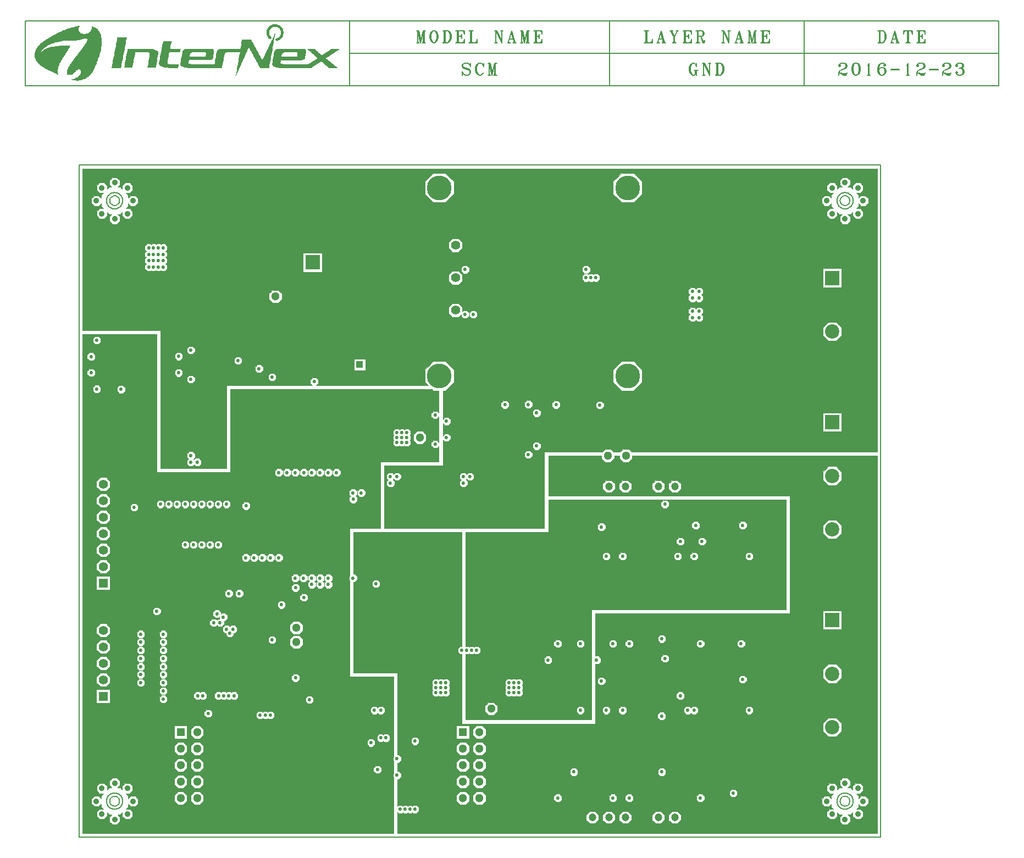
<source format=gbr>
%MOMM*%
%FSLAX33Y33*%
%ADD10C,0.203200*%
%ADD125C,0.200000*%
%ADD133C,1.400000*%
%ADD134R,1.400000X1.400000*%
%ADD156R,1.200000X1.200000*%
%ADD163R,1.300000X1.300000*%
%ADD171C,2.300000*%
%ADD172R,2.300000X2.300000*%
%ADD179C,0.530000*%
%ADD180C,0.900000*%
%ADD181R,1.100000X1.100000*%
%ADD182C,1.100000*%
%ADD183C,3.800000*%
%ADD184C,2.200000*%
%ADD185R,2.200000X2.200000*%
%ADD186C,0.100000*%
%ADD226C,1.200000*%
%ADD227C,1.300000*%
G90*G71*G01*D02*G54D10*X0Y0D02*X123500Y0D01*X123500Y103500D01*
X0Y103500D01*X0Y0D01*X4250Y5500D02*X4274Y5256D01*
X4345Y5022D01*X4461Y4806D01*X4616Y4616D01*X4806Y4461D01*
X5022Y4345D01*X5256Y4274D01*X5500Y4250D01*X5744Y4274D01*
X5978Y4345D01*X6194Y4461D01*X6384Y4616D01*X6539Y4806D01*
X6655Y5022D01*X6726Y5256D01*X6750Y5500D01*X6726Y5744D01*
X6655Y5978D01*X6539Y6194D01*X6384Y6384D01*X6194Y6539D01*
X5978Y6655D01*X5744Y6726D01*X5500Y6750D01*X5256Y6726D01*
X5022Y6655D01*X4806Y6539D01*X4616Y6384D01*X4461Y6194D01*
X4345Y5978D01*X4274Y5744D01*X4250Y5500D01*X4750Y5500D02*
X4764Y5354D01*X4807Y5213D01*X4876Y5083D01*X4970Y4970D01*
X5083Y4876D01*X5213Y4807D01*X5354Y4764D01*X5500Y4750D01*
X5646Y4764D01*X5787Y4807D01*X5917Y4876D01*X6030Y4970D01*
X6124Y5083D01*X6193Y5213D01*X6236Y5354D01*X6250Y5500D01*
X6236Y5646D01*X6193Y5787D01*X6124Y5917D01*X6030Y6030D01*
X5917Y6124D01*X5787Y6193D01*X5646Y6236D01*X5500Y6250D01*
X5354Y6236D01*X5213Y6193D01*X5083Y6124D01*X4970Y6030D01*
X4876Y5917D01*X4807Y5787D01*X4764Y5646D01*X4750Y5500D01*
X116750Y5500D02*X116774Y5256D01*X116845Y5022D01*X116961Y4806D01*
X117116Y4616D01*X117306Y4461D01*X117522Y4345D01*X117756Y4274D01*
X118000Y4250D01*X118244Y4274D01*X118478Y4345D01*X118694Y4461D01*
X118884Y4616D01*X119039Y4806D01*X119155Y5022D01*X119226Y5256D01*
X119250Y5500D01*X119226Y5744D01*X119155Y5978D01*X119039Y6194D01*
X118884Y6384D01*X118694Y6539D01*X118478Y6655D01*X118244Y6726D01*
X118000Y6750D01*X117756Y6726D01*X117522Y6655D01*X117306Y6539D01*
X117116Y6384D01*X116961Y6194D01*X116845Y5978D01*X116774Y5744D01*
X116750Y5500D01*X117250Y5500D02*X117264Y5354D01*X117307Y5213D01*
X117376Y5083D01*X117470Y4970D01*X117583Y4876D01*X117713Y4807D01*
X117854Y4764D01*X118000Y4750D01*X118146Y4764D01*X118287Y4807D01*
X118417Y4876D01*X118530Y4970D01*X118624Y5083D01*X118693Y5213D01*
X118736Y5354D01*X118750Y5500D01*X118736Y5646D01*X118693Y5787D01*
X118624Y5917D01*X118530Y6030D01*X118417Y6124D01*X118287Y6193D01*
X118146Y6236D01*X118000Y6250D01*X117854Y6236D01*X117713Y6193D01*
X117583Y6124D01*X117470Y6030D01*X117376Y5917D01*X117307Y5787D01*
X117264Y5646D01*X117250Y5500D01*X4250Y98000D02*X4274Y97756D01*
X4345Y97522D01*X4461Y97306D01*X4616Y97116D01*X4806Y96961D01*
X5022Y96845D01*X5256Y96774D01*X5500Y96750D01*X5744Y96774D01*
X5978Y96845D01*X6194Y96961D01*X6384Y97116D01*X6539Y97306D01*
X6655Y97522D01*X6726Y97756D01*X6750Y98000D01*X6726Y98244D01*
X6655Y98478D01*X6539Y98694D01*X6384Y98884D01*X6194Y99039D01*
X5978Y99155D01*X5744Y99226D01*X5500Y99250D01*X5256Y99226D01*
X5022Y99155D01*X4806Y99039D01*X4616Y98884D01*X4461Y98694D01*
X4345Y98478D01*X4274Y98244D01*X4250Y98000D01*X4750Y98000D02*
X4764Y97854D01*X4807Y97713D01*X4876Y97583D01*X4970Y97470D01*
X5083Y97376D01*X5213Y97307D01*X5354Y97264D01*X5500Y97250D01*
X5646Y97264D01*X5787Y97307D01*X5917Y97376D01*X6030Y97470D01*
X6124Y97583D01*X6193Y97713D01*X6236Y97854D01*X6250Y98000D01*
X6236Y98146D01*X6193Y98287D01*X6124Y98417D01*X6030Y98530D01*
X5917Y98624D01*X5787Y98693D01*X5646Y98736D01*X5500Y98750D01*
X5354Y98736D01*X5213Y98693D01*X5083Y98624D01*X4970Y98530D01*
X4876Y98417D01*X4807Y98287D01*X4764Y98146D01*X4750Y98000D01*
X116750Y98000D02*X116774Y97756D01*X116845Y97522D01*X116961Y97306D01*
X117116Y97116D01*X117306Y96961D01*X117522Y96845D01*X117756Y96774D01*
X118000Y96750D01*X118244Y96774D01*X118478Y96845D01*X118694Y96961D01*
X118884Y97116D01*X119039Y97306D01*X119155Y97522D01*X119226Y97756D01*
X119250Y98000D01*X119226Y98244D01*X119155Y98478D01*X119039Y98694D01*
X118884Y98884D01*X118694Y99039D01*X118478Y99155D01*X118244Y99226D01*
X118000Y99250D01*X117756Y99226D01*X117522Y99155D01*X117306Y99039D01*
X117116Y98884D01*X116961Y98694D01*X116845Y98478D01*X116774Y98244D01*
X116750Y98000D01*X117250Y98000D02*X117264Y97854D01*X117307Y97713D01*
X117376Y97583D01*X117470Y97470D01*X117583Y97376D01*X117713Y97307D01*
X117854Y97264D01*X118000Y97250D01*X118146Y97264D01*X118287Y97307D01*
X118417Y97376D01*X118530Y97470D01*X118624Y97583D01*X118693Y97713D01*
X118736Y97854D01*X118750Y98000D01*X118736Y98146D01*X118693Y98287D01*
X118624Y98417D01*X118530Y98530D01*X118417Y98624D01*X118287Y98693D01*
X118146Y98736D01*X118000Y98750D01*X117854Y98736D01*X117713Y98693D01*
X117583Y98624D01*X117470Y98530D01*X117376Y98417D01*X117307Y98287D01*
X117264Y98146D01*X117250Y98000D01*D02*G54D125*X41700Y125700D02*
X-8300Y125700D01*X-8300Y115700D01*X41700Y115700D01*X41700Y120700D02*
X141700Y120700D01*X60246Y118927D02*X60350Y119170D01*X60350Y118655D01*
X60246Y118927D01*X60064Y119109D01*X59778Y119170D01*X59505Y119170D01*
X59232Y119109D01*X59050Y118927D01*X59050Y118655D01*X59141Y118503D01*
X59414Y118321D01*X59973Y118139D01*X60155Y118048D01*X60246Y117867D01*
X60246Y117624D01*X60155Y117442D01*X59141Y118655D02*X59232Y118503D01*
X59414Y118412D01*X59973Y118230D01*X60155Y118139D01*X60246Y117958D01*
X59232Y119109D02*X59141Y118927D01*X59141Y118745D01*X59232Y118564D01*
X59414Y118503D01*X59973Y118321D01*X60246Y118139D01*X60350Y117958D01*
X60350Y117715D01*X60246Y117533D01*X60155Y117442D01*X59882Y117352D01*
X59596Y117352D01*X59323Y117442D01*X59141Y117624D01*X59050Y117867D01*
X59050Y117352D01*X59141Y117624D01*X62259Y118927D02*X62350Y119170D01*
X62350Y118655D01*X62259Y118927D01*X62077Y119109D01*X61908Y119170D01*
X61648Y119170D01*X61388Y119109D01*X61219Y118927D01*X61128Y118745D01*
X61050Y118503D01*X61050Y118048D01*X61128Y117776D01*X61219Y117624D01*
X61388Y117442D01*X61648Y117352D01*X61908Y117352D01*X62077Y117442D01*
X62259Y117624D01*X62350Y117776D01*X61297Y118927D02*X61219Y118745D01*
X61128Y118503D01*X61128Y118048D01*X61219Y117776D01*X61297Y117624D01*
X61648Y119170D02*X61479Y119109D01*X61297Y118836D01*X61219Y118503D01*
X61219Y118048D01*X61297Y117715D01*X61479Y117442D01*X61648Y117352D01*
X63219Y119170D02*X63219Y117442D01*X63219Y119170D02*X63635Y117352D01*
X63284Y119170D02*X63635Y117624D01*X63336Y119170D02*X63687Y117624D01*
X64051Y119170D02*X63635Y117352D01*X64051Y119170D02*X64051Y117352D01*
X64103Y119109D02*X64103Y117442D01*X64168Y119170D02*X64168Y117352D01*
X63050Y119170D02*X63336Y119170D01*X64051Y119170D02*X64350Y119170D01*
X63050Y117352D02*X63401Y117352D01*X63869Y117352D02*X64350Y117352D01*
X63102Y119170D02*X63219Y119109D01*X64220Y119170D02*X64168Y119018D01*
X64285Y119170D02*X64168Y119109D01*X63219Y117442D02*X63102Y117352D01*
X63219Y117442D02*X63336Y117352D01*X64051Y117442D02*X63934Y117352D01*
X64051Y117533D02*X63986Y117352D01*X64168Y117533D02*X64220Y117352D01*
X64168Y117442D02*X64285Y117352D01*X52219Y124170D02*X52219Y122442D01*
X52219Y124170D02*X52635Y122352D01*X52284Y124170D02*X52635Y122624D01*
X52336Y124170D02*X52687Y122624D01*X53051Y124170D02*X52635Y122352D01*
X53051Y124170D02*X53051Y122352D01*X53103Y124109D02*X53103Y122442D01*
X53168Y124170D02*X53168Y122352D01*X52050Y124170D02*X52336Y124170D01*
X53051Y124170D02*X53350Y124170D01*X52050Y122352D02*X52401Y122352D01*
X52869Y122352D02*X53350Y122352D01*X52102Y124170D02*X52219Y124109D01*
X53220Y124170D02*X53168Y124018D01*X53285Y124170D02*X53168Y124109D01*
X52219Y122442D02*X52102Y122352D01*X52219Y122442D02*X52336Y122352D01*
X53051Y122442D02*X52934Y122352D01*X53051Y122533D02*X52986Y122352D01*
X53168Y122533D02*X53220Y122352D01*X53168Y122442D02*X53285Y122352D01*
X54609Y124170D02*X54375Y124109D01*X54206Y123927D01*X54128Y123745D01*
X54050Y123412D01*X54050Y123139D01*X54128Y122776D01*X54206Y122624D01*
X54375Y122442D01*X54609Y122352D01*X54778Y122352D01*X55025Y122442D01*
X55181Y122624D01*X55259Y122776D01*X55350Y123139D01*X55350Y123412D01*
X55259Y123745D01*X55181Y123927D01*X55025Y124109D01*X54778Y124170D01*
X54609Y124170D01*X54284Y123927D02*X54206Y123745D01*X54128Y123503D01*
X54128Y123048D01*X54206Y122776D01*X54284Y122624D01*X55103Y122624D02*
X55181Y122776D01*X55259Y123048D01*X55259Y123503D01*X55181Y123745D01*
X55103Y123927D01*X54609Y124170D02*X54453Y124109D01*X54284Y123836D01*
X54206Y123503D01*X54206Y123048D01*X54284Y122715D01*X54453Y122442D01*
X54609Y122352D01*X54778Y122352D02*X54934Y122442D01*X55103Y122715D01*
X55181Y123048D01*X55181Y123503D01*X55103Y123836D01*X54934Y124109D01*
X54778Y124170D01*X56271Y124170D02*X56271Y122352D01*X56349Y124109D02*
X56349Y122442D01*X56427Y124170D02*X56427Y122352D01*X56050Y124170D02*
X56804Y124170D01*X57038Y124109D01*X57194Y123927D01*X57272Y123745D01*
X57350Y123503D01*X57350Y123048D01*X57272Y122776D01*X57194Y122624D01*
X57038Y122442D01*X56804Y122352D01*X56050Y122352D01*X57116Y123927D02*
X57194Y123745D01*X57272Y123503D01*X57272Y123048D01*X57194Y122776D01*
X57116Y122624D01*X56804Y124170D02*X56960Y124109D01*X57116Y123836D01*
X57194Y123503D01*X57194Y123048D01*X57116Y122715D01*X56960Y122442D01*
X56804Y122352D01*X56115Y124170D02*X56271Y124109D01*X56193Y124170D02*
X56271Y124018D01*X56505Y124170D02*X56427Y124018D01*X56583Y124170D02*
X56427Y124109D01*X56271Y122442D02*X56115Y122352D01*X56271Y122533D02*
X56193Y122352D01*X56427Y122533D02*X56505Y122352D01*X56427Y122442D02*
X56583Y122352D01*X58284Y124170D02*X58284Y122352D01*X58362Y124109D02*
X58362Y122442D01*X58453Y124170D02*X58453Y122352D01*X58050Y124170D02*
X59350Y124170D01*X59350Y123655D01*X58453Y123321D02*X58934Y123321D01*
X58934Y123655D02*X58934Y122958D01*X58050Y122352D02*X59350Y122352D01*
X59350Y122867D01*X58128Y124170D02*X58284Y124109D01*X58206Y124170D02*
X58284Y124018D01*X58531Y124170D02*X58453Y124018D01*X58609Y124170D02*
X58453Y124109D01*X58934Y124170D02*X59350Y124109D01*X59103Y124170D02*
X59350Y124018D01*X59181Y124170D02*X59350Y123927D01*X59259Y124170D02*
X59350Y123655D01*X58934Y123655D02*X58856Y123321D01*X58934Y122958D01*
X58934Y123503D02*X58778Y123321D01*X58934Y123139D01*X58934Y123412D02*
X58609Y123321D01*X58934Y123230D01*X58284Y122442D02*X58128Y122352D01*
X58284Y122533D02*X58206Y122352D01*X58453Y122533D02*X58531Y122352D01*
X58453Y122442D02*X58609Y122352D01*X58934Y122352D02*X59350Y122442D01*
X59103Y122352D02*X59350Y122533D01*X59181Y122352D02*X59350Y122624D01*
X59259Y122352D02*X59350Y122867D01*X60310Y124170D02*X60310Y122352D01*
X60388Y124109D02*X60388Y122442D01*X60479Y124170D02*X60479Y122352D01*
X60050Y124170D02*X60739Y124170D01*X60050Y122352D02*X61350Y122352D01*
X61350Y122867D01*X60128Y124170D02*X60310Y124109D01*X60219Y124170D02*
X60310Y124018D01*X60570Y124170D02*X60479Y124018D01*X60648Y124170D02*
X60479Y124109D01*X60310Y122442D02*X60128Y122352D01*X60310Y122533D02*
X60219Y122352D01*X60479Y122533D02*X60570Y122352D01*X60479Y122442D02*
X60648Y122352D01*X60908Y122352D02*X61350Y122442D01*X61077Y122352D02*
X61350Y122533D01*X61168Y122352D02*X61350Y122624D01*X61259Y122352D02*
X61350Y122867D01*X64232Y124170D02*X64232Y122442D01*X64232Y124170D02*
X65142Y122352D01*X64310Y124170D02*X65077Y122624D01*X64362Y124170D02*
X65142Y122624D01*X65142Y124109D02*X65142Y122352D01*X64050Y124170D02*
X64362Y124170D01*X64960Y124170D02*X65350Y124170D01*X64050Y122352D02*
X64427Y122352D01*X64102Y124170D02*X64232Y124109D01*X65025Y124170D02*
X65142Y124109D01*X65285Y124170D02*X65142Y124109D01*X64232Y122442D02*
X64102Y122352D01*X64232Y122442D02*X64362Y122352D01*X66700Y124170D02*
X66193Y122442D01*X66622Y123927D02*X67051Y122352D01*X66700Y123927D02*
X67129Y122352D01*X66700Y124170D02*X67194Y122352D01*X66336Y122867D02*
X66986Y122867D01*X66050Y122352D02*X66479Y122352D01*X66843Y122352D02*
X67350Y122352D01*X66193Y122442D02*X66115Y122352D01*X66193Y122442D02*
X66336Y122352D01*X67051Y122442D02*X66908Y122352D01*X67051Y122533D02*
X66986Y122352D01*X67129Y122533D02*X67272Y122352D01*X68219Y124170D02*
X68219Y122442D01*X68219Y124170D02*X68635Y122352D01*X68284Y124170D02*
X68635Y122624D01*X68336Y124170D02*X68687Y122624D01*X69051Y124170D02*
X68635Y122352D01*X69051Y124170D02*X69051Y122352D01*X69103Y124109D02*
X69103Y122442D01*X69168Y124170D02*X69168Y122352D01*X68050Y124170D02*
X68336Y124170D01*X69051Y124170D02*X69350Y124170D01*X68050Y122352D02*
X68401Y122352D01*X68869Y122352D02*X69350Y122352D01*X68102Y124170D02*
X68219Y124109D01*X69220Y124170D02*X69168Y124018D01*X69285Y124170D02*
X69168Y124109D01*X68219Y122442D02*X68102Y122352D01*X68219Y122442D02*
X68336Y122352D01*X69051Y122442D02*X68934Y122352D01*X69051Y122533D02*
X68986Y122352D01*X69168Y122533D02*X69220Y122352D01*X69168Y122442D02*
X69285Y122352D01*X70284Y124170D02*X70284Y122352D01*X70362Y124109D02*
X70362Y122442D01*X70453Y124170D02*X70453Y122352D01*X70050Y124170D02*
X71350Y124170D01*X71350Y123655D01*X70453Y123321D02*X70934Y123321D01*
X70934Y123655D02*X70934Y122958D01*X70050Y122352D02*X71350Y122352D01*
X71350Y122867D01*X70128Y124170D02*X70284Y124109D01*X70206Y124170D02*
X70284Y124018D01*X70531Y124170D02*X70453Y124018D01*X70609Y124170D02*
X70453Y124109D01*X70934Y124170D02*X71350Y124109D01*X71103Y124170D02*
X71350Y124018D01*X71181Y124170D02*X71350Y123927D01*X71259Y124170D02*
X71350Y123655D01*X70934Y123655D02*X70856Y123321D01*X70934Y122958D01*
X70934Y123503D02*X70778Y123321D01*X70934Y123139D01*X70934Y123412D02*
X70609Y123321D01*X70934Y123230D01*X70284Y122442D02*X70128Y122352D01*
X70284Y122533D02*X70206Y122352D01*X70453Y122533D02*X70531Y122352D01*
X70453Y122442D02*X70609Y122352D01*X70934Y122352D02*X71350Y122442D01*
X71103Y122352D02*X71350Y122533D01*X71181Y122352D02*X71350Y122624D01*
X71259Y122352D02*X71350Y122867D01*X87310Y124170D02*X87310Y122352D01*
X87388Y124109D02*X87388Y122442D01*X87479Y124170D02*X87479Y122352D01*
X87050Y124170D02*X87739Y124170D01*X87050Y122352D02*X88350Y122352D01*
X88350Y122867D01*X87128Y124170D02*X87310Y124109D01*X87219Y124170D02*
X87310Y124018D01*X87570Y124170D02*X87479Y124018D01*X87648Y124170D02*
X87479Y124109D01*X87310Y122442D02*X87128Y122352D01*X87310Y122533D02*
X87219Y122352D01*X87479Y122533D02*X87570Y122352D01*X87479Y122442D02*
X87648Y122352D01*X87908Y122352D02*X88350Y122442D01*X88077Y122352D02*
X88350Y122533D01*X88168Y122352D02*X88350Y122624D01*X88259Y122352D02*
X88350Y122867D01*X89700Y124170D02*X89193Y122442D01*X89622Y123927D02*
X90051Y122352D01*X89700Y123927D02*X90129Y122352D01*X89700Y124170D02*
X90194Y122352D01*X89336Y122867D02*X89986Y122867D01*X89050Y122352D02*
X89479Y122352D01*X89843Y122352D02*X90350Y122352D01*X89193Y122442D02*
X89115Y122352D01*X89193Y122442D02*X89336Y122352D01*X90051Y122442D02*
X89908Y122352D01*X90051Y122533D02*X89986Y122352D01*X90129Y122533D02*
X90272Y122352D01*X91180Y124170D02*X91622Y123230D01*X91622Y122352D01*
X91245Y124170D02*X91687Y123230D01*X91687Y122442D01*X91297Y124170D02*
X91765Y123230D01*X91765Y122352D01*X92142Y124109D02*X91765Y123230D01*
X91050Y124170D02*X91505Y124170D01*X91947Y124170D02*X92350Y124170D01*
X91440Y122352D02*X91947Y122352D01*X91115Y124170D02*X91245Y124109D01*
X91440Y124170D02*X91297Y124109D01*X92025Y124170D02*X92142Y124109D01*
X92272Y124170D02*X92142Y124109D01*X91622Y122442D02*X91505Y122352D01*
X91622Y122533D02*X91557Y122352D01*X91765Y122533D02*X91817Y122352D01*
X91765Y122442D02*X91882Y122352D01*X93284Y124170D02*X93284Y122352D01*
X93362Y124109D02*X93362Y122442D01*X93453Y124170D02*X93453Y122352D01*
X93050Y124170D02*X94350Y124170D01*X94350Y123655D01*X93453Y123321D02*
X93934Y123321D01*X93934Y123655D02*X93934Y122958D01*X93050Y122352D02*
X94350Y122352D01*X94350Y122867D01*X93128Y124170D02*X93284Y124109D01*
X93206Y124170D02*X93284Y124018D01*X93531Y124170D02*X93453Y124018D01*
X93609Y124170D02*X93453Y124109D01*X93934Y124170D02*X94350Y124109D01*
X94103Y124170D02*X94350Y124018D01*X94181Y124170D02*X94350Y123927D01*
X94259Y124170D02*X94350Y123655D01*X93934Y123655D02*X93856Y123321D01*
X93934Y122958D01*X93934Y123503D02*X93778Y123321D01*X93934Y123139D01*
X93934Y123412D02*X93609Y123321D01*X93934Y123230D01*X93284Y122442D02*
X93128Y122352D01*X93284Y122533D02*X93206Y122352D01*X93453Y122533D02*
X93531Y122352D01*X93453Y122442D02*X93609Y122352D01*X93934Y122352D02*
X94350Y122442D01*X94103Y122352D02*X94350Y122533D01*X94181Y122352D02*
X94350Y122624D01*X94259Y122352D02*X94350Y122867D01*X95258Y124170D02*
X95258Y122352D01*X95336Y124109D02*X95336Y122442D01*X95401Y124170D02*
X95401Y122352D01*X95050Y124170D02*X95908Y124170D01*X96129Y124109D01*
X96194Y124018D01*X96272Y123836D01*X96272Y123655D01*X96194Y123503D01*
X96129Y123412D01*X95908Y123321D01*X95401Y123321D01*X96129Y124018D02*
X96194Y123836D01*X96194Y123655D01*X96129Y123503D01*X95908Y124170D02*
X96051Y124109D01*X96129Y123927D01*X96129Y123564D01*X96051Y123412D01*
X95908Y123321D01*X95687Y123321D02*X95843Y123230D01*X95908Y123048D01*
X96051Y122533D01*X96129Y122352D01*X96272Y122352D01*X96350Y122533D01*
X96350Y122715D01*X96051Y122715D02*X96129Y122533D01*X96194Y122442D01*
X96272Y122442D01*X95843Y123230D02*X95908Y123139D01*X96129Y122624D01*
X96194Y122533D01*X96272Y122533D01*X96350Y122624D01*X95050Y122352D02*
X95622Y122352D01*X95115Y124170D02*X95258Y124109D01*X95193Y124170D02*
X95258Y124018D01*X95479Y124170D02*X95401Y124018D01*X95544Y124170D02*
X95401Y124109D01*X95258Y122442D02*X95115Y122352D01*X95258Y122533D02*
X95193Y122352D01*X95401Y122533D02*X95479Y122352D01*X95401Y122442D02*
X95544Y122352D01*X99232Y124170D02*X99232Y122442D01*X99232Y124170D02*
X100142Y122352D01*X99310Y124170D02*X100077Y122624D01*X99362Y124170D02*
X100142Y122624D01*X100142Y124109D02*X100142Y122352D01*X99050Y124170D02*
X99362Y124170D01*X99960Y124170D02*X100350Y124170D01*X99050Y122352D02*
X99427Y122352D01*X99102Y124170D02*X99232Y124109D01*X100025Y124170D02*
X100142Y124109D01*X100285Y124170D02*X100142Y124109D01*X99232Y122442D02*
X99102Y122352D01*X99232Y122442D02*X99362Y122352D01*X101700Y124170D02*
X101193Y122442D01*X101622Y123927D02*X102051Y122352D01*X101700Y123927D02*
X102129Y122352D01*X101700Y124170D02*X102194Y122352D01*X101336Y122867D02*
X101986Y122867D01*X101050Y122352D02*X101479Y122352D01*X101843Y122352D02*
X102350Y122352D01*X101193Y122442D02*X101115Y122352D01*X101193Y122442D02*
X101336Y122352D01*X102051Y122442D02*X101908Y122352D01*X102051Y122533D02*
X101986Y122352D01*X102129Y122533D02*X102272Y122352D01*X103219Y124170D02*
X103219Y122442D01*X103219Y124170D02*X103635Y122352D01*X103284Y124170D02*
X103635Y122624D01*X103336Y124170D02*X103687Y122624D01*X104051Y124170D02*
X103635Y122352D01*X104051Y124170D02*X104051Y122352D01*X104103Y124109D02*
X104103Y122442D01*X104168Y124170D02*X104168Y122352D01*X103050Y124170D02*
X103336Y124170D01*X104051Y124170D02*X104350Y124170D01*X103050Y122352D02*
X103401Y122352D01*X103869Y122352D02*X104350Y122352D01*X103102Y124170D02*
X103219Y124109D01*X104220Y124170D02*X104168Y124018D01*X104285Y124170D02*
X104168Y124109D01*X103219Y122442D02*X103102Y122352D01*X103219Y122442D02*
X103336Y122352D01*X104051Y122442D02*X103934Y122352D01*X104051Y122533D02*
X103986Y122352D01*X104168Y122533D02*X104220Y122352D01*X104168Y122442D02*
X104285Y122352D01*X105284Y124170D02*X105284Y122352D01*X105362Y124109D02*
X105362Y122442D01*X105453Y124170D02*X105453Y122352D01*X105050Y124170D02*
X106350Y124170D01*X106350Y123655D01*X105453Y123321D02*X105934Y123321D01*
X105934Y123655D02*X105934Y122958D01*X105050Y122352D02*X106350Y122352D01*
X106350Y122867D01*X105128Y124170D02*X105284Y124109D01*X105206Y124170D02*
X105284Y124018D01*X105531Y124170D02*X105453Y124018D01*X105609Y124170D02*
X105453Y124109D01*X105934Y124170D02*X106350Y124109D01*X106103Y124170D02*
X106350Y124018D01*X106181Y124170D02*X106350Y123927D01*X106259Y124170D02*
X106350Y123655D01*X105934Y123655D02*X105856Y123321D01*X105934Y122958D01*
X105934Y123503D02*X105778Y123321D01*X105934Y123139D01*X105934Y123412D02*
X105609Y123321D01*X105934Y123230D01*X105284Y122442D02*X105128Y122352D01*
X105284Y122533D02*X105206Y122352D01*X105453Y122533D02*X105531Y122352D01*
X105453Y122442D02*X105609Y122352D01*X105934Y122352D02*X106350Y122442D01*
X106103Y122352D02*X106350Y122533D01*X106181Y122352D02*X106350Y122624D01*
X106259Y122352D02*X106350Y122867D01*X81700Y125700D02*X81700Y115700D01*
X41700Y125700D02*X141700Y125700D01*X141700Y115700D02*X41700Y115700D01*
X41700Y125700D02*X41700Y115700D01*X141700Y125700D02*X141700Y115700D01*
X111700Y125700D02*X111700Y115700D01*X123271Y124170D02*X123271Y122352D01*
X123349Y124109D02*X123349Y122442D01*X123427Y124170D02*X123427Y122352D01*
X123050Y124170D02*X123804Y124170D01*X124038Y124109D01*X124194Y123927D01*
X124272Y123745D01*X124350Y123503D01*X124350Y123048D01*X124272Y122776D01*
X124194Y122624D01*X124038Y122442D01*X123804Y122352D01*X123050Y122352D01*
X124116Y123927D02*X124194Y123745D01*X124272Y123503D01*X124272Y123048D01*
X124194Y122776D01*X124116Y122624D01*X123804Y124170D02*X123960Y124109D01*
X124116Y123836D01*X124194Y123503D01*X124194Y123048D01*X124116Y122715D01*
X123960Y122442D01*X123804Y122352D01*X123115Y124170D02*X123271Y124109D01*
X123193Y124170D02*X123271Y124018D01*X123505Y124170D02*X123427Y124018D01*
X123583Y124170D02*X123427Y124109D01*X123271Y122442D02*X123115Y122352D01*
X123271Y122533D02*X123193Y122352D01*X123427Y122533D02*X123505Y122352D01*
X123427Y122442D02*X123583Y122352D01*X125700Y124170D02*X125193Y122442D01*
X125622Y123927D02*X126051Y122352D01*X125700Y123927D02*X126129Y122352D01*
X125700Y124170D02*X126194Y122352D01*X125336Y122867D02*X125986Y122867D01*
X125050Y122352D02*X125479Y122352D01*X125843Y122352D02*X126350Y122352D01*
X125193Y122442D02*X125115Y122352D01*X125193Y122442D02*X125336Y122352D01*
X126051Y122442D02*X125908Y122352D01*X126051Y122533D02*X125986Y122352D01*
X126129Y122533D02*X126272Y122352D01*X127050Y124170D02*X127050Y123655D01*
X127609Y124170D02*X127609Y122352D01*X127700Y124109D02*X127700Y122442D01*
X127778Y124170D02*X127778Y122352D01*X128350Y124170D02*X128350Y123655D01*
X127050Y124170D02*X128350Y124170D01*X127375Y122352D02*X128012Y122352D01*
X127128Y124170D02*X127050Y123655D01*X127206Y124170D02*X127050Y123927D01*
X127284Y124170D02*X127050Y124018D01*X127453Y124170D02*X127050Y124109D01*
X127934Y124170D02*X128350Y124109D01*X128103Y124170D02*X128350Y124018D01*
X128181Y124170D02*X128350Y123927D01*X128259Y124170D02*X128350Y123655D01*
X127609Y122442D02*X127453Y122352D01*X127609Y122533D02*X127531Y122352D01*
X127778Y122533D02*X127856Y122352D01*X127778Y122442D02*X127934Y122352D01*
X129284Y124170D02*X129284Y122352D01*X129362Y124109D02*X129362Y122442D01*
X129453Y124170D02*X129453Y122352D01*X129050Y124170D02*X130350Y124170D01*
X130350Y123655D01*X129453Y123321D02*X129934Y123321D01*X129934Y123655D02*
X129934Y122958D01*X129050Y122352D02*X130350Y122352D01*X130350Y122867D01*
X129128Y124170D02*X129284Y124109D01*X129206Y124170D02*X129284Y124018D01*
X129531Y124170D02*X129453Y124018D01*X129609Y124170D02*X129453Y124109D01*
X129934Y124170D02*X130350Y124109D01*X130103Y124170D02*X130350Y124018D01*
X130181Y124170D02*X130350Y123927D01*X130259Y124170D02*X130350Y123655D01*
X129934Y123655D02*X129856Y123321D01*X129934Y122958D01*X129934Y123503D02*
X129778Y123321D01*X129934Y123139D01*X129934Y123412D02*X129609Y123321D01*
X129934Y123230D01*X129284Y122442D02*X129128Y122352D01*X129284Y122533D02*
X129206Y122352D01*X129453Y122533D02*X129531Y122352D01*X129453Y122442D02*
X129609Y122352D01*X129934Y122352D02*X130350Y122442D01*X130103Y122352D02*
X130350Y122533D01*X130181Y122352D02*X130350Y122624D01*X130259Y122352D02*
X130350Y122867D01*X117141Y118836D02*X117141Y118745D01*X117232Y118745D01*
X117232Y118836D01*X117141Y118836D01*X117141Y118927D02*X117232Y118927D01*
X117323Y118836D01*X117323Y118745D01*X117232Y118655D01*X117141Y118655D01*
X117050Y118745D01*X117050Y118836D01*X117141Y119018D01*X117232Y119109D01*
X117505Y119170D01*X117882Y119170D01*X118155Y119109D01*X118246Y119018D01*
X118350Y118836D01*X118350Y118655D01*X118246Y118503D01*X117973Y118321D01*
X117505Y118139D01*X117323Y118048D01*X117141Y117867D01*X117050Y117624D01*
X117050Y117352D01*X118155Y119018D02*X118246Y118836D01*X118246Y118655D01*
X118155Y118503D01*X117882Y119170D02*X118064Y119109D01*X118155Y118836D01*
X118155Y118655D01*X118064Y118503D01*X117882Y118321D01*X117505Y118139D01*
X117050Y117533D02*X117141Y117624D01*X117323Y117624D01*X117778Y117533D01*
X118155Y117533D01*X118350Y117624D01*X117323Y117624D02*X117778Y117442D01*
X118155Y117442D01*X118246Y117533D01*X117323Y117624D02*X117778Y117352D01*
X118155Y117352D01*X118246Y117442D01*X118350Y117624D01*X118350Y117776D01*
X119596Y119170D02*X119323Y119109D01*X119141Y118836D01*X119050Y118412D01*
X119050Y118139D01*X119141Y117715D01*X119323Y117442D01*X119596Y117352D01*
X119791Y117352D01*X120064Y117442D01*X120246Y117715D01*X120350Y118139D01*
X120350Y118412D01*X120246Y118836D01*X120064Y119109D01*X119791Y119170D01*
X119596Y119170D01*X119323Y119018D02*X119232Y118836D01*X119141Y118503D01*
X119141Y118048D01*X119232Y117715D01*X119323Y117533D01*X120064Y117533D02*
X120155Y117715D01*X120246Y118048D01*X120246Y118503D01*X120155Y118836D01*
X120064Y119018D01*X119596Y119170D02*X119414Y119109D01*X119323Y118927D01*
X119232Y118503D01*X119232Y118048D01*X119323Y117624D01*X119414Y117442D01*
X119596Y117352D01*X119791Y117352D02*X119973Y117442D01*X120064Y117624D01*
X120155Y118048D01*X120155Y118503D01*X120064Y118927D01*X119973Y119109D01*
X119791Y119170D01*X121635Y119018D02*X121635Y117352D01*X121687Y119018D02*
X121687Y117442D01*X121726Y119170D02*X121726Y117352D01*X121726Y119170D02*
X121596Y118927D01*X121518Y118836D01*X121479Y117352D02*X121895Y117352D01*
X121635Y117442D02*X121557Y117352D01*X121635Y117533D02*X121596Y117352D01*
X121726Y117533D02*X121765Y117352D01*X121726Y117442D02*X121804Y117352D01*
X124064Y118927D02*X124064Y118836D01*X124155Y118836D01*X124155Y118927D01*
X124064Y118927D01*X124155Y119018D02*X124064Y119018D01*X123973Y118927D01*
X123973Y118836D01*X124064Y118745D01*X124155Y118745D01*X124246Y118836D01*
X124246Y118927D01*X124155Y119109D01*X123973Y119170D01*X123700Y119170D01*
X123414Y119109D01*X123232Y118927D01*X123141Y118745D01*X123050Y118412D01*
X123050Y117867D01*X123141Y117624D01*X123323Y117442D01*X123596Y117352D01*
X123791Y117352D01*X124064Y117442D01*X124246Y117624D01*X124350Y117867D01*
X124350Y117958D01*X124246Y118230D01*X124064Y118412D01*X123791Y118503D01*
X123596Y118503D01*X123414Y118412D01*X123323Y118321D01*X123232Y118139D01*
X123323Y118927D02*X123232Y118745D01*X123141Y118412D01*X123141Y117867D01*
X123232Y117624D01*X123323Y117533D01*X124155Y117624D02*X124246Y117776D01*
X124246Y118048D01*X124155Y118230D01*X123700Y119170D02*X123505Y119109D01*
X123414Y119018D01*X123323Y118836D01*X123232Y118503D01*X123232Y117867D01*
X123323Y117624D01*X123414Y117442D01*X123596Y117352D01*X123791Y117352D02*
X123973Y117442D01*X124064Y117533D01*X124155Y117776D01*X124155Y118048D01*
X124064Y118321D01*X123973Y118412D01*X123791Y118503D01*X125050Y118230D02*
X126350Y118230D01*X126350Y118139D01*X125050Y118230D02*X125050Y118139D01*
X126350Y118139D01*X127635Y119018D02*X127635Y117352D01*X127687Y119018D02*
X127687Y117442D01*X127726Y119170D02*X127726Y117352D01*X127726Y119170D02*
X127596Y118927D01*X127518Y118836D01*X127479Y117352D02*X127895Y117352D01*
X127635Y117442D02*X127557Y117352D01*X127635Y117533D02*X127596Y117352D01*
X127726Y117533D02*X127765Y117352D01*X127726Y117442D02*X127804Y117352D01*
X129141Y118836D02*X129141Y118745D01*X129232Y118745D01*X129232Y118836D01*
X129141Y118836D01*X129141Y118927D02*X129232Y118927D01*X129323Y118836D01*
X129323Y118745D01*X129232Y118655D01*X129141Y118655D01*X129050Y118745D01*
X129050Y118836D01*X129141Y119018D01*X129232Y119109D01*X129505Y119170D01*
X129882Y119170D01*X130155Y119109D01*X130246Y119018D01*X130350Y118836D01*
X130350Y118655D01*X130246Y118503D01*X129973Y118321D01*X129505Y118139D01*
X129323Y118048D01*X129141Y117867D01*X129050Y117624D01*X129050Y117352D01*
X130155Y119018D02*X130246Y118836D01*X130246Y118655D01*X130155Y118503D01*
X129882Y119170D02*X130064Y119109D01*X130155Y118836D01*X130155Y118655D01*
X130064Y118503D01*X129882Y118321D01*X129505Y118139D01*X129050Y117533D02*
X129141Y117624D01*X129323Y117624D01*X129778Y117533D01*X130155Y117533D01*
X130350Y117624D01*X129323Y117624D02*X129778Y117442D01*X130155Y117442D01*
X130246Y117533D01*X129323Y117624D02*X129778Y117352D01*X130155Y117352D01*
X130246Y117442D01*X130350Y117624D01*X130350Y117776D01*X131050Y118230D02*
X132350Y118230D01*X132350Y118139D01*X131050Y118230D02*X131050Y118139D01*
X132350Y118139D01*X133141Y118836D02*X133141Y118745D01*X133232Y118745D01*
X133232Y118836D01*X133141Y118836D01*X133141Y118927D02*X133232Y118927D01*
X133323Y118836D01*X133323Y118745D01*X133232Y118655D01*X133141Y118655D01*
X133050Y118745D01*X133050Y118836D01*X133141Y119018D01*X133232Y119109D01*
X133505Y119170D01*X133882Y119170D01*X134155Y119109D01*X134246Y119018D01*
X134350Y118836D01*X134350Y118655D01*X134246Y118503D01*X133973Y118321D01*
X133505Y118139D01*X133323Y118048D01*X133141Y117867D01*X133050Y117624D01*
X133050Y117352D01*X134155Y119018D02*X134246Y118836D01*X134246Y118655D01*
X134155Y118503D01*X133882Y119170D02*X134064Y119109D01*X134155Y118836D01*
X134155Y118655D01*X134064Y118503D01*X133882Y118321D01*X133505Y118139D01*
X133050Y117533D02*X133141Y117624D01*X133323Y117624D01*X133778Y117533D01*
X134155Y117533D01*X134350Y117624D01*X133323Y117624D02*X133778Y117442D01*
X134155Y117442D01*X134246Y117533D01*X133323Y117624D02*X133778Y117352D01*
X134155Y117352D01*X134246Y117442D01*X134350Y117624D01*X134350Y117776D01*
X135141Y118836D02*X135141Y118745D01*X135232Y118745D01*X135232Y118836D01*
X135141Y118836D01*X135141Y118927D02*X135232Y118927D01*X135323Y118836D01*
X135323Y118745D01*X135232Y118655D01*X135141Y118655D01*X135050Y118745D01*
X135050Y118836D01*X135141Y119018D01*X135232Y119109D01*X135505Y119170D01*
X135882Y119170D01*X136155Y119109D01*X136246Y118927D01*X136246Y118655D01*
X136155Y118503D01*X135882Y118412D01*X136064Y119109D02*X136155Y118927D01*
X136155Y118655D01*X136064Y118503D01*X135791Y119170D02*X135973Y119109D01*
X136064Y118927D01*X136064Y118655D01*X135973Y118503D01*X135791Y118412D01*
X135596Y118412D02*X135882Y118412D01*X136064Y118321D01*X136246Y118139D01*
X136350Y117958D01*X136350Y117715D01*X136246Y117533D01*X136155Y117442D01*
X135882Y117352D01*X135505Y117352D01*X135232Y117442D01*X135141Y117533D01*
X135050Y117715D01*X135050Y117776D01*X135141Y117867D01*X135232Y117867D01*
X135323Y117776D01*X135323Y117715D01*X135232Y117624D01*X135141Y117624D01*
X136155Y118139D02*X136246Y117958D01*X136246Y117715D01*X136155Y117533D01*
X135791Y118412D02*X135973Y118321D01*X136064Y118230D01*X136155Y117958D01*
X136155Y117715D01*X136064Y117442D01*X135882Y117352D01*X135141Y117776D02*
X135141Y117715D01*X135232Y117715D01*X135232Y117776D01*X135141Y117776D01*
X95051Y118927D02*X95129Y119170D01*X95129Y118655D01*X95051Y118927D01*
X94908Y119109D01*X94765Y119170D01*X94544Y119170D01*X94336Y119109D01*
X94193Y118927D01*X94115Y118745D01*X94050Y118503D01*X94050Y118048D01*
X94115Y117776D01*X94193Y117624D01*X94336Y117442D01*X94544Y117352D01*
X94765Y117352D01*X94908Y117442D01*X95051Y117442D01*X95129Y117352D01*
X95129Y118048D01*X94258Y118927D02*X94193Y118745D01*X94115Y118503D01*
X94115Y118048D01*X94193Y117776D01*X94258Y117624D01*X94544Y119170D02*
X94401Y119109D01*X94258Y118836D01*X94193Y118503D01*X94193Y118048D01*
X94258Y117715D01*X94401Y117442D01*X94544Y117352D01*X95051Y117958D02*
X95051Y117533D01*X94986Y118048D02*X94986Y117533D01*X94908Y117442D01*
X94765Y118048D02*X95350Y118048D01*X94843Y118048D02*X94986Y117958D01*
X94908Y118048D02*X94986Y117867D01*X95194Y118048D02*X95129Y117867D01*
X95272Y118048D02*X95129Y117958D01*X96232Y119170D02*X96232Y117442D01*
X96232Y119170D02*X97142Y117352D01*X96310Y119170D02*X97077Y117624D01*
X96362Y119170D02*X97142Y117624D01*X97142Y119109D02*X97142Y117352D01*
X96050Y119170D02*X96362Y119170D01*X96960Y119170D02*X97350Y119170D01*
X96050Y117352D02*X96427Y117352D01*X96102Y119170D02*X96232Y119109D01*
X97025Y119170D02*X97142Y119109D01*X97285Y119170D02*X97142Y119109D01*
X96232Y117442D02*X96102Y117352D01*X96232Y117442D02*X96362Y117352D01*
X98271Y119170D02*X98271Y117352D01*X98349Y119109D02*X98349Y117442D01*
X98427Y119170D02*X98427Y117352D01*X98050Y119170D02*X98804Y119170D01*
X99038Y119109D01*X99194Y118927D01*X99272Y118745D01*X99350Y118503D01*
X99350Y118048D01*X99272Y117776D01*X99194Y117624D01*X99038Y117442D01*
X98804Y117352D01*X98050Y117352D01*X99116Y118927D02*X99194Y118745D01*
X99272Y118503D01*X99272Y118048D01*X99194Y117776D01*X99116Y117624D01*
X98804Y119170D02*X98960Y119109D01*X99116Y118836D01*X99194Y118503D01*
X99194Y118048D01*X99116Y117715D01*X98960Y117442D01*X98804Y117352D01*
X98115Y119170D02*X98271Y119109D01*X98193Y119170D02*X98271Y119018D01*
X98505Y119170D02*X98427Y119018D01*X98583Y119170D02*X98427Y119109D01*
X98271Y117442D02*X98115Y117352D01*X98271Y117533D02*X98193Y117352D01*
X98427Y117533D02*X98505Y117352D01*X98427Y117442D02*X98583Y117352D01*
X0Y0D02*D02*G54D133*X3750Y24190D03*X3750Y26730D03*
X3750Y29270D03*X3750Y31810D03*X3750Y34350D03*X3750Y41650D03*
X3750Y44190D03*X3750Y46730D03*X3750Y49270D03*X3750Y51810D03*
X3750Y54350D03*X3750Y56890D03*X58000Y81125D03*X58000Y86125D03*
X58000Y91125D03*D02*G54D134*X3750Y21650D03*X3750Y39110D03*
X40000Y81125D03*X40000Y86125D03*X40000Y91125D03*D02*G54D156*
X74000Y3000D03*X74000Y54000D03*D02*G54D163*X15660Y16160D03*
X59160Y16160D03*D02*G54D171*X32020Y88500D03*D02*G54D172*X35980Y88500D03*
D02*G54D179*X49500Y4250D03*X50250Y4250D03*X47500Y3000D03*
X46750Y3000D03*X46000Y5690D03*X46000Y3000D03*X51000Y4250D03*
X51750Y4250D03*X73750Y6000D03*X82250Y6000D03*X84750Y6000D03*
X95750Y6000D03*X100770Y6750D03*X49000Y9500D03*X49000Y12040D03*
X45980Y10375D03*X44000Y8500D03*X44000Y11750D03*X76230Y10000D03*
X89770Y10000D03*X19900Y19000D03*X29500Y18750D03*X28700Y18750D03*
X27900Y18750D03*X46500Y15250D03*X47250Y15250D03*X45000Y14500D03*
X45500Y19500D03*X46500Y19500D03*X48000Y14500D03*X51750Y14750D03*
X77250Y19500D03*X83750Y19500D03*X81250Y19500D03*X89750Y18625D03*
X87250Y19500D03*X93750Y19500D03*X94750Y19500D03*X98250Y19500D03*
X93750Y17350D03*X103250Y19500D03*X104750Y17350D03*X13000Y25000D03*
X13000Y23750D03*X9500Y23750D03*X9500Y25000D03*X13000Y22500D03*
X13000Y21250D03*X9500Y21250D03*X9500Y22500D03*X23900Y21750D03*
X23100Y21750D03*X21500Y21750D03*X22300Y21750D03*X19100Y21750D03*
X18300Y21750D03*X17750Y22800D03*X33375Y24500D03*X35500Y21125D03*
X36500Y23500D03*X36500Y25000D03*X49500Y23000D03*X47750Y21250D03*
X46000Y21250D03*X47750Y22550D03*X44250Y22550D03*X55000Y22250D03*
X55000Y23000D03*X55000Y23750D03*X55750Y23750D03*X55750Y23000D03*
X55750Y22250D03*X56500Y22250D03*X56500Y23000D03*X56500Y23750D03*
X50750Y21500D03*X50750Y24500D03*X66250Y22250D03*X66250Y23000D03*
X66250Y23750D03*X67000Y23750D03*X67000Y23000D03*X67000Y22250D03*
X60750Y23000D03*X62000Y24500D03*X62000Y21500D03*X67750Y22250D03*
X67750Y23000D03*X67750Y23750D03*X80500Y24000D03*X89500Y22095D03*
X92625Y21750D03*X102250Y24250D03*X107750Y24250D03*X13000Y31250D03*
X13000Y30000D03*X13000Y28750D03*X13000Y27500D03*X13000Y26250D03*
X9500Y26250D03*X9500Y27500D03*X9500Y28750D03*X9500Y30000D03*
X9500Y31250D03*X17750Y30800D03*X29750Y30375D03*X32625Y26000D03*
X36500Y29500D03*X46000Y27750D03*X47750Y26450D03*X44250Y26450D03*
X56050Y30250D03*X59000Y28750D03*X59750Y28750D03*X60500Y28750D03*
X61250Y28750D03*X73750Y29750D03*X67300Y30250D03*X72250Y27250D03*
X82250Y29750D03*X77250Y29750D03*X79750Y27250D03*X90250Y27500D03*
X84750Y29750D03*X89770Y30500D03*X86750Y27500D03*X95750Y29750D03*
X93500Y27250D03*X102000Y29750D03*X12000Y34750D03*X9500Y32500D03*
X9500Y33750D03*X21250Y34375D03*X22250Y33875D03*X21750Y33000D03*
X20750Y33000D03*X23750Y32000D03*X22750Y32000D03*X23250Y31375D03*
X31200Y35750D03*X34625Y36875D03*X57250Y31850D03*X68500Y31850D03*
X23100Y37500D03*X24700Y37500D03*X22715Y41750D03*X33375Y38375D03*
X33345Y39875D03*X34615Y39875D03*X35875Y38875D03*X35885Y39875D03*
X37155Y38875D03*X37155Y39875D03*X38425Y38875D03*X38425Y39875D03*
X41000Y37500D03*X45750Y39000D03*X42235Y39875D03*X53750Y42250D03*
X53750Y39625D03*X65000Y39625D03*X65000Y42250D03*X93750Y41100D03*
X104750Y41100D03*X16365Y45000D03*X11285Y45000D03*X21445Y45000D03*
X20175Y45000D03*X18905Y45000D03*X17635Y45000D03*X30805Y43000D03*
X29535Y43000D03*X28265Y43000D03*X26995Y43000D03*X25725Y43000D03*
X81250Y43250D03*X80500Y47750D03*X83750Y43250D03*X87250Y43250D03*
X89500Y45845D03*X92625Y45500D03*X94750Y43250D03*X92250Y43250D03*
X96000Y45500D03*X95000Y48000D03*X98250Y43250D03*X102250Y48000D03*
X103250Y43250D03*X107750Y48000D03*X8500Y50750D03*X8500Y49250D03*
X16365Y51250D03*X15095Y51250D03*X13825Y51250D03*X12555Y51250D03*
X22715Y51250D03*X21445Y51250D03*X20175Y51250D03*X18905Y51250D03*
X17635Y51250D03*X25750Y51000D03*X25725Y52000D03*X43505Y53000D03*
X42235Y53000D03*X42250Y52000D03*X49000Y52000D03*X48000Y53000D03*
X48000Y52000D03*X57750Y53115D03*X60250Y52000D03*X59250Y53000D03*
X59250Y52000D03*X69000Y53115D03*X90250Y51250D03*X86750Y51250D03*
X95000Y51500D03*X18250Y57750D03*X17250Y58750D03*X17250Y57750D03*
X19750Y57750D03*X20750Y57750D03*X20750Y58750D03*X33345Y56125D03*
X32075Y56125D03*X30805Y56125D03*X39695Y56125D03*X38425Y56125D03*
X37155Y56125D03*X35885Y56125D03*X34625Y56125D03*X49000Y55500D03*
X48000Y54500D03*X48000Y55500D03*X57750Y55655D03*X57750Y54385D03*
X60250Y55500D03*X59250Y54500D03*X59250Y55500D03*X65625Y58940D03*
X69250Y58875D03*X70500Y58940D03*X69000Y54385D03*X69000Y55655D03*
X30500Y63500D03*X33000Y63500D03*X49000Y62250D03*X49750Y62250D03*
X49750Y61500D03*X49000Y61500D03*X49000Y60750D03*X49750Y60750D03*
X56625Y64020D03*X56625Y61500D03*X54875Y60500D03*X54875Y65000D03*
X50500Y61500D03*X50500Y62250D03*X50500Y60750D03*X70500Y60210D03*
X70500Y65290D03*X78500Y62750D03*X80250Y65000D03*X78500Y60210D03*
X75500Y65290D03*X6500Y68940D03*X2750Y69000D03*X17095Y67500D03*
X17250Y70500D03*X21750Y69875D03*X18365Y67500D03*X19635Y67500D03*
X29750Y70845D03*X36250Y70125D03*X41000Y66875D03*X49750Y67750D03*
X48500Y66500D03*X42500Y65800D03*X51000Y66500D03*X65625Y66560D03*
X73500Y66560D03*X69250Y66625D03*X80250Y66500D03*X1875Y74000D03*
X1875Y71500D03*X2750Y76500D03*X6500Y76560D03*X15375Y71480D03*
X15375Y74020D03*X24500Y73375D03*X17250Y75000D03*X27750Y72125D03*
X32750Y74655D03*X38000Y71750D03*X36250Y74625D03*X95000Y72500D03*
X95000Y74500D03*X95000Y73500D03*X8250Y81000D03*X10750Y81000D03*
X9500Y78500D03*X15250Y81960D03*X18375Y81960D03*X32250Y81750D03*
X34500Y81750D03*X59500Y80500D03*X60750Y80500D03*X63375Y78875D03*
X65500Y82500D03*X67000Y82500D03*X65500Y80500D03*X67000Y80500D03*
X67000Y79000D03*X65500Y79000D03*X68500Y82500D03*X70000Y82500D03*
X71500Y82500D03*X73000Y82500D03*X74500Y82500D03*X68500Y80500D03*
X70000Y80500D03*X71500Y80500D03*X73000Y80500D03*X74500Y80500D03*
X74500Y79000D03*X73000Y79000D03*X71500Y79000D03*X70000Y79000D03*
X68500Y79000D03*X78500Y79785D03*X95500Y80000D03*X95500Y81000D03*
X94500Y80000D03*X94500Y81000D03*X10750Y87750D03*X11500Y87750D03*
X12250Y87750D03*X13000Y87750D03*X15250Y83230D03*X15250Y84500D03*
X18375Y83230D03*X18375Y84500D03*X33000Y85375D03*X33000Y86125D03*
X56500Y84375D03*X59500Y87405D03*X65500Y88500D03*X67000Y88500D03*
X67000Y87000D03*X65500Y87000D03*X65500Y85500D03*X67000Y85500D03*
X67000Y84000D03*X65500Y84000D03*X68500Y88500D03*X70000Y88500D03*
X71500Y88500D03*X73000Y88500D03*X74500Y88500D03*X74500Y87000D03*
X73000Y87000D03*X71500Y87000D03*X70000Y87000D03*X68500Y87000D03*
X68500Y85500D03*X70000Y85500D03*X71500Y85500D03*X73000Y85500D03*
X74500Y85500D03*X74500Y84000D03*X73000Y84000D03*X71500Y84000D03*
X70000Y84000D03*X68500Y84000D03*X79625Y86135D03*X78125Y86135D03*
X78875Y86135D03*X78125Y87405D03*X90500Y87500D03*X95500Y83000D03*
X95500Y84000D03*X94500Y83000D03*X94500Y84000D03*X93250Y86125D03*
X10750Y90750D03*X10750Y89750D03*X10750Y88750D03*X11500Y88750D03*
X11500Y89750D03*X11500Y90750D03*X12250Y90750D03*X12250Y89750D03*
X12250Y88750D03*X13000Y90750D03*X13000Y89750D03*X13000Y88750D03*
X61500Y91215D03*X59500Y93000D03*X61000Y93000D03*X62500Y93000D03*
X64000Y93000D03*X65500Y93000D03*X67000Y93000D03*X67000Y91500D03*
X65500Y91500D03*X67000Y90000D03*X65500Y90000D03*X68500Y93000D03*
X70000Y93000D03*X71500Y93000D03*X73000Y93000D03*X74500Y93000D03*
X68500Y91500D03*X70000Y91500D03*X71500Y91500D03*X73000Y91500D03*
X74500Y91500D03*X74500Y90000D03*X73000Y90000D03*X71500Y90000D03*
X70000Y90000D03*X68500Y90000D03*X78500Y91215D03*X80500Y93000D03*
X76000Y93000D03*X77500Y93000D03*X79000Y93000D03*X95000Y89500D03*
X95000Y91500D03*X95000Y90500D03*X59500Y99000D03*X59500Y97500D03*
X59500Y96000D03*X59500Y94500D03*X67000Y99000D03*X65500Y99000D03*
X64000Y99000D03*X62500Y99000D03*X61000Y99000D03*X61000Y97500D03*
X62500Y97500D03*X64000Y97500D03*X65500Y97500D03*X67000Y97500D03*
X65500Y96000D03*X67000Y96000D03*X64000Y96000D03*X62500Y96000D03*
X61000Y96000D03*X61000Y94500D03*X62500Y94500D03*X64000Y94500D03*
X65500Y94500D03*X67000Y94500D03*X74500Y99000D03*X73000Y99000D03*
X71500Y99000D03*X70000Y99000D03*X68500Y99000D03*X68500Y97500D03*
X70000Y97500D03*X71500Y97500D03*X73000Y97500D03*X74500Y97500D03*
X74500Y96000D03*X73000Y96000D03*X71500Y96000D03*X68500Y96000D03*
X70000Y96000D03*X68500Y94500D03*X70000Y94500D03*X71500Y94500D03*
X73000Y94500D03*X74500Y94500D03*X80500Y99000D03*X80500Y94500D03*
X80500Y96000D03*X80500Y97500D03*X79000Y99000D03*X77500Y99000D03*
X76000Y99000D03*X76000Y97500D03*X77500Y97500D03*X79000Y97500D03*
X79000Y96000D03*X77500Y96000D03*X76000Y96000D03*X76000Y94500D03*
X77500Y94500D03*X79000Y94500D03*X59500Y102000D03*X59500Y100500D03*
X61000Y102000D03*X62500Y102000D03*X64000Y102000D03*X65500Y102000D03*
X67000Y102000D03*X61000Y100500D03*X62500Y100500D03*X64000Y100500D03*
X65500Y100500D03*X67000Y100500D03*X68500Y102000D03*X70000Y102000D03*
X71500Y102000D03*X73000Y102000D03*X74500Y102000D03*X68500Y100500D03*
X70000Y100500D03*X71500Y100500D03*X73000Y100500D03*X74500Y100500D03*
X80500Y102000D03*X80500Y100500D03*X76000Y102000D03*X79000Y102000D03*
X77500Y102000D03*X76000Y100500D03*X77500Y100500D03*X79000Y100500D03*D02*
G54D180*X5500Y2700D03*X118000Y2700D03*X8300Y5500D03*X7480Y7480D03*
X5500Y8300D03*X3520Y7480D03*X2700Y5500D03*X3520Y3520D03*
X7480Y3520D03*X116020Y7480D03*X115200Y5500D03*X116020Y3520D03*
X120800Y5500D03*X119980Y7480D03*X118000Y8300D03*X119980Y3520D03*
X8300Y98000D03*X7480Y99980D03*X3520Y99980D03*X2700Y98000D03*
X3520Y96020D03*X5500Y95200D03*X7480Y96020D03*X116020Y99980D03*
X115200Y98000D03*X116020Y96020D03*X120800Y98000D03*X119980Y99980D03*
X118000Y95200D03*X119980Y96020D03*X5500Y100800D03*X118000Y100800D03*D02*
G54D181*X43250Y72750D03*D02*G54D182*X45250Y72750D03*D02*G54D183*
X55500Y71000D03*X84500Y71000D03*X55500Y100000D03*X84500Y100000D03*D02*
G54D184*X116000Y16900D03*X116000Y25150D03*X116000Y47375D03*X116000Y55625D03*
X116000Y77855D03*D02*G54D185*X116000Y33400D03*X116000Y63875D03*
X116000Y86105D03*D02*G54D186*X59550Y18050D02*X78950Y18050D01*
X78950Y18050D02*X78950Y35050D01*X78950Y35050D02*X108950Y35050D01*
X108950Y35050D02*X108950Y51950D01*X108950Y51950D02*X72300Y51950D01*
X72300Y51950D02*X72300Y46950D01*X72300Y46950D02*X59550Y46950D01*
X59550Y46950D02*X59550Y29365D01*X59550Y29365D02*X60005Y29365D01*
X60005Y29365D02*X60125Y29245D01*X60125Y29245D02*X60245Y29365D01*
X60245Y29365D02*X60755Y29365D01*X60755Y29365D02*X60875Y29245D01*
X60875Y29245D02*X60995Y29365D01*X60995Y29365D02*X61505Y29365D01*
X61505Y29365D02*X61865Y29005D01*X61865Y29005D02*X61865Y28495D01*
X61865Y28495D02*X61505Y28135D01*X61505Y28135D02*X60995Y28135D01*
X60995Y28135D02*X60875Y28255D01*X60875Y28255D02*X60755Y28135D01*
X60755Y28135D02*X60245Y28135D01*X60245Y28135D02*X60125Y28255D01*
X60125Y28255D02*X60005Y28135D01*X60005Y28135D02*X59550Y28135D01*
X59550Y28135D02*X59550Y18050D01*X63086Y18750D02*X63914Y18750D01*
X63914Y18750D02*X64500Y19336D01*X64500Y19336D02*X64500Y20164D01*
X64500Y20164D02*X63914Y20750D01*X63914Y20750D02*X63086Y20750D01*
X63086Y20750D02*X62500Y20164D01*X62500Y20164D02*X62500Y19336D01*
X62500Y19336D02*X63086Y18750D01*X65995Y21635D02*X66505Y21635D01*
X66505Y21635D02*X66625Y21755D01*X66625Y21755D02*X66745Y21635D01*
X66745Y21635D02*X67255Y21635D01*X67255Y21635D02*X67375Y21755D01*
X67375Y21755D02*X67495Y21635D01*X67495Y21635D02*X68005Y21635D01*
X68005Y21635D02*X68365Y21995D01*X68365Y21995D02*X68365Y22505D01*
X68365Y22505D02*X68245Y22625D01*X68245Y22625D02*X68365Y22745D01*
X68365Y22745D02*X68365Y23255D01*X68365Y23255D02*X68245Y23375D01*
X68245Y23375D02*X68365Y23495D01*X68365Y23495D02*X68365Y24005D01*
X68365Y24005D02*X68005Y24365D01*X68005Y24365D02*X67495Y24365D01*
X67495Y24365D02*X67375Y24245D01*X67375Y24245D02*X67255Y24365D01*
X67255Y24365D02*X66745Y24365D01*X66745Y24365D02*X66625Y24245D01*
X66625Y24245D02*X66505Y24365D01*X66505Y24365D02*X65995Y24365D01*
X65995Y24365D02*X65635Y24005D01*X65635Y24005D02*X65635Y23495D01*
X65635Y23495D02*X65755Y23375D01*X65755Y23375D02*X65635Y23255D01*
X65635Y23255D02*X65635Y22745D01*X65635Y22745D02*X65755Y22625D01*
X65755Y22625D02*X65635Y22505D01*X65635Y22505D02*X65635Y21995D01*
X65635Y21995D02*X65995Y21635D01*X71995Y26635D02*X72505Y26635D01*
X72505Y26635D02*X72865Y26995D01*X72865Y26995D02*X72865Y27505D01*
X72865Y27505D02*X72505Y27865D01*X72505Y27865D02*X71995Y27865D01*
X71995Y27865D02*X71635Y27505D01*X71635Y27505D02*X71635Y26995D01*
X71635Y26995D02*X71995Y26635D01*X73495Y29135D02*X74005Y29135D01*
X74005Y29135D02*X74365Y29495D01*X74365Y29495D02*X74365Y30005D01*
X74365Y30005D02*X74005Y30365D01*X74005Y30365D02*X73495Y30365D01*
X73495Y30365D02*X73135Y30005D01*X73135Y30005D02*X73135Y29495D01*
X73135Y29495D02*X73495Y29135D01*X76995Y29135D02*X77505Y29135D01*
X77505Y29135D02*X77865Y29495D01*X77865Y29495D02*X77865Y30005D01*
X77865Y30005D02*X77505Y30365D01*X77505Y30365D02*X76995Y30365D01*
X76995Y30365D02*X76635Y30005D01*X76635Y30005D02*X76635Y29495D01*
X76635Y29495D02*X76995Y29135D01*X76995Y18885D02*X77505Y18885D01*
X77505Y18885D02*X77865Y19245D01*X77865Y19245D02*X77865Y19755D01*
X77865Y19755D02*X77505Y20115D01*X77505Y20115D02*X76995Y20115D01*
X76995Y20115D02*X76635Y19755D01*X76635Y19755D02*X76635Y19245D01*
X76635Y19245D02*X76995Y18885D01*X80245Y47135D02*X80755Y47135D01*
X80755Y47135D02*X81115Y47495D01*X81115Y47495D02*X81115Y48005D01*
X81115Y48005D02*X80755Y48365D01*X80755Y48365D02*X80245Y48365D01*
X80245Y48365D02*X79885Y48005D01*X79885Y48005D02*X79885Y47495D01*
X79885Y47495D02*X80245Y47135D01*X80995Y42635D02*X81505Y42635D01*
X81505Y42635D02*X81865Y42995D01*X81865Y42995D02*X81865Y43505D01*
X81865Y43505D02*X81505Y43865D01*X81505Y43865D02*X80995Y43865D01*
X80995Y43865D02*X80635Y43505D01*X80635Y43505D02*X80635Y42995D01*
X80635Y42995D02*X80995Y42635D01*X83495Y42635D02*X84005Y42635D01*
X84005Y42635D02*X84365Y42995D01*X84365Y42995D02*X84365Y43505D01*
X84365Y43505D02*X84005Y43865D01*X84005Y43865D02*X83495Y43865D01*
X83495Y43865D02*X83135Y43505D01*X83135Y43505D02*X83135Y42995D01*
X83135Y42995D02*X83495Y42635D01*X89995Y50635D02*X90505Y50635D01*
X90505Y50635D02*X90865Y50995D01*X90865Y50995D02*X90865Y51505D01*
X90865Y51505D02*X90505Y51865D01*X90505Y51865D02*X89995Y51865D01*
X89995Y51865D02*X89635Y51505D01*X89635Y51505D02*X89635Y50995D01*
X89635Y50995D02*X89995Y50635D01*X92370Y44885D02*X92880Y44885D01*
X92880Y44885D02*X93240Y45245D01*X93240Y45245D02*X93240Y45755D01*
X93240Y45755D02*X92880Y46115D01*X92880Y46115D02*X92370Y46115D01*
X92370Y46115D02*X92010Y45755D01*X92010Y45755D02*X92010Y45245D01*
X92010Y45245D02*X92370Y44885D01*X91995Y42635D02*X92505Y42635D01*
X92505Y42635D02*X92865Y42995D01*X92865Y42995D02*X92865Y43505D01*
X92865Y43505D02*X92505Y43865D01*X92505Y43865D02*X91995Y43865D01*
X91995Y43865D02*X91635Y43505D01*X91635Y43505D02*X91635Y42995D01*
X91635Y42995D02*X91995Y42635D01*X94745Y47385D02*X95255Y47385D01*
X95255Y47385D02*X95615Y47745D01*X95615Y47745D02*X95615Y48255D01*
X95615Y48255D02*X95255Y48615D01*X95255Y48615D02*X94745Y48615D01*
X94745Y48615D02*X94385Y48255D01*X94385Y48255D02*X94385Y47745D01*
X94385Y47745D02*X94745Y47385D01*X94495Y42635D02*X95005Y42635D01*
X95005Y42635D02*X95365Y42995D01*X95365Y42995D02*X95365Y43505D01*
X95365Y43505D02*X95005Y43865D01*X95005Y43865D02*X94495Y43865D01*
X94495Y43865D02*X94135Y43505D01*X94135Y43505D02*X94135Y42995D01*
X94135Y42995D02*X94495Y42635D01*X95745Y44885D02*X96255Y44885D01*
X96255Y44885D02*X96615Y45245D01*X96615Y45245D02*X96615Y45755D01*
X96615Y45755D02*X96255Y46115D01*X96255Y46115D02*X95745Y46115D01*
X95745Y46115D02*X95385Y45755D01*X95385Y45755D02*X95385Y45245D01*
X95385Y45245D02*X95745Y44885D01*X101995Y47385D02*X102505Y47385D01*
X102505Y47385D02*X102865Y47745D01*X102865Y47745D02*X102865Y48255D01*
X102865Y48255D02*X102505Y48615D01*X102505Y48615D02*X101995Y48615D01*
X101995Y48615D02*X101635Y48255D01*X101635Y48255D02*X101635Y47745D01*
X101635Y47745D02*X101995Y47385D01*X102995Y42635D02*X103505Y42635D01*
X103505Y42635D02*X103865Y42995D01*X103865Y42995D02*X103865Y43505D01*
X103865Y43505D02*X103505Y43865D01*X103505Y43865D02*X102995Y43865D01*
X102995Y43865D02*X102635Y43505D01*X102635Y43505D02*X102635Y42995D01*
X102635Y42995D02*X102995Y42635D01*X42300Y25300D02*X49050Y25300D01*
X49050Y25300D02*X49050Y12655D01*X49050Y12655D02*X49255Y12655D01*
X49255Y12655D02*X49615Y12295D01*X49615Y12295D02*X49615Y11785D01*
X49615Y11785D02*X49255Y11425D01*X49255Y11425D02*X49050Y11425D01*
X49050Y11425D02*X49050Y10115D01*X49050Y10115D02*X49255Y10115D01*
X49255Y10115D02*X49615Y9755D01*X49615Y9755D02*X49615Y9245D01*
X49615Y9245D02*X49255Y8885D01*X49255Y8885D02*X49050Y8885D01*
X49050Y8885D02*X49050Y4670D01*X49050Y4670D02*X49245Y4865D01*
X49245Y4865D02*X49755Y4865D01*X49755Y4865D02*X49875Y4745D01*
X49875Y4745D02*X49995Y4865D01*X49995Y4865D02*X50505Y4865D01*
X50505Y4865D02*X50625Y4745D01*X50625Y4745D02*X50745Y4865D01*
X50745Y4865D02*X51255Y4865D01*X51255Y4865D02*X51375Y4745D01*
X51375Y4745D02*X51495Y4865D01*X51495Y4865D02*X52005Y4865D01*
X52005Y4865D02*X52365Y4505D01*X52365Y4505D02*X52365Y3995D01*
X52365Y3995D02*X52005Y3635D01*X52005Y3635D02*X51495Y3635D01*
X51495Y3635D02*X51375Y3755D01*X51375Y3755D02*X51255Y3635D01*
X51255Y3635D02*X50745Y3635D01*X50745Y3635D02*X50625Y3755D01*
X50625Y3755D02*X50505Y3635D01*X50505Y3635D02*X49995Y3635D01*
X49995Y3635D02*X49875Y3755D01*X49875Y3755D02*X49755Y3635D01*
X49755Y3635D02*X49245Y3635D01*X49245Y3635D02*X49050Y3830D01*
X49050Y3830D02*X49050Y550D01*X49050Y550D02*X122950Y550D01*
X122950Y550D02*X122950Y58700D01*X122950Y58700D02*X85250Y58700D01*
X85250Y58700D02*X85250Y58336D01*X85250Y58336D02*X84664Y57750D01*
X84664Y57750D02*X83836Y57750D01*X83836Y57750D02*X83250Y58336D01*
X83250Y58336D02*X83250Y58700D01*X83250Y58700D02*X82500Y58700D01*
X82500Y58700D02*X82500Y58336D01*X82500Y58336D02*X81914Y57750D01*
X81914Y57750D02*X81086Y57750D01*X81086Y57750D02*X80500Y58336D01*
X80500Y58336D02*X80500Y58700D01*X80500Y58700D02*X72300Y58700D01*
X72300Y58700D02*X72300Y52550D01*X72300Y52550D02*X109550Y52550D01*
X109550Y52550D02*X109550Y34450D01*X109550Y34450D02*X79550Y34450D01*
X79550Y34450D02*X79550Y27865D01*X79550Y27865D02*X80005Y27865D01*
X80005Y27865D02*X80365Y27505D01*X80365Y27505D02*X80365Y26995D01*
X80365Y26995D02*X80005Y26635D01*X80005Y26635D02*X79550Y26635D01*
X79550Y26635D02*X79550Y17450D01*X79550Y17450D02*X58950Y17450D01*
X58950Y17450D02*X58950Y28135D01*X58950Y28135D02*X58745Y28135D01*
X58745Y28135D02*X58385Y28495D01*X58385Y28495D02*X58385Y29005D01*
X58385Y29005D02*X58745Y29365D01*X58745Y29365D02*X58950Y29365D01*
X58950Y29365D02*X58950Y46950D01*X58950Y46950D02*X42300Y46950D01*
X42300Y46950D02*X42300Y40490D01*X42300Y40490D02*X42490Y40490D01*
X42490Y40490D02*X42850Y40130D01*X42850Y40130D02*X42850Y39620D01*
X42850Y39620D02*X42490Y39260D01*X42490Y39260D02*X42300Y39260D01*
X42300Y39260D02*X42300Y25300D01*X45495Y38385D02*X46005Y38385D01*
X46005Y38385D02*X46365Y38745D01*X46365Y38745D02*X46365Y39255D01*
X46365Y39255D02*X46005Y39615D01*X46005Y39615D02*X45495Y39615D01*
X45495Y39615D02*X45135Y39255D01*X45135Y39255D02*X45135Y38745D01*
X45135Y38745D02*X45495Y38385D01*X51495Y14135D02*X52005Y14135D01*
X52005Y14135D02*X52365Y14495D01*X52365Y14495D02*X52365Y15005D01*
X52365Y15005D02*X52005Y15365D01*X52005Y15365D02*X51495Y15365D01*
X51495Y15365D02*X51135Y15005D01*X51135Y15005D02*X51135Y14495D01*
X51135Y14495D02*X51495Y14135D01*X54745Y21635D02*X55255Y21635D01*
X55255Y21635D02*X55375Y21755D01*X55375Y21755D02*X55495Y21635D01*
X55495Y21635D02*X56005Y21635D01*X56005Y21635D02*X56125Y21755D01*
X56125Y21755D02*X56245Y21635D01*X56245Y21635D02*X56755Y21635D01*
X56755Y21635D02*X57115Y21995D01*X57115Y21995D02*X57115Y22505D01*
X57115Y22505D02*X56995Y22625D01*X56995Y22625D02*X57115Y22745D01*
X57115Y22745D02*X57115Y23255D01*X57115Y23255D02*X56995Y23375D01*
X56995Y23375D02*X57115Y23495D01*X57115Y23495D02*X57115Y24005D01*
X57115Y24005D02*X56755Y24365D01*X56755Y24365D02*X56245Y24365D01*
X56245Y24365D02*X56125Y24245D01*X56125Y24245D02*X56005Y24365D01*
X56005Y24365D02*X55495Y24365D01*X55495Y24365D02*X55375Y24245D01*
X55375Y24245D02*X55255Y24365D01*X55255Y24365D02*X54745Y24365D01*
X54745Y24365D02*X54385Y24005D01*X54385Y24005D02*X54385Y23495D01*
X54385Y23495D02*X54505Y23375D01*X54505Y23375D02*X54385Y23255D01*
X54385Y23255D02*X54385Y22745D01*X54385Y22745D02*X54505Y22625D01*
X54505Y22625D02*X54385Y22505D01*X54385Y22505D02*X54385Y21995D01*
X54385Y21995D02*X54745Y21635D01*X60160Y15160D02*X60160Y17160D01*
X60160Y17160D02*X58160Y17160D01*X58160Y17160D02*X58160Y15160D01*
X58160Y15160D02*X60160Y15160D01*X58746Y12620D02*X59574Y12620D01*
X59574Y12620D02*X60160Y13206D01*X60160Y13206D02*X60160Y14034D01*
X60160Y14034D02*X59574Y14620D01*X59574Y14620D02*X58746Y14620D01*
X58746Y14620D02*X58160Y14034D01*X58160Y14034D02*X58160Y13206D01*
X58160Y13206D02*X58746Y12620D01*X58746Y10080D02*X59574Y10080D01*
X59574Y10080D02*X60160Y10666D01*X60160Y10666D02*X60160Y11494D01*
X60160Y11494D02*X59574Y12080D01*X59574Y12080D02*X58746Y12080D01*
X58746Y12080D02*X58160Y11494D01*X58160Y11494D02*X58160Y10666D01*
X58160Y10666D02*X58746Y10080D01*X58746Y7540D02*X59574Y7540D01*
X59574Y7540D02*X60160Y8126D01*X60160Y8126D02*X60160Y8954D01*
X60160Y8954D02*X59574Y9540D01*X59574Y9540D02*X58746Y9540D01*
X58746Y9540D02*X58160Y8954D01*X58160Y8954D02*X58160Y8126D01*
X58160Y8126D02*X58746Y7540D01*X58746Y5000D02*X59574Y5000D01*
X59574Y5000D02*X60160Y5586D01*X60160Y5586D02*X60160Y6414D01*
X60160Y6414D02*X59574Y7000D01*X59574Y7000D02*X58746Y7000D01*
X58746Y7000D02*X58160Y6414D01*X58160Y6414D02*X58160Y5586D01*
X58160Y5586D02*X58746Y5000D01*X61286Y15160D02*X62114Y15160D01*
X62114Y15160D02*X62700Y15746D01*X62700Y15746D02*X62700Y16574D01*
X62700Y16574D02*X62114Y17160D01*X62114Y17160D02*X61286Y17160D01*
X61286Y17160D02*X60700Y16574D01*X60700Y16574D02*X60700Y15746D01*
X60700Y15746D02*X61286Y15160D01*X61286Y12620D02*X62114Y12620D01*
X62114Y12620D02*X62700Y13206D01*X62700Y13206D02*X62700Y14034D01*
X62700Y14034D02*X62114Y14620D01*X62114Y14620D02*X61286Y14620D01*
X61286Y14620D02*X60700Y14034D01*X60700Y14034D02*X60700Y13206D01*
X60700Y13206D02*X61286Y12620D01*X61286Y10080D02*X62114Y10080D01*
X62114Y10080D02*X62700Y10666D01*X62700Y10666D02*X62700Y11494D01*
X62700Y11494D02*X62114Y12080D01*X62114Y12080D02*X61286Y12080D01*
X61286Y12080D02*X60700Y11494D01*X60700Y11494D02*X60700Y10666D01*
X60700Y10666D02*X61286Y10080D01*X61286Y7540D02*X62114Y7540D01*
X62114Y7540D02*X62700Y8126D01*X62700Y8126D02*X62700Y8954D01*
X62700Y8954D02*X62114Y9540D01*X62114Y9540D02*X61286Y9540D01*
X61286Y9540D02*X60700Y8954D01*X60700Y8954D02*X60700Y8126D01*
X60700Y8126D02*X61286Y7540D01*X61286Y5000D02*X62114Y5000D01*
X62114Y5000D02*X62700Y5586D01*X62700Y5586D02*X62700Y6414D01*
X62700Y6414D02*X62114Y7000D01*X62114Y7000D02*X61286Y7000D01*
X61286Y7000D02*X60700Y6414D01*X60700Y6414D02*X60700Y5586D01*
X60700Y5586D02*X61286Y5000D01*X73495Y5385D02*X74005Y5385D01*
X74005Y5385D02*X74365Y5745D01*X74365Y5745D02*X74365Y6255D01*
X74365Y6255D02*X74005Y6615D01*X74005Y6615D02*X73495Y6615D01*
X73495Y6615D02*X73135Y6255D01*X73135Y6255D02*X73135Y5745D01*
X73135Y5745D02*X73495Y5385D01*X75975Y9385D02*X76485Y9385D01*
X76485Y9385D02*X76845Y9745D01*X76845Y9745D02*X76845Y10255D01*
X76845Y10255D02*X76485Y10615D01*X76485Y10615D02*X75975Y10615D01*
X75975Y10615D02*X75615Y10255D01*X75615Y10255D02*X75615Y9745D01*
X75615Y9745D02*X75975Y9385D01*X78687Y2050D02*X79474Y2050D01*
X79474Y2050D02*X80030Y2607D01*X80030Y2607D02*X80030Y3394D01*
X80030Y3394D02*X79474Y3950D01*X79474Y3950D02*X78687Y3950D01*
X78687Y3950D02*X78130Y3394D01*X78130Y3394D02*X78130Y2607D01*
X78130Y2607D02*X78687Y2050D01*X80245Y23385D02*X80755Y23385D01*
X80755Y23385D02*X81115Y23745D01*X81115Y23745D02*X81115Y24255D01*
X81115Y24255D02*X80755Y24615D01*X80755Y24615D02*X80245Y24615D01*
X80245Y24615D02*X79885Y24255D01*X79885Y24255D02*X79885Y23745D01*
X79885Y23745D02*X80245Y23385D01*X80995Y18885D02*X81505Y18885D01*
X81505Y18885D02*X81865Y19245D01*X81865Y19245D02*X81865Y19755D01*
X81865Y19755D02*X81505Y20115D01*X81505Y20115D02*X80995Y20115D01*
X80995Y20115D02*X80635Y19755D01*X80635Y19755D02*X80635Y19245D01*
X80635Y19245D02*X80995Y18885D01*X81995Y29135D02*X82505Y29135D01*
X82505Y29135D02*X82865Y29495D01*X82865Y29495D02*X82865Y30005D01*
X82865Y30005D02*X82505Y30365D01*X82505Y30365D02*X81995Y30365D01*
X81995Y30365D02*X81635Y30005D01*X81635Y30005D02*X81635Y29495D01*
X81635Y29495D02*X81995Y29135D01*X81995Y5385D02*X82505Y5385D01*
X82505Y5385D02*X82865Y5745D01*X82865Y5745D02*X82865Y6255D01*
X82865Y6255D02*X82505Y6615D01*X82505Y6615D02*X81995Y6615D01*
X81995Y6615D02*X81635Y6255D01*X81635Y6255D02*X81635Y5745D01*
X81635Y5745D02*X81995Y5385D01*X81227Y2050D02*X82014Y2050D01*
X82014Y2050D02*X82570Y2607D01*X82570Y2607D02*X82570Y3394D01*
X82570Y3394D02*X82014Y3950D01*X82014Y3950D02*X81227Y3950D01*
X81227Y3950D02*X80670Y3394D01*X80670Y3394D02*X80670Y2607D01*
X80670Y2607D02*X81227Y2050D01*X83495Y18885D02*X84005Y18885D01*
X84005Y18885D02*X84365Y19245D01*X84365Y19245D02*X84365Y19755D01*
X84365Y19755D02*X84005Y20115D01*X84005Y20115D02*X83495Y20115D01*
X83495Y20115D02*X83135Y19755D01*X83135Y19755D02*X83135Y19245D01*
X83135Y19245D02*X83495Y18885D01*X84495Y29135D02*X85005Y29135D01*
X85005Y29135D02*X85365Y29495D01*X85365Y29495D02*X85365Y30005D01*
X85365Y30005D02*X85005Y30365D01*X85005Y30365D02*X84495Y30365D01*
X84495Y30365D02*X84135Y30005D01*X84135Y30005D02*X84135Y29495D01*
X84135Y29495D02*X84495Y29135D01*X84495Y5385D02*X85005Y5385D01*
X85005Y5385D02*X85365Y5745D01*X85365Y5745D02*X85365Y6255D01*
X85365Y6255D02*X85005Y6615D01*X85005Y6615D02*X84495Y6615D01*
X84495Y6615D02*X84135Y6255D01*X84135Y6255D02*X84135Y5745D01*
X84135Y5745D02*X84495Y5385D01*X83767Y2050D02*X84554Y2050D01*
X84554Y2050D02*X85110Y2607D01*X85110Y2607D02*X85110Y3394D01*
X85110Y3394D02*X84554Y3950D01*X84554Y3950D02*X83767Y3950D01*
X83767Y3950D02*X83210Y3394D01*X83210Y3394D02*X83210Y2607D01*
X83210Y2607D02*X83767Y2050D01*X89515Y29885D02*X90025Y29885D01*
X90025Y29885D02*X90385Y30245D01*X90385Y30245D02*X90385Y30755D01*
X90385Y30755D02*X90025Y31115D01*X90025Y31115D02*X89515Y31115D01*
X89515Y31115D02*X89155Y30755D01*X89155Y30755D02*X89155Y30245D01*
X89155Y30245D02*X89515Y29885D01*X89995Y26885D02*X90505Y26885D01*
X90505Y26885D02*X90865Y27245D01*X90865Y27245D02*X90865Y27755D01*
X90865Y27755D02*X90505Y28115D01*X90505Y28115D02*X89995Y28115D01*
X89995Y28115D02*X89635Y27755D01*X89635Y27755D02*X89635Y27245D01*
X89635Y27245D02*X89995Y26885D01*X89495Y18010D02*X90005Y18010D01*
X90005Y18010D02*X90365Y18370D01*X90365Y18370D02*X90365Y18880D01*
X90365Y18880D02*X90005Y19240D01*X90005Y19240D02*X89495Y19240D01*
X89495Y19240D02*X89135Y18880D01*X89135Y18880D02*X89135Y18370D01*
X89135Y18370D02*X89495Y18010D01*X89515Y9385D02*X90025Y9385D01*
X90025Y9385D02*X90385Y9745D01*X90385Y9745D02*X90385Y10255D01*
X90385Y10255D02*X90025Y10615D01*X90025Y10615D02*X89515Y10615D01*
X89515Y10615D02*X89155Y10255D01*X89155Y10255D02*X89155Y9745D01*
X89155Y9745D02*X89515Y9385D01*X88847Y2050D02*X89634Y2050D01*
X89634Y2050D02*X90190Y2607D01*X90190Y2607D02*X90190Y3394D01*
X90190Y3394D02*X89634Y3950D01*X89634Y3950D02*X88847Y3950D01*
X88847Y3950D02*X88290Y3394D01*X88290Y3394D02*X88290Y2607D01*
X88290Y2607D02*X88847Y2050D01*X92370Y21135D02*X92880Y21135D01*
X92880Y21135D02*X93240Y21495D01*X93240Y21495D02*X93240Y22005D01*
X93240Y22005D02*X92880Y22365D01*X92880Y22365D02*X92370Y22365D01*
X92370Y22365D02*X92010Y22005D01*X92010Y22005D02*X92010Y21495D01*
X92010Y21495D02*X92370Y21135D01*X91387Y2050D02*X92174Y2050D01*
X92174Y2050D02*X92730Y2607D01*X92730Y2607D02*X92730Y3394D01*
X92730Y3394D02*X92174Y3950D01*X92174Y3950D02*X91387Y3950D01*
X91387Y3950D02*X90830Y3394D01*X90830Y3394D02*X90830Y2607D01*
X90830Y2607D02*X91387Y2050D01*X93495Y18885D02*X94005Y18885D01*
X94005Y18885D02*X94250Y19130D01*X94250Y19130D02*X94495Y18885D01*
X94495Y18885D02*X95005Y18885D01*X95005Y18885D02*X95365Y19245D01*
X95365Y19245D02*X95365Y19755D01*X95365Y19755D02*X95005Y20115D01*
X95005Y20115D02*X94495Y20115D01*X94495Y20115D02*X94250Y19870D01*
X94250Y19870D02*X94005Y20115D01*X94005Y20115D02*X93495Y20115D01*
X93495Y20115D02*X93135Y19755D01*X93135Y19755D02*X93135Y19245D01*
X93135Y19245D02*X93495Y18885D01*X95495Y29135D02*X96005Y29135D01*
X96005Y29135D02*X96365Y29495D01*X96365Y29495D02*X96365Y30005D01*
X96365Y30005D02*X96005Y30365D01*X96005Y30365D02*X95495Y30365D01*
X95495Y30365D02*X95135Y30005D01*X95135Y30005D02*X95135Y29495D01*
X95135Y29495D02*X95495Y29135D01*X95495Y5385D02*X96005Y5385D01*
X96005Y5385D02*X96365Y5745D01*X96365Y5745D02*X96365Y6255D01*
X96365Y6255D02*X96005Y6615D01*X96005Y6615D02*X95495Y6615D01*
X95495Y6615D02*X95135Y6255D01*X95135Y6255D02*X95135Y5745D01*
X95135Y5745D02*X95495Y5385D01*X100515Y6135D02*X101025Y6135D01*
X101025Y6135D02*X101385Y6495D01*X101385Y6495D02*X101385Y7005D01*
X101385Y7005D02*X101025Y7365D01*X101025Y7365D02*X100515Y7365D01*
X100515Y7365D02*X100155Y7005D01*X100155Y7005D02*X100155Y6495D01*
X100155Y6495D02*X100515Y6135D01*X101745Y29135D02*X102255Y29135D01*
X102255Y29135D02*X102615Y29495D01*X102615Y29495D02*X102615Y30005D01*
X102615Y30005D02*X102255Y30365D01*X102255Y30365D02*X101745Y30365D01*
X101745Y30365D02*X101385Y30005D01*X101385Y30005D02*X101385Y29495D01*
X101385Y29495D02*X101745Y29135D01*X101995Y23635D02*X102505Y23635D01*
X102505Y23635D02*X102865Y23995D01*X102865Y23995D02*X102865Y24505D01*
X102865Y24505D02*X102505Y24865D01*X102505Y24865D02*X101995Y24865D01*
X101995Y24865D02*X101635Y24505D01*X101635Y24505D02*X101635Y23995D01*
X101635Y23995D02*X101995Y23635D01*X102995Y18885D02*X103505Y18885D01*
X103505Y18885D02*X103865Y19245D01*X103865Y19245D02*X103865Y19755D01*
X103865Y19755D02*X103505Y20115D01*X103505Y20115D02*X102995Y20115D01*
X102995Y20115D02*X102635Y19755D01*X102635Y19755D02*X102635Y19245D01*
X102635Y19245D02*X102995Y18885D01*X81227Y53050D02*X82014Y53050D01*
X82014Y53050D02*X82570Y53607D01*X82570Y53607D02*X82570Y54394D01*
X82570Y54394D02*X82014Y54950D01*X82014Y54950D02*X81227Y54950D01*
X81227Y54950D02*X80670Y54394D01*X80670Y54394D02*X80670Y53607D01*
X80670Y53607D02*X81227Y53050D01*X83767Y53050D02*X84554Y53050D01*
X84554Y53050D02*X85110Y53607D01*X85110Y53607D02*X85110Y54394D01*
X85110Y54394D02*X84554Y54950D01*X84554Y54950D02*X83767Y54950D01*
X83767Y54950D02*X83210Y54394D01*X83210Y54394D02*X83210Y53607D01*
X83210Y53607D02*X83767Y53050D01*X88847Y53050D02*X89634Y53050D01*
X89634Y53050D02*X90190Y53607D01*X90190Y53607D02*X90190Y54394D01*
X90190Y54394D02*X89634Y54950D01*X89634Y54950D02*X88847Y54950D01*
X88847Y54950D02*X88290Y54394D01*X88290Y54394D02*X88290Y53607D01*
X88290Y53607D02*X88847Y53050D01*X91387Y53050D02*X92174Y53050D01*
X92174Y53050D02*X92730Y53607D01*X92730Y53607D02*X92730Y54394D01*
X92730Y54394D02*X92174Y54950D01*X92174Y54950D02*X91387Y54950D01*
X91387Y54950D02*X90830Y54394D01*X90830Y54394D02*X90830Y53607D01*
X90830Y53607D02*X91387Y53050D01*X115399Y54175D02*X116601Y54175D01*
X116601Y54175D02*X117450Y55024D01*X117450Y55024D02*X117450Y56226D01*
X117450Y56226D02*X116601Y57075D01*X116601Y57075D02*X115399Y57075D01*
X115399Y57075D02*X114550Y56226D01*X114550Y56226D02*X114550Y55024D01*
X114550Y55024D02*X115399Y54175D01*X115399Y45925D02*X116601Y45925D01*
X116601Y45925D02*X117450Y46774D01*X117450Y46774D02*X117450Y47976D01*
X117450Y47976D02*X116601Y48825D01*X116601Y48825D02*X115399Y48825D01*
X115399Y48825D02*X114550Y47976D01*X114550Y47976D02*X114550Y46774D01*
X114550Y46774D02*X115399Y45925D01*X117450Y31950D02*X117450Y34850D01*
X117450Y34850D02*X114550Y34850D01*X114550Y34850D02*X114550Y31950D01*
X114550Y31950D02*X117450Y31950D01*X115399Y23700D02*X116601Y23700D01*
X116601Y23700D02*X117450Y24549D01*X117450Y24549D02*X117450Y25751D01*
X117450Y25751D02*X116601Y26600D01*X116601Y26600D02*X115399Y26600D01*
X115399Y26600D02*X114550Y25751D01*X114550Y25751D02*X114550Y24549D01*
X114550Y24549D02*X115399Y23700D01*X115399Y15450D02*X116601Y15450D01*
X116601Y15450D02*X117450Y16299D01*X117450Y16299D02*X117450Y17501D01*
X117450Y17501D02*X116601Y18350D01*X116601Y18350D02*X115399Y18350D01*
X115399Y18350D02*X114550Y17501D01*X114550Y17501D02*X114550Y16299D01*
X114550Y16299D02*X115399Y15450D01*X114869Y4700D02*X115531Y4700D01*
X115531Y4700D02*X115900Y5069D01*X115900Y5069D02*X115900Y4655D01*
X115900Y4655D02*X116235Y4320D01*X116235Y4320D02*X115689Y4320D01*
X115689Y4320D02*X115220Y3852D01*X115220Y3852D02*X115220Y3189D01*
X115220Y3189D02*X115689Y2720D01*X115689Y2720D02*X116352Y2720D01*
X116352Y2720D02*X116820Y3189D01*X116820Y3189D02*X116820Y3735D01*
X116820Y3735D02*X117155Y3400D01*X117155Y3400D02*X117569Y3400D01*
X117569Y3400D02*X117200Y3031D01*X117200Y3031D02*X117200Y2369D01*
X117200Y2369D02*X117669Y1900D01*X117669Y1900D02*X118331Y1900D01*
X118331Y1900D02*X118800Y2369D01*X118800Y2369D02*X118800Y3031D01*
X118800Y3031D02*X118431Y3400D01*X118431Y3400D02*X118845Y3400D01*
X118845Y3400D02*X119180Y3735D01*X119180Y3735D02*X119180Y3189D01*
X119180Y3189D02*X119649Y2720D01*X119649Y2720D02*X120311Y2720D01*
X120311Y2720D02*X120780Y3189D01*X120780Y3189D02*X120780Y3852D01*
X120780Y3852D02*X120311Y4320D01*X120311Y4320D02*X119765Y4320D01*
X119765Y4320D02*X120100Y4655D01*X120100Y4655D02*X120100Y5069D01*
X120100Y5069D02*X120469Y4700D01*X120469Y4700D02*X121131Y4700D01*
X121131Y4700D02*X121600Y5169D01*X121600Y5169D02*X121600Y5831D01*
X121600Y5831D02*X121131Y6300D01*X121131Y6300D02*X120469Y6300D01*
X120469Y6300D02*X120100Y5931D01*X120100Y5931D02*X120100Y6345D01*
X120100Y6345D02*X119765Y6680D01*X119765Y6680D02*X120311Y6680D01*
X120311Y6680D02*X120780Y7149D01*X120780Y7149D02*X120780Y7811D01*
X120780Y7811D02*X120311Y8280D01*X120311Y8280D02*X119649Y8280D01*
X119649Y8280D02*X119180Y7811D01*X119180Y7811D02*X119180Y7265D01*
X119180Y7265D02*X118845Y7600D01*X118845Y7600D02*X118431Y7600D01*
X118431Y7600D02*X118800Y7969D01*X118800Y7969D02*X118800Y8631D01*
X118800Y8631D02*X118331Y9100D01*X118331Y9100D02*X117669Y9100D01*
X117669Y9100D02*X117200Y8631D01*X117200Y8631D02*X117200Y7969D01*
X117200Y7969D02*X117569Y7600D01*X117569Y7600D02*X117155Y7600D01*
X117155Y7600D02*X116820Y7265D01*X116820Y7265D02*X116820Y7811D01*
X116820Y7811D02*X116352Y8280D01*X116352Y8280D02*X115689Y8280D01*
X115689Y8280D02*X115220Y7811D01*X115220Y7811D02*X115220Y7149D01*
X115220Y7149D02*X115689Y6680D01*X115689Y6680D02*X116235Y6680D01*
X116235Y6680D02*X115900Y6345D01*X115900Y6345D02*X115900Y5931D01*
X115900Y5931D02*X115531Y6300D01*X115531Y6300D02*X114869Y6300D01*
X114869Y6300D02*X114400Y5831D01*X114400Y5831D02*X114400Y5169D01*
X114400Y5169D02*X114869Y4700D01*X550Y550D02*X48450Y550D01*
X48450Y550D02*X48450Y9180D01*X48450Y9180D02*X48385Y9245D01*
X48385Y9245D02*X48385Y9755D01*X48385Y9755D02*X48450Y9820D01*
X48450Y9820D02*X48450Y11720D01*X48450Y11720D02*X48385Y11785D01*
X48385Y11785D02*X48385Y12295D01*X48385Y12295D02*X48450Y12360D01*
X48450Y12360D02*X48450Y24700D01*X48450Y24700D02*X41700Y24700D01*
X41700Y24700D02*X41700Y39540D01*X41700Y39540D02*X41620Y39620D01*
X41620Y39620D02*X41620Y40130D01*X41620Y40130D02*X41700Y40210D01*
X41700Y40210D02*X41700Y47550D01*X41700Y47550D02*X46450Y47550D01*
X46450Y47550D02*X46450Y57800D01*X46450Y57800D02*X55450Y57800D01*
X55450Y57800D02*X55450Y60205D01*X55450Y60205D02*X55130Y59885D01*
X55130Y59885D02*X54620Y59885D01*X54620Y59885D02*X54260Y60245D01*
X54260Y60245D02*X54260Y60755D01*X54260Y60755D02*X54620Y61115D01*
X54620Y61115D02*X55130Y61115D01*X55130Y61115D02*X55450Y60795D01*
X55450Y60795D02*X55450Y64705D01*X55450Y64705D02*X55130Y64385D01*
X55130Y64385D02*X54620Y64385D01*X54620Y64385D02*X54260Y64745D01*
X54260Y64745D02*X54260Y65255D01*X54260Y65255D02*X54620Y65615D01*
X54620Y65615D02*X55130Y65615D01*X55130Y65615D02*X55450Y65295D01*
X55450Y65295D02*X55450Y68750D01*X55450Y68750D02*X54568Y68750D01*
X54568Y68750D02*X54368Y68950D01*X54368Y68950D02*X23300Y68950D01*
X23300Y68950D02*X23300Y56200D01*X23300Y56200D02*X11950Y56200D01*
X11950Y56200D02*X11950Y77450D01*X11950Y77450D02*X550Y77450D01*
X550Y77450D02*X550Y550D01*X1620Y73385D02*X2130Y73385D01*
X2130Y73385D02*X2490Y73745D01*X2490Y73745D02*X2490Y74255D01*
X2490Y74255D02*X2130Y74615D01*X2130Y74615D02*X1620Y74615D01*
X1620Y74615D02*X1260Y74255D01*X1260Y74255D02*X1260Y73745D01*
X1260Y73745D02*X1620Y73385D01*X1620Y70885D02*X2130Y70885D01*
X2130Y70885D02*X2490Y71245D01*X2490Y71245D02*X2490Y71755D01*
X2490Y71755D02*X2130Y72115D01*X2130Y72115D02*X1620Y72115D01*
X1620Y72115D02*X1260Y71755D01*X1260Y71755D02*X1260Y71245D01*
X1260Y71245D02*X1620Y70885D01*X2495Y75885D02*X3005Y75885D01*
X3005Y75885D02*X3365Y76245D01*X3365Y76245D02*X3365Y76755D01*
X3365Y76755D02*X3005Y77115D01*X3005Y77115D02*X2495Y77115D01*
X2495Y77115D02*X2135Y76755D01*X2135Y76755D02*X2135Y76245D01*
X2135Y76245D02*X2495Y75885D01*X2495Y68385D02*X3005Y68385D01*
X3005Y68385D02*X3365Y68745D01*X3365Y68745D02*X3365Y69255D01*
X3365Y69255D02*X3005Y69615D01*X3005Y69615D02*X2495Y69615D01*
X2495Y69615D02*X2135Y69255D01*X2135Y69255D02*X2135Y68745D01*
X2135Y68745D02*X2495Y68385D01*X3315Y53300D02*X4185Y53300D01*
X4185Y53300D02*X4800Y53915D01*X4800Y53915D02*X4800Y54785D01*
X4800Y54785D02*X4185Y55400D01*X4185Y55400D02*X3315Y55400D01*
X3315Y55400D02*X2700Y54785D01*X2700Y54785D02*X2700Y53915D01*
X2700Y53915D02*X3315Y53300D01*X3315Y50760D02*X4185Y50760D01*
X4185Y50760D02*X4800Y51375D01*X4800Y51375D02*X4800Y52245D01*
X4800Y52245D02*X4185Y52860D01*X4185Y52860D02*X3315Y52860D01*
X3315Y52860D02*X2700Y52245D01*X2700Y52245D02*X2700Y51375D01*
X2700Y51375D02*X3315Y50760D01*X3315Y48220D02*X4185Y48220D01*
X4185Y48220D02*X4800Y48835D01*X4800Y48835D02*X4800Y49705D01*
X4800Y49705D02*X4185Y50320D01*X4185Y50320D02*X3315Y50320D01*
X3315Y50320D02*X2700Y49705D01*X2700Y49705D02*X2700Y48835D01*
X2700Y48835D02*X3315Y48220D01*X3315Y45680D02*X4185Y45680D01*
X4185Y45680D02*X4800Y46295D01*X4800Y46295D02*X4800Y47165D01*
X4800Y47165D02*X4185Y47780D01*X4185Y47780D02*X3315Y47780D01*
X3315Y47780D02*X2700Y47165D01*X2700Y47165D02*X2700Y46295D01*
X2700Y46295D02*X3315Y45680D01*X3315Y43140D02*X4185Y43140D01*
X4185Y43140D02*X4800Y43755D01*X4800Y43755D02*X4800Y44625D01*
X4800Y44625D02*X4185Y45240D01*X4185Y45240D02*X3315Y45240D01*
X3315Y45240D02*X2700Y44625D01*X2700Y44625D02*X2700Y43755D01*
X2700Y43755D02*X3315Y43140D01*X3315Y40600D02*X4185Y40600D01*
X4185Y40600D02*X4800Y41215D01*X4800Y41215D02*X4800Y42085D01*
X4800Y42085D02*X4185Y42700D01*X4185Y42700D02*X3315Y42700D01*
X3315Y42700D02*X2700Y42085D01*X2700Y42085D02*X2700Y41215D01*
X2700Y41215D02*X3315Y40600D01*X4800Y38060D02*X4800Y40160D01*
X4800Y40160D02*X2700Y40160D01*X2700Y40160D02*X2700Y38060D01*
X2700Y38060D02*X4800Y38060D01*X3315Y30760D02*X4185Y30760D01*
X4185Y30760D02*X4800Y31375D01*X4800Y31375D02*X4800Y32245D01*
X4800Y32245D02*X4185Y32860D01*X4185Y32860D02*X3315Y32860D01*
X3315Y32860D02*X2700Y32245D01*X2700Y32245D02*X2700Y31375D01*
X2700Y31375D02*X3315Y30760D01*X3315Y28220D02*X4185Y28220D01*
X4185Y28220D02*X4800Y28835D01*X4800Y28835D02*X4800Y29705D01*
X4800Y29705D02*X4185Y30320D01*X4185Y30320D02*X3315Y30320D01*
X3315Y30320D02*X2700Y29705D01*X2700Y29705D02*X2700Y28835D01*
X2700Y28835D02*X3315Y28220D01*X3315Y25680D02*X4185Y25680D01*
X4185Y25680D02*X4800Y26295D01*X4800Y26295D02*X4800Y27165D01*
X4800Y27165D02*X4185Y27780D01*X4185Y27780D02*X3315Y27780D01*
X3315Y27780D02*X2700Y27165D01*X2700Y27165D02*X2700Y26295D01*
X2700Y26295D02*X3315Y25680D01*X3315Y23140D02*X4185Y23140D01*
X4185Y23140D02*X4800Y23755D01*X4800Y23755D02*X4800Y24625D01*
X4800Y24625D02*X4185Y25240D01*X4185Y25240D02*X3315Y25240D01*
X3315Y25240D02*X2700Y24625D01*X2700Y24625D02*X2700Y23755D01*
X2700Y23755D02*X3315Y23140D01*X4800Y20600D02*X4800Y22700D01*
X4800Y22700D02*X2700Y22700D01*X2700Y22700D02*X2700Y20600D01*
X2700Y20600D02*X4800Y20600D01*X2369Y4700D02*X3031Y4700D01*
X3031Y4700D02*X3400Y5069D01*X3400Y5069D02*X3400Y4655D01*
X3400Y4655D02*X3735Y4320D01*X3735Y4320D02*X3189Y4320D01*
X3189Y4320D02*X2720Y3852D01*X2720Y3852D02*X2720Y3189D01*
X2720Y3189D02*X3189Y2720D01*X3189Y2720D02*X3852Y2720D01*
X3852Y2720D02*X4320Y3189D01*X4320Y3189D02*X4320Y3735D01*
X4320Y3735D02*X4655Y3400D01*X4655Y3400D02*X5069Y3400D01*
X5069Y3400D02*X4700Y3031D01*X4700Y3031D02*X4700Y2369D01*
X4700Y2369D02*X5169Y1900D01*X5169Y1900D02*X5831Y1900D01*
X5831Y1900D02*X6300Y2369D01*X6300Y2369D02*X6300Y3031D01*
X6300Y3031D02*X5931Y3400D01*X5931Y3400D02*X6345Y3400D01*
X6345Y3400D02*X6680Y3735D01*X6680Y3735D02*X6680Y3189D01*
X6680Y3189D02*X7149Y2720D01*X7149Y2720D02*X7811Y2720D01*
X7811Y2720D02*X8280Y3189D01*X8280Y3189D02*X8280Y3852D01*
X8280Y3852D02*X7811Y4320D01*X7811Y4320D02*X7265Y4320D01*
X7265Y4320D02*X7600Y4655D01*X7600Y4655D02*X7600Y5069D01*
X7600Y5069D02*X7969Y4700D01*X7969Y4700D02*X8631Y4700D01*
X8631Y4700D02*X9100Y5169D01*X9100Y5169D02*X9100Y5831D01*
X9100Y5831D02*X8631Y6300D01*X8631Y6300D02*X7969Y6300D01*
X7969Y6300D02*X7600Y5931D01*X7600Y5931D02*X7600Y6345D01*
X7600Y6345D02*X7265Y6680D01*X7265Y6680D02*X7811Y6680D01*
X7811Y6680D02*X8280Y7149D01*X8280Y7149D02*X8280Y7811D01*
X8280Y7811D02*X7811Y8280D01*X7811Y8280D02*X7149Y8280D01*
X7149Y8280D02*X6680Y7811D01*X6680Y7811D02*X6680Y7265D01*
X6680Y7265D02*X6345Y7600D01*X6345Y7600D02*X5931Y7600D01*
X5931Y7600D02*X6300Y7969D01*X6300Y7969D02*X6300Y8631D01*
X6300Y8631D02*X5831Y9100D01*X5831Y9100D02*X5169Y9100D01*
X5169Y9100D02*X4700Y8631D01*X4700Y8631D02*X4700Y7969D01*
X4700Y7969D02*X5069Y7600D01*X5069Y7600D02*X4655Y7600D01*
X4655Y7600D02*X4320Y7265D01*X4320Y7265D02*X4320Y7811D01*
X4320Y7811D02*X3852Y8280D01*X3852Y8280D02*X3189Y8280D01*
X3189Y8280D02*X2720Y7811D01*X2720Y7811D02*X2720Y7149D01*
X2720Y7149D02*X3189Y6680D01*X3189Y6680D02*X3735Y6680D01*
X3735Y6680D02*X3400Y6345D01*X3400Y6345D02*X3400Y5931D01*
X3400Y5931D02*X3031Y6300D01*X3031Y6300D02*X2369Y6300D01*
X2369Y6300D02*X1900Y5831D01*X1900Y5831D02*X1900Y5169D01*
X1900Y5169D02*X2369Y4700D01*X6245Y68325D02*X6755Y68325D01*
X6755Y68325D02*X7115Y68685D01*X7115Y68685D02*X7115Y69195D01*
X7115Y69195D02*X6755Y69555D01*X6755Y69555D02*X6245Y69555D01*
X6245Y69555D02*X5885Y69195D01*X5885Y69195D02*X5885Y68685D01*
X5885Y68685D02*X6245Y68325D01*X8245Y50135D02*X8755Y50135D01*
X8755Y50135D02*X9115Y50495D01*X9115Y50495D02*X9115Y51005D01*
X9115Y51005D02*X8755Y51365D01*X8755Y51365D02*X8245Y51365D01*
X8245Y51365D02*X7885Y51005D01*X7885Y51005D02*X7885Y50495D01*
X7885Y50495D02*X8245Y50135D01*X9245Y30635D02*X9755Y30635D01*
X9755Y30635D02*X10115Y30995D01*X10115Y30995D02*X10115Y31505D01*
X10115Y31505D02*X9755Y31865D01*X9755Y31865D02*X9245Y31865D01*
X9245Y31865D02*X8885Y31505D01*X8885Y31505D02*X8885Y30995D01*
X8885Y30995D02*X9245Y30635D01*X9245Y29385D02*X9755Y29385D01*
X9755Y29385D02*X10115Y29745D01*X10115Y29745D02*X10115Y30255D01*
X10115Y30255D02*X9755Y30615D01*X9755Y30615D02*X9245Y30615D01*
X9245Y30615D02*X8885Y30255D01*X8885Y30255D02*X8885Y29745D01*
X8885Y29745D02*X9245Y29385D01*X9245Y28135D02*X9755Y28135D01*
X9755Y28135D02*X10115Y28495D01*X10115Y28495D02*X10115Y29005D01*
X10115Y29005D02*X9755Y29365D01*X9755Y29365D02*X9245Y29365D01*
X9245Y29365D02*X8885Y29005D01*X8885Y29005D02*X8885Y28495D01*
X8885Y28495D02*X9245Y28135D01*X9245Y26885D02*X9755Y26885D01*
X9755Y26885D02*X10115Y27245D01*X10115Y27245D02*X10115Y27755D01*
X10115Y27755D02*X9755Y28115D01*X9755Y28115D02*X9245Y28115D01*
X9245Y28115D02*X8885Y27755D01*X8885Y27755D02*X8885Y27245D01*
X8885Y27245D02*X9245Y26885D01*X9245Y25635D02*X9755Y25635D01*
X9755Y25635D02*X10115Y25995D01*X10115Y25995D02*X10115Y26505D01*
X10115Y26505D02*X9755Y26865D01*X9755Y26865D02*X9245Y26865D01*
X9245Y26865D02*X8885Y26505D01*X8885Y26505D02*X8885Y25995D01*
X8885Y25995D02*X9245Y25635D01*X9245Y24385D02*X9755Y24385D01*
X9755Y24385D02*X10115Y24745D01*X10115Y24745D02*X10115Y25255D01*
X10115Y25255D02*X9755Y25615D01*X9755Y25615D02*X9245Y25615D01*
X9245Y25615D02*X8885Y25255D01*X8885Y25255D02*X8885Y24745D01*
X8885Y24745D02*X9245Y24385D01*X9245Y23135D02*X9755Y23135D01*
X9755Y23135D02*X10115Y23495D01*X10115Y23495D02*X10115Y24005D01*
X10115Y24005D02*X9755Y24365D01*X9755Y24365D02*X9245Y24365D01*
X9245Y24365D02*X8885Y24005D01*X8885Y24005D02*X8885Y23495D01*
X8885Y23495D02*X9245Y23135D01*X12300Y50635D02*X12810Y50635D01*
X12810Y50635D02*X13170Y50995D01*X13170Y50995D02*X13170Y51505D01*
X13170Y51505D02*X12810Y51865D01*X12810Y51865D02*X12300Y51865D01*
X12300Y51865D02*X11940Y51505D01*X11940Y51505D02*X11940Y50995D01*
X11940Y50995D02*X12300Y50635D01*X11745Y34135D02*X12255Y34135D01*
X12255Y34135D02*X12615Y34495D01*X12615Y34495D02*X12615Y35005D01*
X12615Y35005D02*X12255Y35365D01*X12255Y35365D02*X11745Y35365D01*
X11745Y35365D02*X11385Y35005D01*X11385Y35005D02*X11385Y34495D01*
X11385Y34495D02*X11745Y34135D01*X13570Y50635D02*X14080Y50635D01*
X14080Y50635D02*X14440Y50995D01*X14440Y50995D02*X14440Y51505D01*
X14440Y51505D02*X14080Y51865D01*X14080Y51865D02*X13570Y51865D01*
X13570Y51865D02*X13210Y51505D01*X13210Y51505D02*X13210Y50995D01*
X13210Y50995D02*X13570Y50635D01*X12745Y30635D02*X13255Y30635D01*
X13255Y30635D02*X13615Y30995D01*X13615Y30995D02*X13615Y31505D01*
X13615Y31505D02*X13255Y31865D01*X13255Y31865D02*X12745Y31865D01*
X12745Y31865D02*X12385Y31505D01*X12385Y31505D02*X12385Y30995D01*
X12385Y30995D02*X12745Y30635D01*X12745Y29385D02*X13255Y29385D01*
X13255Y29385D02*X13615Y29745D01*X13615Y29745D02*X13615Y30255D01*
X13615Y30255D02*X13255Y30615D01*X13255Y30615D02*X12745Y30615D01*
X12745Y30615D02*X12385Y30255D01*X12385Y30255D02*X12385Y29745D01*
X12385Y29745D02*X12745Y29385D01*X12745Y28135D02*X13255Y28135D01*
X13255Y28135D02*X13615Y28495D01*X13615Y28495D02*X13615Y29005D01*
X13615Y29005D02*X13255Y29365D01*X13255Y29365D02*X12745Y29365D01*
X12745Y29365D02*X12385Y29005D01*X12385Y29005D02*X12385Y28495D01*
X12385Y28495D02*X12745Y28135D01*X12745Y26885D02*X13255Y26885D01*
X13255Y26885D02*X13615Y27245D01*X13615Y27245D02*X13615Y27755D01*
X13615Y27755D02*X13255Y28115D01*X13255Y28115D02*X12745Y28115D01*
X12745Y28115D02*X12385Y27755D01*X12385Y27755D02*X12385Y27245D01*
X12385Y27245D02*X12745Y26885D01*X12745Y25635D02*X13255Y25635D01*
X13255Y25635D02*X13615Y25995D01*X13615Y25995D02*X13615Y26505D01*
X13615Y26505D02*X13255Y26865D01*X13255Y26865D02*X12745Y26865D01*
X12745Y26865D02*X12385Y26505D01*X12385Y26505D02*X12385Y25995D01*
X12385Y25995D02*X12745Y25635D01*X12745Y24385D02*X13255Y24385D01*
X13255Y24385D02*X13615Y24745D01*X13615Y24745D02*X13615Y25255D01*
X13615Y25255D02*X13255Y25615D01*X13255Y25615D02*X12745Y25615D01*
X12745Y25615D02*X12385Y25255D01*X12385Y25255D02*X12385Y24745D01*
X12385Y24745D02*X12745Y24385D01*X12745Y23135D02*X13255Y23135D01*
X13255Y23135D02*X13615Y23495D01*X13615Y23495D02*X13615Y24005D01*
X13615Y24005D02*X13255Y24365D01*X13255Y24365D02*X12745Y24365D01*
X12745Y24365D02*X12385Y24005D01*X12385Y24005D02*X12385Y23495D01*
X12385Y23495D02*X12745Y23135D01*X12745Y21885D02*X13255Y21885D01*
X13255Y21885D02*X13615Y22245D01*X13615Y22245D02*X13615Y22755D01*
X13615Y22755D02*X13255Y23115D01*X13255Y23115D02*X12745Y23115D01*
X12745Y23115D02*X12385Y22755D01*X12385Y22755D02*X12385Y22245D01*
X12385Y22245D02*X12745Y21885D01*X12745Y20635D02*X13255Y20635D01*
X13255Y20635D02*X13615Y20995D01*X13615Y20995D02*X13615Y21505D01*
X13615Y21505D02*X13255Y21865D01*X13255Y21865D02*X12745Y21865D01*
X12745Y21865D02*X12385Y21505D01*X12385Y21505D02*X12385Y20995D01*
X12385Y20995D02*X12745Y20635D01*X14840Y50635D02*X15350Y50635D01*
X15350Y50635D02*X15710Y50995D01*X15710Y50995D02*X15710Y51505D01*
X15710Y51505D02*X15350Y51865D01*X15350Y51865D02*X14840Y51865D01*
X14840Y51865D02*X14480Y51505D01*X14480Y51505D02*X14480Y50995D01*
X14480Y50995D02*X14840Y50635D01*X16110Y50635D02*X16620Y50635D01*
X16620Y50635D02*X16980Y50995D01*X16980Y50995D02*X16980Y51505D01*
X16980Y51505D02*X16620Y51865D01*X16620Y51865D02*X16110Y51865D01*
X16110Y51865D02*X15750Y51505D01*X15750Y51505D02*X15750Y50995D01*
X15750Y50995D02*X16110Y50635D01*X16110Y44385D02*X16620Y44385D01*
X16620Y44385D02*X16980Y44745D01*X16980Y44745D02*X16980Y45255D01*
X16980Y45255D02*X16620Y45615D01*X16620Y45615D02*X16110Y45615D01*
X16110Y45615D02*X15750Y45255D01*X15750Y45255D02*X15750Y44745D01*
X15750Y44745D02*X16110Y44385D01*X16660Y15160D02*X16660Y17160D01*
X16660Y17160D02*X14660Y17160D01*X14660Y17160D02*X14660Y15160D01*
X14660Y15160D02*X16660Y15160D01*X15246Y12620D02*X16074Y12620D01*
X16074Y12620D02*X16660Y13206D01*X16660Y13206D02*X16660Y14034D01*
X16660Y14034D02*X16074Y14620D01*X16074Y14620D02*X15246Y14620D01*
X15246Y14620D02*X14660Y14034D01*X14660Y14034D02*X14660Y13206D01*
X14660Y13206D02*X15246Y12620D01*X15246Y10080D02*X16074Y10080D01*
X16074Y10080D02*X16660Y10666D01*X16660Y10666D02*X16660Y11494D01*
X16660Y11494D02*X16074Y12080D01*X16074Y12080D02*X15246Y12080D01*
X15246Y12080D02*X14660Y11494D01*X14660Y11494D02*X14660Y10666D01*
X14660Y10666D02*X15246Y10080D01*X15246Y7540D02*X16074Y7540D01*
X16074Y7540D02*X16660Y8126D01*X16660Y8126D02*X16660Y8954D01*
X16660Y8954D02*X16074Y9540D01*X16074Y9540D02*X15246Y9540D01*
X15246Y9540D02*X14660Y8954D01*X14660Y8954D02*X14660Y8126D01*
X14660Y8126D02*X15246Y7540D01*X15246Y5000D02*X16074Y5000D01*
X16074Y5000D02*X16660Y5586D01*X16660Y5586D02*X16660Y6414D01*
X16660Y6414D02*X16074Y7000D01*X16074Y7000D02*X15246Y7000D01*
X15246Y7000D02*X14660Y6414D01*X14660Y6414D02*X14660Y5586D01*
X14660Y5586D02*X15246Y5000D01*X17380Y50635D02*X17890Y50635D01*
X17890Y50635D02*X18250Y50995D01*X18250Y50995D02*X18250Y51505D01*
X18250Y51505D02*X17890Y51865D01*X17890Y51865D02*X17380Y51865D01*
X17380Y51865D02*X17020Y51505D01*X17020Y51505D02*X17020Y50995D01*
X17020Y50995D02*X17380Y50635D01*X17380Y44385D02*X17890Y44385D01*
X17890Y44385D02*X18250Y44745D01*X18250Y44745D02*X18250Y45255D01*
X18250Y45255D02*X17890Y45615D01*X17890Y45615D02*X17380Y45615D01*
X17380Y45615D02*X17020Y45255D01*X17020Y45255D02*X17020Y44745D01*
X17020Y44745D02*X17380Y44385D01*X18650Y50635D02*X19160Y50635D01*
X19160Y50635D02*X19520Y50995D01*X19520Y50995D02*X19520Y51505D01*
X19520Y51505D02*X19160Y51865D01*X19160Y51865D02*X18650Y51865D01*
X18650Y51865D02*X18290Y51505D01*X18290Y51505D02*X18290Y50995D01*
X18290Y50995D02*X18650Y50635D01*X18650Y44385D02*X19160Y44385D01*
X19160Y44385D02*X19520Y44745D01*X19520Y44745D02*X19520Y45255D01*
X19520Y45255D02*X19160Y45615D01*X19160Y45615D02*X18650Y45615D01*
X18650Y45615D02*X18290Y45255D01*X18290Y45255D02*X18290Y44745D01*
X18290Y44745D02*X18650Y44385D01*X18045Y21135D02*X18555Y21135D01*
X18555Y21135D02*X18700Y21280D01*X18700Y21280D02*X18845Y21135D01*
X18845Y21135D02*X19355Y21135D01*X19355Y21135D02*X19715Y21495D01*
X19715Y21495D02*X19715Y22005D01*X19715Y22005D02*X19355Y22365D01*
X19355Y22365D02*X18845Y22365D01*X18845Y22365D02*X18700Y22220D01*
X18700Y22220D02*X18555Y22365D01*X18555Y22365D02*X18045Y22365D01*
X18045Y22365D02*X17685Y22005D01*X17685Y22005D02*X17685Y21495D01*
X17685Y21495D02*X18045Y21135D01*X17786Y15160D02*X18614Y15160D01*
X18614Y15160D02*X19200Y15746D01*X19200Y15746D02*X19200Y16574D01*
X19200Y16574D02*X18614Y17160D01*X18614Y17160D02*X17786Y17160D01*
X17786Y17160D02*X17200Y16574D01*X17200Y16574D02*X17200Y15746D01*
X17200Y15746D02*X17786Y15160D01*X17786Y12620D02*X18614Y12620D01*
X18614Y12620D02*X19200Y13206D01*X19200Y13206D02*X19200Y14034D01*
X19200Y14034D02*X18614Y14620D01*X18614Y14620D02*X17786Y14620D01*
X17786Y14620D02*X17200Y14034D01*X17200Y14034D02*X17200Y13206D01*
X17200Y13206D02*X17786Y12620D01*X17786Y10080D02*X18614Y10080D01*
X18614Y10080D02*X19200Y10666D01*X19200Y10666D02*X19200Y11494D01*
X19200Y11494D02*X18614Y12080D01*X18614Y12080D02*X17786Y12080D01*
X17786Y12080D02*X17200Y11494D01*X17200Y11494D02*X17200Y10666D01*
X17200Y10666D02*X17786Y10080D01*X17786Y7540D02*X18614Y7540D01*
X18614Y7540D02*X19200Y8126D01*X19200Y8126D02*X19200Y8954D01*
X19200Y8954D02*X18614Y9540D01*X18614Y9540D02*X17786Y9540D01*
X17786Y9540D02*X17200Y8954D01*X17200Y8954D02*X17200Y8126D01*
X17200Y8126D02*X17786Y7540D01*X17786Y5000D02*X18614Y5000D01*
X18614Y5000D02*X19200Y5586D01*X19200Y5586D02*X19200Y6414D01*
X19200Y6414D02*X18614Y7000D01*X18614Y7000D02*X17786Y7000D01*
X17786Y7000D02*X17200Y6414D01*X17200Y6414D02*X17200Y5586D01*
X17200Y5586D02*X17786Y5000D01*X19920Y50635D02*X20430Y50635D01*
X20430Y50635D02*X20790Y50995D01*X20790Y50995D02*X20790Y51505D01*
X20790Y51505D02*X20430Y51865D01*X20430Y51865D02*X19920Y51865D01*
X19920Y51865D02*X19560Y51505D01*X19560Y51505D02*X19560Y50995D01*
X19560Y50995D02*X19920Y50635D01*X19920Y44385D02*X20430Y44385D01*
X20430Y44385D02*X20790Y44745D01*X20790Y44745D02*X20790Y45255D01*
X20790Y45255D02*X20430Y45615D01*X20430Y45615D02*X19920Y45615D01*
X19920Y45615D02*X19560Y45255D01*X19560Y45255D02*X19560Y44745D01*
X19560Y44745D02*X19920Y44385D01*X21190Y50635D02*X21700Y50635D01*
X21700Y50635D02*X22060Y50995D01*X22060Y50995D02*X22060Y51505D01*
X22060Y51505D02*X21700Y51865D01*X21700Y51865D02*X21190Y51865D01*
X21190Y51865D02*X20830Y51505D01*X20830Y51505D02*X20830Y50995D01*
X20830Y50995D02*X21190Y50635D01*X21190Y44385D02*X21700Y44385D01*
X21700Y44385D02*X22060Y44745D01*X22060Y44745D02*X22060Y45255D01*
X22060Y45255D02*X21700Y45615D01*X21700Y45615D02*X21190Y45615D01*
X21190Y45615D02*X20830Y45255D01*X20830Y45255D02*X20830Y44745D01*
X20830Y44745D02*X21190Y44385D01*X20495Y32385D02*X21005Y32385D01*
X21005Y32385D02*X21250Y32630D01*X21250Y32630D02*X21495Y32385D01*
X21495Y32385D02*X22005Y32385D01*X22005Y32385D02*X22365Y32745D01*
X22365Y32745D02*X22365Y33255D01*X22365Y33255D02*X22360Y33260D01*
X22360Y33260D02*X22505Y33260D01*X22505Y33260D02*X22865Y33620D01*
X22865Y33620D02*X22865Y34130D01*X22865Y34130D02*X22505Y34490D01*
X22505Y34490D02*X21995Y34490D01*X21995Y34490D02*X21865Y34360D01*
X21865Y34360D02*X21865Y34630D01*X21865Y34630D02*X21505Y34990D01*
X21505Y34990D02*X20995Y34990D01*X20995Y34990D02*X20635Y34630D01*
X20635Y34630D02*X20635Y34120D01*X20635Y34120D02*X20995Y33760D01*
X20995Y33760D02*X21505Y33760D01*X21505Y33760D02*X21635Y33890D01*
X21635Y33890D02*X21635Y33620D01*X21635Y33620D02*X21640Y33615D01*
X21640Y33615D02*X21495Y33615D01*X21495Y33615D02*X21250Y33370D01*
X21250Y33370D02*X21005Y33615D01*X21005Y33615D02*X20495Y33615D01*
X20495Y33615D02*X20135Y33255D01*X20135Y33255D02*X20135Y32745D01*
X20135Y32745D02*X20495Y32385D01*X19645Y18385D02*X20155Y18385D01*
X20155Y18385D02*X20515Y18745D01*X20515Y18745D02*X20515Y19255D01*
X20515Y19255D02*X20155Y19615D01*X20155Y19615D02*X19645Y19615D01*
X19645Y19615D02*X19285Y19255D01*X19285Y19255D02*X19285Y18745D01*
X19285Y18745D02*X19645Y18385D01*X22460Y50635D02*X22970Y50635D01*
X22970Y50635D02*X23330Y50995D01*X23330Y50995D02*X23330Y51505D01*
X23330Y51505D02*X22970Y51865D01*X22970Y51865D02*X22460Y51865D01*
X22460Y51865D02*X22100Y51505D01*X22100Y51505D02*X22100Y50995D01*
X22100Y50995D02*X22460Y50635D01*X22845Y36885D02*X23355Y36885D01*
X23355Y36885D02*X23715Y37245D01*X23715Y37245D02*X23715Y37755D01*
X23715Y37755D02*X23355Y38115D01*X23355Y38115D02*X22845Y38115D01*
X22845Y38115D02*X22485Y37755D01*X22485Y37755D02*X22485Y37245D01*
X22485Y37245D02*X22845Y36885D01*X22495Y31385D02*X22635Y31385D01*
X22635Y31385D02*X22635Y31120D01*X22635Y31120D02*X22995Y30760D01*
X22995Y30760D02*X23505Y30760D01*X23505Y30760D02*X23865Y31120D01*
X23865Y31120D02*X23865Y31385D01*X23865Y31385D02*X24005Y31385D01*
X24005Y31385D02*X24365Y31745D01*X24365Y31745D02*X24365Y32255D01*
X24365Y32255D02*X24005Y32615D01*X24005Y32615D02*X23495Y32615D01*
X23495Y32615D02*X23250Y32370D01*X23250Y32370D02*X23005Y32615D01*
X23005Y32615D02*X22495Y32615D01*X22495Y32615D02*X22135Y32255D01*
X22135Y32255D02*X22135Y31745D01*X22135Y31745D02*X22495Y31385D01*
X21245Y21135D02*X21755Y21135D01*X21755Y21135D02*X21900Y21280D01*
X21900Y21280D02*X22045Y21135D01*X22045Y21135D02*X22555Y21135D01*
X22555Y21135D02*X22700Y21280D01*X22700Y21280D02*X22845Y21135D01*
X22845Y21135D02*X23355Y21135D01*X23355Y21135D02*X23500Y21280D01*
X23500Y21280D02*X23645Y21135D01*X23645Y21135D02*X24155Y21135D01*
X24155Y21135D02*X24515Y21495D01*X24515Y21495D02*X24515Y22005D01*
X24515Y22005D02*X24155Y22365D01*X24155Y22365D02*X23645Y22365D01*
X23645Y22365D02*X23500Y22220D01*X23500Y22220D02*X23355Y22365D01*
X23355Y22365D02*X22845Y22365D01*X22845Y22365D02*X22700Y22220D01*
X22700Y22220D02*X22555Y22365D01*X22555Y22365D02*X22045Y22365D01*
X22045Y22365D02*X21900Y22220D01*X21900Y22220D02*X21755Y22365D01*
X21755Y22365D02*X21245Y22365D01*X21245Y22365D02*X20885Y22005D01*
X20885Y22005D02*X20885Y21495D01*X20885Y21495D02*X21245Y21135D01*
X24445Y36885D02*X24955Y36885D01*X24955Y36885D02*X25315Y37245D01*
X25315Y37245D02*X25315Y37755D01*X25315Y37755D02*X24955Y38115D01*
X24955Y38115D02*X24445Y38115D01*X24445Y38115D02*X24085Y37755D01*
X24085Y37755D02*X24085Y37245D01*X24085Y37245D02*X24445Y36885D01*
X25495Y50385D02*X26005Y50385D01*X26005Y50385D02*X26365Y50745D01*
X26365Y50745D02*X26365Y51255D01*X26365Y51255D02*X26005Y51615D01*
X26005Y51615D02*X25495Y51615D01*X25495Y51615D02*X25135Y51255D01*
X25135Y51255D02*X25135Y50745D01*X25135Y50745D02*X25495Y50385D01*
X25470Y42385D02*X25980Y42385D01*X25980Y42385D02*X26340Y42745D01*
X26340Y42745D02*X26340Y43255D01*X26340Y43255D02*X25980Y43615D01*
X25980Y43615D02*X25470Y43615D01*X25470Y43615D02*X25110Y43255D01*
X25110Y43255D02*X25110Y42745D01*X25110Y42745D02*X25470Y42385D01*
X26740Y42385D02*X27250Y42385D01*X27250Y42385D02*X27610Y42745D01*
X27610Y42745D02*X27610Y43255D01*X27610Y43255D02*X27250Y43615D01*
X27250Y43615D02*X26740Y43615D01*X26740Y43615D02*X26380Y43255D01*
X26380Y43255D02*X26380Y42745D01*X26380Y42745D02*X26740Y42385D01*
X28010Y42385D02*X28520Y42385D01*X28520Y42385D02*X28880Y42745D01*
X28880Y42745D02*X28880Y43255D01*X28880Y43255D02*X28520Y43615D01*
X28520Y43615D02*X28010Y43615D01*X28010Y43615D02*X27650Y43255D01*
X27650Y43255D02*X27650Y42745D01*X27650Y42745D02*X28010Y42385D01*
X29280Y42385D02*X29790Y42385D01*X29790Y42385D02*X30150Y42745D01*
X30150Y42745D02*X30150Y43255D01*X30150Y43255D02*X29790Y43615D01*
X29790Y43615D02*X29280Y43615D01*X29280Y43615D02*X28920Y43255D01*
X28920Y43255D02*X28920Y42745D01*X28920Y42745D02*X29280Y42385D01*
X29495Y29760D02*X30005Y29760D01*X30005Y29760D02*X30365Y30120D01*
X30365Y30120D02*X30365Y30630D01*X30365Y30630D02*X30005Y30990D01*
X30005Y30990D02*X29495Y30990D01*X29495Y30990D02*X29135Y30630D01*
X29135Y30630D02*X29135Y30120D01*X29135Y30120D02*X29495Y29760D01*
X27645Y18135D02*X28155Y18135D01*X28155Y18135D02*X28300Y18280D01*
X28300Y18280D02*X28445Y18135D01*X28445Y18135D02*X28955Y18135D01*
X28955Y18135D02*X29100Y18280D01*X29100Y18280D02*X29245Y18135D01*
X29245Y18135D02*X29755Y18135D01*X29755Y18135D02*X30115Y18495D01*
X30115Y18495D02*X30115Y19005D01*X30115Y19005D02*X29755Y19365D01*
X29755Y19365D02*X29245Y19365D01*X29245Y19365D02*X29100Y19220D01*
X29100Y19220D02*X28955Y19365D01*X28955Y19365D02*X28445Y19365D01*
X28445Y19365D02*X28300Y19220D01*X28300Y19220D02*X28155Y19365D01*
X28155Y19365D02*X27645Y19365D01*X27645Y19365D02*X27285Y19005D01*
X27285Y19005D02*X27285Y18495D01*X27285Y18495D02*X27645Y18135D01*
X30550Y55510D02*X31060Y55510D01*X31060Y55510D02*X31420Y55870D01*
X31420Y55870D02*X31420Y56380D01*X31420Y56380D02*X31060Y56740D01*
X31060Y56740D02*X30550Y56740D01*X30550Y56740D02*X30190Y56380D01*
X30190Y56380D02*X30190Y55870D01*X30190Y55870D02*X30550Y55510D01*
X30550Y42385D02*X31060Y42385D01*X31060Y42385D02*X31420Y42745D01*
X31420Y42745D02*X31420Y43255D01*X31420Y43255D02*X31060Y43615D01*
X31060Y43615D02*X30550Y43615D01*X30550Y43615D02*X30190Y43255D01*
X30190Y43255D02*X30190Y42745D01*X30190Y42745D02*X30550Y42385D01*
X30945Y35135D02*X31455Y35135D01*X31455Y35135D02*X31815Y35495D01*
X31815Y35495D02*X31815Y36005D01*X31815Y36005D02*X31455Y36365D01*
X31455Y36365D02*X30945Y36365D01*X30945Y36365D02*X30585Y36005D01*
X30585Y36005D02*X30585Y35495D01*X30585Y35495D02*X30945Y35135D01*
X31820Y55510D02*X32330Y55510D01*X32330Y55510D02*X32690Y55870D01*
X32690Y55870D02*X32690Y56380D01*X32690Y56380D02*X32330Y56740D01*
X32330Y56740D02*X31820Y56740D01*X31820Y56740D02*X31460Y56380D01*
X31460Y56380D02*X31460Y55870D01*X31460Y55870D02*X31820Y55510D01*
X33090Y55510D02*X33600Y55510D01*X33600Y55510D02*X33960Y55870D01*
X33960Y55870D02*X33960Y56380D01*X33960Y56380D02*X33600Y56740D01*
X33600Y56740D02*X33090Y56740D01*X33090Y56740D02*X32730Y56380D01*
X32730Y56380D02*X32730Y55870D01*X32730Y55870D02*X33090Y55510D01*
X33090Y39260D02*X33600Y39260D01*X33600Y39260D02*X33960Y39620D01*
X33960Y39620D02*X33960Y40130D01*X33960Y40130D02*X33600Y40490D01*
X33600Y40490D02*X33090Y40490D01*X33090Y40490D02*X32730Y40130D01*
X32730Y40130D02*X32730Y39620D01*X32730Y39620D02*X33090Y39260D01*
X33120Y37760D02*X33630Y37760D01*X33630Y37760D02*X33990Y38120D01*
X33990Y38120D02*X33990Y38630D01*X33990Y38630D02*X33630Y38990D01*
X33630Y38990D02*X33120Y38990D01*X33120Y38990D02*X32760Y38630D01*
X32760Y38630D02*X32760Y38120D01*X32760Y38120D02*X33120Y37760D01*
X33086Y31250D02*X33914Y31250D01*X33914Y31250D02*X34500Y31836D01*
X34500Y31836D02*X34500Y32664D01*X34500Y32664D02*X33914Y33250D01*
X33914Y33250D02*X33086Y33250D01*X33086Y33250D02*X32500Y32664D01*
X32500Y32664D02*X32500Y31836D01*X32500Y31836D02*X33086Y31250D01*
X33086Y29000D02*X33914Y29000D01*X33914Y29000D02*X34500Y29586D01*
X34500Y29586D02*X34500Y30414D01*X34500Y30414D02*X33914Y31000D01*
X33914Y31000D02*X33086Y31000D01*X33086Y31000D02*X32500Y30414D01*
X32500Y30414D02*X32500Y29586D01*X32500Y29586D02*X33086Y29000D01*
X33120Y23885D02*X33630Y23885D01*X33630Y23885D02*X33990Y24245D01*
X33990Y24245D02*X33990Y24755D01*X33990Y24755D02*X33630Y25115D01*
X33630Y25115D02*X33120Y25115D01*X33120Y25115D02*X32760Y24755D01*
X32760Y24755D02*X32760Y24245D01*X32760Y24245D02*X33120Y23885D01*
X34370Y55510D02*X34880Y55510D01*X34880Y55510D02*X35240Y55870D01*
X35240Y55870D02*X35240Y56380D01*X35240Y56380D02*X34880Y56740D01*
X34880Y56740D02*X34370Y56740D01*X34370Y56740D02*X34010Y56380D01*
X34010Y56380D02*X34010Y55870D01*X34010Y55870D02*X34370Y55510D01*
X34360Y39260D02*X34870Y39260D01*X34870Y39260D02*X35230Y39620D01*
X35230Y39620D02*X35230Y40130D01*X35230Y40130D02*X34870Y40490D01*
X34870Y40490D02*X34360Y40490D01*X34360Y40490D02*X34000Y40130D01*
X34000Y40130D02*X34000Y39620D01*X34000Y39620D02*X34360Y39260D01*
X34370Y36260D02*X34880Y36260D01*X34880Y36260D02*X35240Y36620D01*
X35240Y36620D02*X35240Y37130D01*X35240Y37130D02*X34880Y37490D01*
X34880Y37490D02*X34370Y37490D01*X34370Y37490D02*X34010Y37130D01*
X34010Y37130D02*X34010Y36620D01*X34010Y36620D02*X34370Y36260D01*
X35630Y55510D02*X36140Y55510D01*X36140Y55510D02*X36500Y55870D01*
X36500Y55870D02*X36500Y56380D01*X36500Y56380D02*X36140Y56740D01*
X36140Y56740D02*X35630Y56740D01*X35630Y56740D02*X35270Y56380D01*
X35270Y56380D02*X35270Y55870D01*X35270Y55870D02*X35630Y55510D01*
X35620Y38260D02*X36130Y38260D01*X36130Y38260D02*X36490Y38620D01*
X36490Y38620D02*X36490Y39130D01*X36490Y39130D02*X36250Y39370D01*
X36250Y39370D02*X36500Y39620D01*X36500Y39620D02*X36500Y40130D01*
X36500Y40130D02*X36140Y40490D01*X36140Y40490D02*X35630Y40490D01*
X35630Y40490D02*X35270Y40130D01*X35270Y40130D02*X35270Y39620D01*
X35270Y39620D02*X35510Y39380D01*X35510Y39380D02*X35260Y39130D01*
X35260Y39130D02*X35260Y38620D01*X35260Y38620D02*X35620Y38260D01*
X35245Y20510D02*X35755Y20510D01*X35755Y20510D02*X36115Y20870D01*
X36115Y20870D02*X36115Y21380D01*X36115Y21380D02*X35755Y21740D01*
X35755Y21740D02*X35245Y21740D01*X35245Y21740D02*X34885Y21380D01*
X34885Y21380D02*X34885Y20870D01*X34885Y20870D02*X35245Y20510D01*
X36900Y55510D02*X37410Y55510D01*X37410Y55510D02*X37770Y55870D01*
X37770Y55870D02*X37770Y56380D01*X37770Y56380D02*X37410Y56740D01*
X37410Y56740D02*X36900Y56740D01*X36900Y56740D02*X36540Y56380D01*
X36540Y56380D02*X36540Y55870D01*X36540Y55870D02*X36900Y55510D01*
X36900Y38260D02*X37410Y38260D01*X37410Y38260D02*X37770Y38620D01*
X37770Y38620D02*X37770Y39130D01*X37770Y39130D02*X37525Y39375D01*
X37525Y39375D02*X37770Y39620D01*X37770Y39620D02*X37770Y40130D01*
X37770Y40130D02*X37410Y40490D01*X37410Y40490D02*X36900Y40490D01*
X36900Y40490D02*X36540Y40130D01*X36540Y40130D02*X36540Y39620D01*
X36540Y39620D02*X36785Y39375D01*X36785Y39375D02*X36540Y39130D01*
X36540Y39130D02*X36540Y38620D01*X36540Y38620D02*X36900Y38260D01*
X38170Y55510D02*X38680Y55510D01*X38680Y55510D02*X39040Y55870D01*
X39040Y55870D02*X39040Y56380D01*X39040Y56380D02*X38680Y56740D01*
X38680Y56740D02*X38170Y56740D01*X38170Y56740D02*X37810Y56380D01*
X37810Y56380D02*X37810Y55870D01*X37810Y55870D02*X38170Y55510D01*
X38170Y38260D02*X38680Y38260D01*X38680Y38260D02*X39040Y38620D01*
X39040Y38620D02*X39040Y39130D01*X39040Y39130D02*X38795Y39375D01*
X38795Y39375D02*X39040Y39620D01*X39040Y39620D02*X39040Y40130D01*
X39040Y40130D02*X38680Y40490D01*X38680Y40490D02*X38170Y40490D01*
X38170Y40490D02*X37810Y40130D01*X37810Y40130D02*X37810Y39620D01*
X37810Y39620D02*X38055Y39375D01*X38055Y39375D02*X37810Y39130D01*
X37810Y39130D02*X37810Y38620D01*X37810Y38620D02*X38170Y38260D01*
X39440Y55510D02*X39950Y55510D01*X39950Y55510D02*X40310Y55870D01*
X40310Y55870D02*X40310Y56380D01*X40310Y56380D02*X39950Y56740D01*
X39950Y56740D02*X39440Y56740D01*X39440Y56740D02*X39080Y56380D01*
X39080Y56380D02*X39080Y55870D01*X39080Y55870D02*X39440Y55510D01*
X41873Y52493D02*X41635Y52255D01*X41635Y52255D02*X41635Y51745D01*
X41635Y51745D02*X41995Y51385D01*X41995Y51385D02*X42505Y51385D01*
X42505Y51385D02*X42865Y51745D01*X42865Y51745D02*X42865Y52255D01*
X42865Y52255D02*X42612Y52508D01*X42612Y52508D02*X42850Y52745D01*
X42850Y52745D02*X42850Y53255D01*X42850Y53255D02*X42490Y53615D01*
X42490Y53615D02*X41980Y53615D01*X41980Y53615D02*X41620Y53255D01*
X41620Y53255D02*X41620Y52745D01*X41620Y52745D02*X41873Y52493D01*
X43250Y52385D02*X43760Y52385D01*X43760Y52385D02*X44120Y52745D01*
X44120Y52745D02*X44120Y53255D01*X44120Y53255D02*X43760Y53615D01*
X43760Y53615D02*X43250Y53615D01*X43250Y53615D02*X42890Y53255D01*
X42890Y53255D02*X42890Y52745D01*X42890Y52745D02*X43250Y52385D01*
X48745Y60135D02*X49255Y60135D01*X49255Y60135D02*X49375Y60255D01*
X49375Y60255D02*X49495Y60135D01*X49495Y60135D02*X50005Y60135D01*
X50005Y60135D02*X50125Y60255D01*X50125Y60255D02*X50245Y60135D01*
X50245Y60135D02*X50755Y60135D01*X50755Y60135D02*X51115Y60495D01*
X51115Y60495D02*X51115Y61005D01*X51115Y61005D02*X50995Y61125D01*
X50995Y61125D02*X51115Y61245D01*X51115Y61245D02*X51115Y61755D01*
X51115Y61755D02*X50995Y61875D01*X50995Y61875D02*X51115Y61995D01*
X51115Y61995D02*X51115Y62505D01*X51115Y62505D02*X50755Y62865D01*
X50755Y62865D02*X50245Y62865D01*X50245Y62865D02*X50125Y62745D01*
X50125Y62745D02*X50005Y62865D01*X50005Y62865D02*X49495Y62865D01*
X49495Y62865D02*X49375Y62745D01*X49375Y62745D02*X49255Y62865D01*
X49255Y62865D02*X48745Y62865D01*X48745Y62865D02*X48385Y62505D01*
X48385Y62505D02*X48385Y61995D01*X48385Y61995D02*X48505Y61875D01*
X48505Y61875D02*X48385Y61755D01*X48385Y61755D02*X48385Y61245D01*
X48385Y61245D02*X48505Y61125D01*X48505Y61125D02*X48385Y61005D01*
X48385Y61005D02*X48385Y60495D01*X48385Y60495D02*X48745Y60135D01*
X52086Y60500D02*X52914Y60500D01*X52914Y60500D02*X53500Y61086D01*
X53500Y61086D02*X53500Y61914D01*X53500Y61914D02*X52914Y62500D01*
X52914Y62500D02*X52086Y62500D01*X52086Y62500D02*X51500Y61914D01*
X51500Y61914D02*X51500Y61086D01*X51500Y61086D02*X52086Y60500D01*
X45245Y18885D02*X45755Y18885D01*X45755Y18885D02*X46000Y19130D01*
X46000Y19130D02*X46245Y18885D01*X46245Y18885D02*X46755Y18885D01*
X46755Y18885D02*X47115Y19245D01*X47115Y19245D02*X47115Y19755D01*
X47115Y19755D02*X46755Y20115D01*X46755Y20115D02*X46245Y20115D01*
X46245Y20115D02*X46000Y19870D01*X46000Y19870D02*X45755Y20115D01*
X45755Y20115D02*X45245Y20115D01*X45245Y20115D02*X44885Y19755D01*
X44885Y19755D02*X44885Y19245D01*X44885Y19245D02*X45245Y18885D01*
X44745Y13885D02*X45255Y13885D01*X45255Y13885D02*X45615Y14245D01*
X45615Y14245D02*X45615Y14755D01*X45615Y14755D02*X45255Y15115D01*
X45255Y15115D02*X44745Y15115D01*X44745Y15115D02*X44385Y14755D01*
X44385Y14755D02*X44385Y14245D01*X44385Y14245D02*X44745Y13885D01*
X46245Y14635D02*X46755Y14635D01*X46755Y14635D02*X46875Y14755D01*
X46875Y14755D02*X46995Y14635D01*X46995Y14635D02*X47505Y14635D01*
X47505Y14635D02*X47865Y14995D01*X47865Y14995D02*X47865Y15505D01*
X47865Y15505D02*X47505Y15865D01*X47505Y15865D02*X46995Y15865D01*
X46995Y15865D02*X46875Y15745D01*X46875Y15745D02*X46755Y15865D01*
X46755Y15865D02*X46245Y15865D01*X46245Y15865D02*X45885Y15505D01*
X45885Y15505D02*X45885Y14995D01*X45885Y14995D02*X46245Y14635D01*
X45725Y9760D02*X46235Y9760D01*X46235Y9760D02*X46595Y10120D01*
X46595Y10120D02*X46595Y10630D01*X46595Y10630D02*X46235Y10990D01*
X46235Y10990D02*X45725Y10990D01*X45725Y10990D02*X45365Y10630D01*
X45365Y10630D02*X45365Y10120D01*X45365Y10120D02*X45725Y9760D01*
X550Y78050D02*X12550Y78050D01*X12550Y78050D02*X12550Y56800D01*
X12550Y56800D02*X22700Y56800D01*X22700Y56800D02*X22700Y69550D01*
X22700Y69550D02*X35955Y69550D01*X35955Y69550D02*X35635Y69870D01*
X35635Y69870D02*X35635Y70380D01*X35635Y70380D02*X35995Y70740D01*
X35995Y70740D02*X36505Y70740D01*X36505Y70740D02*X36865Y70380D01*
X36865Y70380D02*X36865Y69870D01*X36865Y69870D02*X36545Y69550D01*
X36545Y69550D02*X53768Y69550D01*X53768Y69550D02*X53250Y70068D01*
X53250Y70068D02*X53250Y71932D01*X53250Y71932D02*X54568Y73250D01*
X54568Y73250D02*X56432Y73250D01*X56432Y73250D02*X57750Y71932D01*
X57750Y71932D02*X57750Y70068D01*X57750Y70068D02*X56432Y68750D01*
X56432Y68750D02*X56050Y68750D01*X56050Y68750D02*X56050Y64315D01*
X56050Y64315D02*X56370Y64635D01*X56370Y64635D02*X56880Y64635D01*
X56880Y64635D02*X57240Y64275D01*X57240Y64275D02*X57240Y63765D01*
X57240Y63765D02*X56880Y63405D01*X56880Y63405D02*X56370Y63405D01*
X56370Y63405D02*X56050Y63725D01*X56050Y63725D02*X56050Y61795D01*
X56050Y61795D02*X56370Y62115D01*X56370Y62115D02*X56880Y62115D01*
X56880Y62115D02*X57240Y61755D01*X57240Y61755D02*X57240Y61245D01*
X57240Y61245D02*X56880Y60885D01*X56880Y60885D02*X56370Y60885D01*
X56370Y60885D02*X56050Y61205D01*X56050Y61205D02*X56050Y57200D01*
X56050Y57200D02*X47050Y57200D01*X47050Y57200D02*X47050Y47550D01*
X47050Y47550D02*X71700Y47550D01*X71700Y47550D02*X71700Y59300D01*
X71700Y59300D02*X80636Y59300D01*X80636Y59300D02*X81086Y59750D01*
X81086Y59750D02*X81914Y59750D01*X81914Y59750D02*X82364Y59300D01*
X82364Y59300D02*X83386Y59300D01*X83386Y59300D02*X83836Y59750D01*
X83836Y59750D02*X84664Y59750D01*X84664Y59750D02*X85114Y59300D01*
X85114Y59300D02*X122950Y59300D01*X122950Y59300D02*X122950Y102950D01*
X122950Y102950D02*X550Y102950D01*X550Y102950D02*X550Y78050D01*
X2369Y97200D02*X3031Y97200D01*X3031Y97200D02*X3400Y97569D01*
X3400Y97569D02*X3400Y97155D01*X3400Y97155D02*X3735Y96820D01*
X3735Y96820D02*X3189Y96820D01*X3189Y96820D02*X2720Y96352D01*
X2720Y96352D02*X2720Y95689D01*X2720Y95689D02*X3189Y95220D01*
X3189Y95220D02*X3852Y95220D01*X3852Y95220D02*X4320Y95689D01*
X4320Y95689D02*X4320Y96235D01*X4320Y96235D02*X4655Y95900D01*
X4655Y95900D02*X5069Y95900D01*X5069Y95900D02*X4700Y95531D01*
X4700Y95531D02*X4700Y94869D01*X4700Y94869D02*X5169Y94400D01*
X5169Y94400D02*X5831Y94400D01*X5831Y94400D02*X6300Y94869D01*
X6300Y94869D02*X6300Y95531D01*X6300Y95531D02*X5931Y95900D01*
X5931Y95900D02*X6345Y95900D01*X6345Y95900D02*X6680Y96235D01*
X6680Y96235D02*X6680Y95689D01*X6680Y95689D02*X7149Y95220D01*
X7149Y95220D02*X7811Y95220D01*X7811Y95220D02*X8280Y95689D01*
X8280Y95689D02*X8280Y96352D01*X8280Y96352D02*X7811Y96820D01*
X7811Y96820D02*X7265Y96820D01*X7265Y96820D02*X7600Y97155D01*
X7600Y97155D02*X7600Y97569D01*X7600Y97569D02*X7969Y97200D01*
X7969Y97200D02*X8631Y97200D01*X8631Y97200D02*X9100Y97669D01*
X9100Y97669D02*X9100Y98331D01*X9100Y98331D02*X8631Y98800D01*
X8631Y98800D02*X7969Y98800D01*X7969Y98800D02*X7600Y98431D01*
X7600Y98431D02*X7600Y98845D01*X7600Y98845D02*X7265Y99180D01*
X7265Y99180D02*X7811Y99180D01*X7811Y99180D02*X8280Y99649D01*
X8280Y99649D02*X8280Y100311D01*X8280Y100311D02*X7811Y100780D01*
X7811Y100780D02*X7149Y100780D01*X7149Y100780D02*X6680Y100311D01*
X6680Y100311D02*X6680Y99765D01*X6680Y99765D02*X6345Y100100D01*
X6345Y100100D02*X5931Y100100D01*X5931Y100100D02*X6300Y100469D01*
X6300Y100469D02*X6300Y101131D01*X6300Y101131D02*X5831Y101600D01*
X5831Y101600D02*X5169Y101600D01*X5169Y101600D02*X4700Y101131D01*
X4700Y101131D02*X4700Y100469D01*X4700Y100469D02*X5069Y100100D01*
X5069Y100100D02*X4655Y100100D01*X4655Y100100D02*X4320Y99765D01*
X4320Y99765D02*X4320Y100311D01*X4320Y100311D02*X3852Y100780D01*
X3852Y100780D02*X3189Y100780D01*X3189Y100780D02*X2720Y100311D01*
X2720Y100311D02*X2720Y99649D01*X2720Y99649D02*X3189Y99180D01*
X3189Y99180D02*X3735Y99180D01*X3735Y99180D02*X3400Y98845D01*
X3400Y98845D02*X3400Y98431D01*X3400Y98431D02*X3031Y98800D01*
X3031Y98800D02*X2369Y98800D01*X2369Y98800D02*X1900Y98331D01*
X1900Y98331D02*X1900Y97669D01*X1900Y97669D02*X2369Y97200D01*
X10495Y87135D02*X11005Y87135D01*X11005Y87135D02*X11125Y87255D01*
X11125Y87255D02*X11245Y87135D01*X11245Y87135D02*X11755Y87135D01*
X11755Y87135D02*X11875Y87255D01*X11875Y87255D02*X11995Y87135D01*
X11995Y87135D02*X12505Y87135D01*X12505Y87135D02*X12625Y87255D01*
X12625Y87255D02*X12745Y87135D01*X12745Y87135D02*X13255Y87135D01*
X13255Y87135D02*X13615Y87495D01*X13615Y87495D02*X13615Y88005D01*
X13615Y88005D02*X13370Y88250D01*X13370Y88250D02*X13615Y88495D01*
X13615Y88495D02*X13615Y89005D01*X13615Y89005D02*X13370Y89250D01*
X13370Y89250D02*X13615Y89495D01*X13615Y89495D02*X13615Y90005D01*
X13615Y90005D02*X13370Y90250D01*X13370Y90250D02*X13615Y90495D01*
X13615Y90495D02*X13615Y91005D01*X13615Y91005D02*X13255Y91365D01*
X13255Y91365D02*X12745Y91365D01*X12745Y91365D02*X12625Y91245D01*
X12625Y91245D02*X12505Y91365D01*X12505Y91365D02*X11995Y91365D01*
X11995Y91365D02*X11875Y91245D01*X11875Y91245D02*X11755Y91365D01*
X11755Y91365D02*X11245Y91365D01*X11245Y91365D02*X11125Y91245D01*
X11125Y91245D02*X11005Y91365D01*X11005Y91365D02*X10495Y91365D01*
X10495Y91365D02*X10135Y91005D01*X10135Y91005D02*X10135Y90495D01*
X10135Y90495D02*X10380Y90250D01*X10380Y90250D02*X10135Y90005D01*
X10135Y90005D02*X10135Y89495D01*X10135Y89495D02*X10380Y89250D01*
X10380Y89250D02*X10135Y89005D01*X10135Y89005D02*X10135Y88495D01*
X10135Y88495D02*X10380Y88250D01*X10380Y88250D02*X10135Y88005D01*
X10135Y88005D02*X10135Y87495D01*X10135Y87495D02*X10495Y87135D01*
X15120Y73405D02*X15630Y73405D01*X15630Y73405D02*X15990Y73765D01*
X15990Y73765D02*X15990Y74275D01*X15990Y74275D02*X15630Y74635D01*
X15630Y74635D02*X15120Y74635D01*X15120Y74635D02*X14760Y74275D01*
X14760Y74275D02*X14760Y73765D01*X14760Y73765D02*X15120Y73405D01*
X15120Y70865D02*X15630Y70865D01*X15630Y70865D02*X15990Y71225D01*
X15990Y71225D02*X15990Y71735D01*X15990Y71735D02*X15630Y72095D01*
X15630Y72095D02*X15120Y72095D01*X15120Y72095D02*X14760Y71735D01*
X14760Y71735D02*X14760Y71225D01*X14760Y71225D02*X15120Y70865D01*
X16995Y74385D02*X17505Y74385D01*X17505Y74385D02*X17865Y74745D01*
X17865Y74745D02*X17865Y75255D01*X17865Y75255D02*X17505Y75615D01*
X17505Y75615D02*X16995Y75615D01*X16995Y75615D02*X16635Y75255D01*
X16635Y75255D02*X16635Y74745D01*X16635Y74745D02*X16995Y74385D01*
X16995Y69885D02*X17505Y69885D01*X17505Y69885D02*X17865Y70245D01*
X17865Y70245D02*X17865Y70755D01*X17865Y70755D02*X17505Y71115D01*
X17505Y71115D02*X16995Y71115D01*X16995Y71115D02*X16635Y70755D01*
X16635Y70755D02*X16635Y70245D01*X16635Y70245D02*X16995Y69885D01*
X16995Y57135D02*X17505Y57135D01*X17505Y57135D02*X17750Y57380D01*
X17750Y57380D02*X17995Y57135D01*X17995Y57135D02*X18505Y57135D01*
X18505Y57135D02*X18865Y57495D01*X18865Y57495D02*X18865Y58005D01*
X18865Y58005D02*X18505Y58365D01*X18505Y58365D02*X17995Y58365D01*
X17995Y58365D02*X17750Y58120D01*X17750Y58120D02*X17620Y58250D01*
X17620Y58250D02*X17865Y58495D01*X17865Y58495D02*X17865Y59005D01*
X17865Y59005D02*X17505Y59365D01*X17505Y59365D02*X16995Y59365D01*
X16995Y59365D02*X16635Y59005D01*X16635Y59005D02*X16635Y58495D01*
X16635Y58495D02*X16880Y58250D01*X16880Y58250D02*X16635Y58005D01*
X16635Y58005D02*X16635Y57495D01*X16635Y57495D02*X16995Y57135D01*
X24245Y72760D02*X24755Y72760D01*X24755Y72760D02*X25115Y73120D01*
X25115Y73120D02*X25115Y73630D01*X25115Y73630D02*X24755Y73990D01*
X24755Y73990D02*X24245Y73990D01*X24245Y73990D02*X23885Y73630D01*
X23885Y73630D02*X23885Y73120D01*X23885Y73120D02*X24245Y72760D01*
X27495Y71510D02*X28005Y71510D01*X28005Y71510D02*X28365Y71870D01*
X28365Y71870D02*X28365Y72380D01*X28365Y72380D02*X28005Y72740D01*
X28005Y72740D02*X27495Y72740D01*X27495Y72740D02*X27135Y72380D01*
X27135Y72380D02*X27135Y71870D01*X27135Y71870D02*X27495Y71510D01*
X29836Y82250D02*X30664Y82250D01*X30664Y82250D02*X31250Y82836D01*
X31250Y82836D02*X31250Y83664D01*X31250Y83664D02*X30664Y84250D01*
X30664Y84250D02*X29836Y84250D01*X29836Y84250D02*X29250Y83664D01*
X29250Y83664D02*X29250Y82836D01*X29250Y82836D02*X29836Y82250D01*
X29495Y70230D02*X30005Y70230D01*X30005Y70230D02*X30365Y70590D01*
X30365Y70590D02*X30365Y71100D01*X30365Y71100D02*X30005Y71460D01*
X30005Y71460D02*X29495Y71460D01*X29495Y71460D02*X29135Y71100D01*
X29135Y71100D02*X29135Y70590D01*X29135Y70590D02*X29495Y70230D01*
X37480Y87000D02*X37480Y90000D01*X37480Y90000D02*X34480Y90000D01*
X34480Y90000D02*X34480Y87000D01*X34480Y87000D02*X37480Y87000D01*
X44150Y71850D02*X44150Y73650D01*X44150Y73650D02*X42350Y73650D01*
X42350Y73650D02*X42350Y71850D01*X42350Y71850D02*X44150Y71850D01*
X54568Y97750D02*X56432Y97750D01*X56432Y97750D02*X57750Y99068D01*
X57750Y99068D02*X57750Y100932D01*X57750Y100932D02*X56432Y102250D01*
X56432Y102250D02*X54568Y102250D01*X54568Y102250D02*X53250Y100932D01*
X53250Y100932D02*X53250Y99068D01*X53250Y99068D02*X54568Y97750D01*
X57565Y90075D02*X58435Y90075D01*X58435Y90075D02*X59050Y90690D01*
X59050Y90690D02*X59050Y91560D01*X59050Y91560D02*X58435Y92175D01*
X58435Y92175D02*X57565Y92175D01*X57565Y92175D02*X56950Y91560D01*
X56950Y91560D02*X56950Y90690D01*X56950Y90690D02*X57565Y90075D01*
X57565Y85075D02*X58435Y85075D01*X58435Y85075D02*X59050Y85690D01*
X59050Y85690D02*X59050Y86560D01*X59050Y86560D02*X58435Y87175D01*
X58435Y87175D02*X57565Y87175D01*X57565Y87175D02*X56950Y86560D01*
X56950Y86560D02*X56950Y85690D01*X56950Y85690D02*X57565Y85075D01*
X57565Y80075D02*X58435Y80075D01*X58435Y80075D02*X58885Y80525D01*
X58885Y80525D02*X58885Y80245D01*X58885Y80245D02*X59245Y79885D01*
X59245Y79885D02*X59755Y79885D01*X59755Y79885D02*X60115Y80245D01*
X60115Y80245D02*X60115Y80755D01*X60115Y80755D02*X59755Y81115D01*
X59755Y81115D02*X59245Y81115D01*X59245Y81115D02*X59050Y80920D01*
X59050Y80920D02*X59050Y81560D01*X59050Y81560D02*X58435Y82175D01*
X58435Y82175D02*X57565Y82175D01*X57565Y82175D02*X56950Y81560D01*
X56950Y81560D02*X56950Y80690D01*X56950Y80690D02*X57565Y80075D01*
X59245Y86790D02*X59755Y86790D01*X59755Y86790D02*X60115Y87150D01*
X60115Y87150D02*X60115Y87660D01*X60115Y87660D02*X59755Y88020D01*
X59755Y88020D02*X59245Y88020D01*X59245Y88020D02*X58885Y87660D01*
X58885Y87660D02*X58885Y87150D01*X58885Y87150D02*X59245Y86790D01*
X60495Y79885D02*X61005Y79885D01*X61005Y79885D02*X61365Y80245D01*
X61365Y80245D02*X61365Y80755D01*X61365Y80755D02*X61005Y81115D01*
X61005Y81115D02*X60495Y81115D01*X60495Y81115D02*X60135Y80755D01*
X60135Y80755D02*X60135Y80245D01*X60135Y80245D02*X60495Y79885D01*
X58995Y53885D02*X59505Y53885D01*X59505Y53885D02*X59865Y54245D01*
X59865Y54245D02*X59865Y54755D01*X59865Y54755D02*X59620Y55000D01*
X59620Y55000D02*X59750Y55130D01*X59750Y55130D02*X59995Y54885D01*
X59995Y54885D02*X60505Y54885D01*X60505Y54885D02*X60865Y55245D01*
X60865Y55245D02*X60865Y55755D01*X60865Y55755D02*X60505Y56115D01*
X60505Y56115D02*X59995Y56115D01*X59995Y56115D02*X59750Y55870D01*
X59750Y55870D02*X59505Y56115D01*X59505Y56115D02*X58995Y56115D01*
X58995Y56115D02*X58635Y55755D01*X58635Y55755D02*X58635Y55245D01*
X58635Y55245D02*X58880Y55000D01*X58880Y55000D02*X58635Y54755D01*
X58635Y54755D02*X58635Y54245D01*X58635Y54245D02*X58995Y53885D01*
X65370Y65945D02*X65880Y65945D01*X65880Y65945D02*X66240Y66305D01*
X66240Y66305D02*X66240Y66815D01*X66240Y66815D02*X65880Y67175D01*
X65880Y67175D02*X65370Y67175D01*X65370Y67175D02*X65010Y66815D01*
X65010Y66815D02*X65010Y66305D01*X65010Y66305D02*X65370Y65945D01*
X68995Y66010D02*X69505Y66010D01*X69505Y66010D02*X69865Y66370D01*
X69865Y66370D02*X69865Y66880D01*X69865Y66880D02*X69505Y67240D01*
X69505Y67240D02*X68995Y67240D01*X68995Y67240D02*X68635Y66880D01*
X68635Y66880D02*X68635Y66370D01*X68635Y66370D02*X68995Y66010D01*
X68995Y58260D02*X69505Y58260D01*X69505Y58260D02*X69865Y58620D01*
X69865Y58620D02*X69865Y59130D01*X69865Y59130D02*X69505Y59490D01*
X69505Y59490D02*X68995Y59490D01*X68995Y59490D02*X68635Y59130D01*
X68635Y59130D02*X68635Y58620D01*X68635Y58620D02*X68995Y58260D01*
X70245Y64675D02*X70755Y64675D01*X70755Y64675D02*X71115Y65035D01*
X71115Y65035D02*X71115Y65545D01*X71115Y65545D02*X70755Y65905D01*
X70755Y65905D02*X70245Y65905D01*X70245Y65905D02*X69885Y65545D01*
X69885Y65545D02*X69885Y65035D01*X69885Y65035D02*X70245Y64675D01*
X70245Y59595D02*X70755Y59595D01*X70755Y59595D02*X71115Y59955D01*
X71115Y59955D02*X71115Y60465D01*X71115Y60465D02*X70755Y60825D01*
X70755Y60825D02*X70245Y60825D01*X70245Y60825D02*X69885Y60465D01*
X69885Y60465D02*X69885Y59955D01*X69885Y59955D02*X70245Y59595D01*
X73245Y65945D02*X73755Y65945D01*X73755Y65945D02*X74115Y66305D01*
X74115Y66305D02*X74115Y66815D01*X74115Y66815D02*X73755Y67175D01*
X73755Y67175D02*X73245Y67175D01*X73245Y67175D02*X72885Y66815D01*
X72885Y66815D02*X72885Y66305D01*X72885Y66305D02*X73245Y65945D01*
X77870Y86790D02*X78380Y86790D01*X78380Y86790D02*X78740Y87150D01*
X78740Y87150D02*X78740Y87660D01*X78740Y87660D02*X78380Y88020D01*
X78380Y88020D02*X77870Y88020D01*X77870Y88020D02*X77510Y87660D01*
X77510Y87660D02*X77510Y87150D01*X77510Y87150D02*X77870Y86790D01*
X77870Y85520D02*X78380Y85520D01*X78380Y85520D02*X78500Y85640D01*
X78500Y85640D02*X78620Y85520D01*X78620Y85520D02*X79130Y85520D01*
X79130Y85520D02*X79250Y85640D01*X79250Y85640D02*X79370Y85520D01*
X79370Y85520D02*X79880Y85520D01*X79880Y85520D02*X80240Y85880D01*
X80240Y85880D02*X80240Y86390D01*X80240Y86390D02*X79880Y86750D01*
X79880Y86750D02*X79370Y86750D01*X79370Y86750D02*X79250Y86630D01*
X79250Y86630D02*X79130Y86750D01*X79130Y86750D02*X78620Y86750D01*
X78620Y86750D02*X78500Y86630D01*X78500Y86630D02*X78380Y86750D01*
X78380Y86750D02*X77870Y86750D01*X77870Y86750D02*X77510Y86390D01*
X77510Y86390D02*X77510Y85880D01*X77510Y85880D02*X77870Y85520D01*
X79995Y65885D02*X80505Y65885D01*X80505Y65885D02*X80865Y66245D01*
X80865Y66245D02*X80865Y66755D01*X80865Y66755D02*X80505Y67115D01*
X80505Y67115D02*X79995Y67115D01*X79995Y67115D02*X79635Y66755D01*
X79635Y66755D02*X79635Y66245D01*X79635Y66245D02*X79995Y65885D01*
X83568Y97750D02*X85432Y97750D01*X85432Y97750D02*X86750Y99068D01*
X86750Y99068D02*X86750Y100932D01*X86750Y100932D02*X85432Y102250D01*
X85432Y102250D02*X83568Y102250D01*X83568Y102250D02*X82250Y100932D01*
X82250Y100932D02*X82250Y99068D01*X82250Y99068D02*X83568Y97750D01*
X83568Y68750D02*X85432Y68750D01*X85432Y68750D02*X86750Y70068D01*
X86750Y70068D02*X86750Y71932D01*X86750Y71932D02*X85432Y73250D01*
X85432Y73250D02*X83568Y73250D01*X83568Y73250D02*X82250Y71932D01*
X82250Y71932D02*X82250Y70068D01*X82250Y70068D02*X83568Y68750D01*
X94245Y82385D02*X94755Y82385D01*X94755Y82385D02*X95000Y82630D01*
X95000Y82630D02*X95245Y82385D01*X95245Y82385D02*X95755Y82385D01*
X95755Y82385D02*X96115Y82745D01*X96115Y82745D02*X96115Y83255D01*
X96115Y83255D02*X95870Y83500D01*X95870Y83500D02*X96115Y83745D01*
X96115Y83745D02*X96115Y84255D01*X96115Y84255D02*X95755Y84615D01*
X95755Y84615D02*X95245Y84615D01*X95245Y84615D02*X95000Y84370D01*
X95000Y84370D02*X94755Y84615D01*X94755Y84615D02*X94245Y84615D01*
X94245Y84615D02*X93885Y84255D01*X93885Y84255D02*X93885Y83745D01*
X93885Y83745D02*X94130Y83500D01*X94130Y83500D02*X93885Y83255D01*
X93885Y83255D02*X93885Y82745D01*X93885Y82745D02*X94245Y82385D01*
X94245Y79385D02*X94755Y79385D01*X94755Y79385D02*X95000Y79630D01*
X95000Y79630D02*X95245Y79385D01*X95245Y79385D02*X95755Y79385D01*
X95755Y79385D02*X96115Y79745D01*X96115Y79745D02*X96115Y80255D01*
X96115Y80255D02*X95870Y80500D01*X95870Y80500D02*X96115Y80745D01*
X96115Y80745D02*X96115Y81255D01*X96115Y81255D02*X95755Y81615D01*
X95755Y81615D02*X95245Y81615D01*X95245Y81615D02*X95000Y81370D01*
X95000Y81370D02*X94755Y81615D01*X94755Y81615D02*X94245Y81615D01*
X94245Y81615D02*X93885Y81255D01*X93885Y81255D02*X93885Y80745D01*
X93885Y80745D02*X94130Y80500D01*X94130Y80500D02*X93885Y80255D01*
X93885Y80255D02*X93885Y79745D01*X93885Y79745D02*X94245Y79385D01*
X114869Y97200D02*X115531Y97200D01*X115531Y97200D02*X115900Y97569D01*
X115900Y97569D02*X115900Y97155D01*X115900Y97155D02*X116235Y96820D01*
X116235Y96820D02*X115689Y96820D01*X115689Y96820D02*X115220Y96352D01*
X115220Y96352D02*X115220Y95689D01*X115220Y95689D02*X115689Y95220D01*
X115689Y95220D02*X116352Y95220D01*X116352Y95220D02*X116820Y95689D01*
X116820Y95689D02*X116820Y96235D01*X116820Y96235D02*X117155Y95900D01*
X117155Y95900D02*X117569Y95900D01*X117569Y95900D02*X117200Y95531D01*
X117200Y95531D02*X117200Y94869D01*X117200Y94869D02*X117669Y94400D01*
X117669Y94400D02*X118331Y94400D01*X118331Y94400D02*X118800Y94869D01*
X118800Y94869D02*X118800Y95531D01*X118800Y95531D02*X118431Y95900D01*
X118431Y95900D02*X118845Y95900D01*X118845Y95900D02*X119180Y96235D01*
X119180Y96235D02*X119180Y95689D01*X119180Y95689D02*X119649Y95220D01*
X119649Y95220D02*X120311Y95220D01*X120311Y95220D02*X120780Y95689D01*
X120780Y95689D02*X120780Y96352D01*X120780Y96352D02*X120311Y96820D01*
X120311Y96820D02*X119765Y96820D01*X119765Y96820D02*X120100Y97155D01*
X120100Y97155D02*X120100Y97569D01*X120100Y97569D02*X120469Y97200D01*
X120469Y97200D02*X121131Y97200D01*X121131Y97200D02*X121600Y97669D01*
X121600Y97669D02*X121600Y98331D01*X121600Y98331D02*X121131Y98800D01*
X121131Y98800D02*X120469Y98800D01*X120469Y98800D02*X120100Y98431D01*
X120100Y98431D02*X120100Y98845D01*X120100Y98845D02*X119765Y99180D01*
X119765Y99180D02*X120311Y99180D01*X120311Y99180D02*X120780Y99649D01*
X120780Y99649D02*X120780Y100311D01*X120780Y100311D02*X120311Y100780D01*
X120311Y100780D02*X119649Y100780D01*X119649Y100780D02*X119180Y100311D01*
X119180Y100311D02*X119180Y99765D01*X119180Y99765D02*X118845Y100100D01*
X118845Y100100D02*X118431Y100100D01*X118431Y100100D02*X118800Y100469D01*
X118800Y100469D02*X118800Y101131D01*X118800Y101131D02*X118331Y101600D01*
X118331Y101600D02*X117669Y101600D01*X117669Y101600D02*X117200Y101131D01*
X117200Y101131D02*X117200Y100469D01*X117200Y100469D02*X117569Y100100D01*
X117569Y100100D02*X117155Y100100D01*X117155Y100100D02*X116820Y99765D01*
X116820Y99765D02*X116820Y100311D01*X116820Y100311D02*X116352Y100780D01*
X116352Y100780D02*X115689Y100780D01*X115689Y100780D02*X115220Y100311D01*
X115220Y100311D02*X115220Y99649D01*X115220Y99649D02*X115689Y99180D01*
X115689Y99180D02*X116235Y99180D01*X116235Y99180D02*X115900Y98845D01*
X115900Y98845D02*X115900Y98431D01*X115900Y98431D02*X115531Y98800D01*
X115531Y98800D02*X114869Y98800D01*X114869Y98800D02*X114400Y98331D01*
X114400Y98331D02*X114400Y97669D01*X114400Y97669D02*X114869Y97200D01*
X117450Y84655D02*X117450Y87555D01*X117450Y87555D02*X114550Y87555D01*
X114550Y87555D02*X114550Y84655D01*X114550Y84655D02*X117450Y84655D01*
X115399Y76405D02*X116601Y76405D01*X116601Y76405D02*X117450Y77254D01*
X117450Y77254D02*X117450Y78456D01*X117450Y78456D02*X116601Y79305D01*
X116601Y79305D02*X115399Y79305D01*X115399Y79305D02*X114550Y78456D01*
X114550Y78456D02*X114550Y77254D01*X114550Y77254D02*X115399Y76405D01*
X117450Y62425D02*X117450Y65325D01*X117450Y65325D02*X114550Y65325D01*
X114550Y65325D02*X114550Y62425D01*X114550Y62425D02*X117450Y62425D01*
X47745Y53885D02*X48255Y53885D01*X48255Y53885D02*X48615Y54245D01*
X48615Y54245D02*X48615Y54755D01*X48615Y54755D02*X48370Y55000D01*
X48370Y55000D02*X48500Y55130D01*X48500Y55130D02*X48745Y54885D01*
X48745Y54885D02*X49255Y54885D01*X49255Y54885D02*X49615Y55245D01*
X49615Y55245D02*X49615Y55755D01*X49615Y55755D02*X49255Y56115D01*
X49255Y56115D02*X48745Y56115D01*X48745Y56115D02*X48500Y55870D01*
X48500Y55870D02*X48255Y56115D01*X48255Y56115D02*X47745Y56115D01*
X47745Y56115D02*X47385Y55755D01*X47385Y55755D02*X47385Y55245D01*
X47385Y55245D02*X47630Y55000D01*X47630Y55000D02*X47385Y54755D01*
X47385Y54755D02*X47385Y54245D01*X47385Y54245D02*X47745Y53885D01*D02*
G54D226*X76540Y3000D03*X79080Y3000D03*X81620Y3000D03*X84160Y3000D03*
X86700Y3000D03*X89240Y3000D03*X91780Y3000D03*X76540Y54000D03*
X79080Y54000D03*X81620Y54000D03*X84160Y54000D03*X86700Y54000D03*
X89240Y54000D03*X91780Y54000D03*D02*G54D227*X15660Y6000D03*
X15660Y8540D03*X18200Y6000D03*X18200Y8540D03*X59160Y6000D03*
X59160Y8540D03*X61700Y6000D03*X61700Y8540D03*X15660Y11080D03*
X15660Y13620D03*X18200Y11080D03*X18200Y13620D03*X59160Y11080D03*
X59160Y13620D03*X61700Y11080D03*X61700Y13620D03*X18200Y16160D03*
X61700Y16160D03*X60750Y19750D03*X63500Y19750D03*X33500Y30000D03*
X33500Y32250D03*X81500Y58750D03*X84250Y58750D03*X52500Y64750D03*
X52500Y61500D03*X30250Y83250D03*X44500Y99500D03*
G36*X59550Y18050D02*X78950Y18050D01*X78950Y35050D01*X108950Y35050D01*
X108950Y51950D01*X103505Y51950D01*X103505Y43865D01*X103865Y43505D01*
X103865Y42995D01*X103505Y42635D01*X102995Y42635D01*X102635Y42995D01*
X102635Y43505D01*X102995Y43865D01*X103505Y43865D01*X103505Y51950D01*
X102505Y51950D01*X102505Y48615D01*X102865Y48255D01*X102865Y47745D01*
X102505Y47385D01*X101995Y47385D01*X101635Y47745D01*X101635Y48255D01*
X101995Y48615D01*X102505Y48615D01*X102505Y51950D01*X96255Y51950D01*
X96255Y46115D01*X96615Y45755D01*X96615Y45245D01*X96255Y44885D01*
X95745Y44885D01*X95385Y45245D01*X95385Y45755D01*X95745Y46115D01*
X96255Y46115D01*X96255Y51950D01*X95255Y51950D01*X95255Y48615D01*
X95615Y48255D01*X95615Y47745D01*X95255Y47385D01*X95005Y47385D01*
X95005Y43865D01*X95365Y43505D01*X95365Y42995D01*X95005Y42635D01*
X94495Y42635D01*X94135Y42995D01*X94135Y43505D01*X94495Y43865D01*
X95005Y43865D01*X95005Y47385D01*X94745Y47385D01*X94385Y47745D01*
X94385Y48255D01*X94745Y48615D01*X95255Y48615D01*X95255Y51950D01*
X92880Y51950D01*X92880Y46115D01*X93240Y45755D01*X93240Y45245D01*
X92880Y44885D01*X92505Y44885D01*X92505Y43865D01*X92865Y43505D01*
X92865Y42995D01*X92505Y42635D01*X91995Y42635D01*X91635Y42995D01*
X91635Y43505D01*X91995Y43865D01*X92505Y43865D01*X92505Y44885D01*
X92370Y44885D01*X92010Y45245D01*X92010Y45755D01*X92370Y46115D01*
X92880Y46115D01*X92880Y51950D01*X90505Y51950D01*X90505Y51865D01*
X90865Y51505D01*X90865Y50995D01*X90505Y50635D01*X89995Y50635D01*
X89635Y50995D01*X89635Y51505D01*X89995Y51865D01*X90505Y51865D01*
X90505Y51950D01*X84005Y51950D01*X84005Y43865D01*X84365Y43505D01*
X84365Y42995D01*X84005Y42635D01*X83495Y42635D01*X83135Y42995D01*
X83135Y43505D01*X83495Y43865D01*X84005Y43865D01*X84005Y51950D01*
X81505Y51950D01*X81505Y43865D01*X81865Y43505D01*X81865Y42995D01*
X81505Y42635D01*X80995Y42635D01*X80635Y42995D01*X80635Y43505D01*
X80995Y43865D01*X81505Y43865D01*X81505Y51950D01*X80755Y51950D01*
X80755Y48365D01*X81115Y48005D01*X81115Y47495D01*X80755Y47135D01*
X80245Y47135D01*X79885Y47495D01*X79885Y48005D01*X80245Y48365D01*
X80755Y48365D01*X80755Y51950D01*X77505Y51950D01*X77505Y30365D01*
X77865Y30005D01*X77865Y29495D01*X77505Y29135D01*X77505Y20115D01*
X77865Y19755D01*X77865Y19245D01*X77505Y18885D01*X76995Y18885D01*
X76635Y19245D01*X76635Y19755D01*X76995Y20115D01*X77505Y20115D01*
X77505Y29135D01*X76995Y29135D01*X76635Y29495D01*X76635Y30005D01*
X76995Y30365D01*X77505Y30365D01*X77505Y51950D01*X74005Y51950D01*
X74005Y30365D01*X74365Y30005D01*X74365Y29495D01*X74005Y29135D01*
X73495Y29135D01*X73135Y29495D01*X73135Y30005D01*X73495Y30365D01*
X74005Y30365D01*X74005Y51950D01*X72505Y51950D01*X72505Y27865D01*
X72865Y27505D01*X72865Y26995D01*X72505Y26635D01*X71995Y26635D01*
X71635Y26995D01*X71635Y27505D01*X71995Y27865D01*X72505Y27865D01*
X72505Y51950D01*X72300Y51950D01*X72300Y46950D01*X68005Y46950D01*
X68005Y24365D01*X68365Y24005D01*X68365Y23495D01*X68245Y23375D01*
X68365Y23255D01*X68365Y22745D01*X68245Y22625D01*X68365Y22505D01*
X68365Y21995D01*X68005Y21635D01*X67495Y21635D01*X67375Y21755D01*
X67255Y21635D01*X66745Y21635D01*X66625Y21755D01*X66505Y21635D01*
X65995Y21635D01*X65635Y21995D01*X65635Y22505D01*X65755Y22625D01*
X65635Y22745D01*X65635Y23255D01*X65755Y23375D01*X65635Y23495D01*
X65635Y24005D01*X65995Y24365D01*X66505Y24365D01*X66625Y24245D01*
X66745Y24365D01*X67255Y24365D01*X67375Y24245D01*X67495Y24365D01*
X68005Y24365D01*X68005Y46950D01*X63914Y46950D01*X63914Y20750D01*
X64500Y20164D01*X64500Y19336D01*X63914Y18750D01*X63086Y18750D01*
X62500Y19336D01*X62500Y20164D01*X63086Y20750D01*X63914Y20750D01*
X63914Y46950D01*X59550Y46950D01*X59550Y29365D01*X60005Y29365D01*
X60125Y29245D01*X60245Y29365D01*X60755Y29365D01*X60875Y29245D01*
X60995Y29365D01*X61505Y29365D01*X61865Y29005D01*X61865Y28495D01*
X61505Y28135D01*X60995Y28135D01*X60875Y28255D01*X60755Y28135D01*
X60245Y28135D01*X60125Y28255D01*X60005Y28135D01*X59550Y28135D01*
X59550Y18050D01*G37*G36*X42300Y25300D02*X49050Y25300D01*X49050Y12655D01*
X49255Y12655D01*X49615Y12295D01*X49615Y11785D01*X49255Y11425D01*
X49050Y11425D01*X49050Y10115D01*X49255Y10115D01*X49615Y9755D01*
X49615Y9245D01*X49255Y8885D01*X49050Y8885D01*X49050Y4670D01*
X49245Y4865D01*X49755Y4865D01*X49875Y4745D01*X49995Y4865D01*
X50505Y4865D01*X50625Y4745D01*X50745Y4865D01*X51255Y4865D01*
X51375Y4745D01*X51495Y4865D01*X52005Y4865D01*X52365Y4505D01*
X52365Y3995D01*X52005Y3635D01*X51495Y3635D01*X51375Y3755D01*
X51255Y3635D01*X50745Y3635D01*X50625Y3755D01*X50505Y3635D01*
X49995Y3635D01*X49875Y3755D01*X49755Y3635D01*X49245Y3635D01*
X49050Y3830D01*X49050Y550D01*X122950Y550D01*X122950Y58700D01*
X118331Y58700D01*X118331Y9100D01*X118800Y8631D01*X118800Y7969D01*
X118431Y7600D01*X118845Y7600D01*X119180Y7265D01*X119180Y7811D01*
X119649Y8280D01*X120311Y8280D01*X120780Y7811D01*X120780Y7149D01*
X120311Y6680D01*X119765Y6680D01*X120100Y6345D01*X120100Y5931D01*
X120469Y6300D01*X121131Y6300D01*X121600Y5831D01*X121600Y5169D01*
X121131Y4700D01*X120469Y4700D01*X120100Y5069D01*X120100Y4655D01*
X119765Y4320D01*X120311Y4320D01*X120780Y3852D01*X120780Y3189D01*
X120311Y2720D01*X119649Y2720D01*X119180Y3189D01*X119180Y3735D01*
X118845Y3400D01*X118431Y3400D01*X118800Y3031D01*X118800Y2369D01*
X118331Y1900D01*X117669Y1900D01*X117200Y2369D01*X117200Y3031D01*
X117569Y3400D01*X117155Y3400D01*X116820Y3735D01*X116820Y3189D01*
X116352Y2720D01*X115689Y2720D01*X115220Y3189D01*X115220Y3852D01*
X115689Y4320D01*X116235Y4320D01*X115900Y4655D01*X115900Y5069D01*
X115531Y4700D01*X114869Y4700D01*X114400Y5169D01*X114400Y5831D01*
X114869Y6300D01*X115531Y6300D01*X115900Y5931D01*X115900Y6345D01*
X116235Y6680D01*X115689Y6680D01*X115220Y7149D01*X115220Y7811D01*
X115689Y8280D01*X116352Y8280D01*X116820Y7811D01*X116820Y7265D01*
X117155Y7600D01*X117569Y7600D01*X117200Y7969D01*X117200Y8631D01*
X117669Y9100D01*X118331Y9100D01*X118331Y58700D01*X116601Y58700D01*
X116601Y57075D01*X117450Y56226D01*X117450Y55024D01*X116601Y54175D01*
X116601Y48825D01*X117450Y47976D01*X117450Y31950D01*X116601Y31950D01*
X116601Y26600D01*X117450Y25751D01*X117450Y24549D01*X116601Y23700D01*
X116601Y18350D01*X117450Y17501D01*X117450Y16299D01*X116601Y15450D01*
X115399Y15450D01*X114550Y16299D01*X114550Y17501D01*X115399Y18350D01*
X116601Y18350D01*X116601Y23700D01*X115399Y23700D01*X114550Y24549D01*
X114550Y25751D01*X115399Y26600D01*X116601Y26600D01*X116601Y31950D01*
X114550Y31950D01*X114550Y34850D01*X117450Y34850D01*X117450Y46774D01*
X116601Y45925D01*X115399Y45925D01*X114550Y46774D01*X114550Y47976D01*
X115399Y48825D01*X116601Y48825D01*X116601Y54175D01*X115399Y54175D01*
X114550Y55024D01*X114550Y56226D01*X115399Y57075D01*X116601Y57075D01*
X116601Y58700D01*X92174Y58700D01*X92174Y54950D01*X92730Y54394D01*
X92730Y53607D01*X92174Y53050D01*X91387Y53050D01*X90830Y53607D01*
X90830Y54394D01*X91387Y54950D01*X92174Y54950D01*X92174Y58700D01*
X89634Y58700D01*X89634Y54950D01*X90190Y54394D01*X90190Y53607D01*
X89634Y53050D01*X88847Y53050D01*X88290Y53607D01*X88290Y54394D01*
X88847Y54950D01*X89634Y54950D01*X89634Y58700D01*X85250Y58700D01*
X85250Y58336D01*X84664Y57750D01*X84554Y57750D01*X84554Y54950D01*
X85110Y54394D01*X85110Y53607D01*X84554Y53050D01*X83767Y53050D01*
X83210Y53607D01*X83210Y54394D01*X83767Y54950D01*X84554Y54950D01*
X84554Y57750D01*X83836Y57750D01*X83250Y58336D01*X83250Y58700D01*
X82500Y58700D01*X82500Y58336D01*X82014Y57849D01*X82014Y54950D01*
X82570Y54394D01*X82570Y53607D01*X82014Y53050D01*X81227Y53050D01*
X80670Y53607D01*X80670Y54394D01*X81227Y54950D01*X82014Y54950D01*
X82014Y57849D01*X81914Y57750D01*X81086Y57750D01*X80500Y58336D01*
X80500Y58700D01*X72300Y58700D01*X72300Y52550D01*X109550Y52550D01*
X109550Y34450D01*X103505Y34450D01*X103505Y20115D01*X103865Y19755D01*
X103865Y19245D01*X103505Y18885D01*X102995Y18885D01*X102635Y19245D01*
X102635Y19755D01*X102995Y20115D01*X103505Y20115D01*X103505Y34450D01*
X102255Y34450D01*X102255Y30365D01*X102615Y30005D01*X102615Y29495D01*
X102505Y29385D01*X102505Y24865D01*X102865Y24505D01*X102865Y23995D01*
X102505Y23635D01*X101995Y23635D01*X101635Y23995D01*X101635Y24505D01*
X101995Y24865D01*X102505Y24865D01*X102505Y29385D01*X102255Y29135D01*
X101745Y29135D01*X101385Y29495D01*X101385Y30005D01*X101745Y30365D01*
X102255Y30365D01*X102255Y34450D01*X101025Y34450D01*X101025Y7365D01*
X101385Y7005D01*X101385Y6495D01*X101025Y6135D01*X100515Y6135D01*
X100155Y6495D01*X100155Y7005D01*X100515Y7365D01*X101025Y7365D01*
X101025Y34450D01*X96005Y34450D01*X96005Y30365D01*X96365Y30005D01*
X96365Y29495D01*X96005Y29135D01*X96005Y6615D01*X96365Y6255D01*
X96365Y5745D01*X96005Y5385D01*X95495Y5385D01*X95135Y5745D01*
X95135Y6255D01*X95495Y6615D01*X96005Y6615D01*X96005Y29135D01*
X95495Y29135D01*X95135Y29495D01*X95135Y30005D01*X95495Y30365D01*
X96005Y30365D01*X96005Y34450D01*X95005Y34450D01*X95005Y20115D01*
X95365Y19755D01*X95365Y19245D01*X95005Y18885D01*X94495Y18885D01*
X94250Y19130D01*X94005Y18885D01*X93495Y18885D01*X93135Y19245D01*
X93135Y19755D01*X93495Y20115D01*X94005Y20115D01*X94250Y19870D01*
X94495Y20115D01*X95005Y20115D01*X95005Y34450D01*X92880Y34450D01*
X92880Y22365D01*X93240Y22005D01*X93240Y21495D01*X92880Y21135D01*
X92370Y21135D01*X92174Y21332D01*X92174Y3950D01*X92730Y3394D01*
X92730Y2607D01*X92174Y2050D01*X91387Y2050D01*X90830Y2607D01*
X90830Y3394D01*X91387Y3950D01*X92174Y3950D01*X92174Y21332D01*
X92010Y21495D01*X92010Y22005D01*X92370Y22365D01*X92880Y22365D01*
X92880Y34450D01*X90505Y34450D01*X90505Y28115D01*X90865Y27755D01*
X90865Y27245D01*X90505Y26885D01*X90005Y26885D01*X90005Y19240D01*
X90365Y18880D01*X90365Y18370D01*X90025Y18030D01*X90025Y10615D01*
X90385Y10255D01*X90385Y9745D01*X90025Y9385D01*X89634Y9385D01*
X89634Y3950D01*X90190Y3394D01*X90190Y2607D01*X89634Y2050D01*
X88847Y2050D01*X88290Y2607D01*X88290Y3394D01*X88847Y3950D01*
X89634Y3950D01*X89634Y9385D01*X89515Y9385D01*X89155Y9745D01*
X89155Y10255D01*X89515Y10615D01*X90025Y10615D01*X90025Y18030D01*
X90005Y18010D01*X89495Y18010D01*X89135Y18370D01*X89135Y18880D01*
X89495Y19240D01*X90005Y19240D01*X90005Y26885D01*X89995Y26885D01*
X89635Y27245D01*X89635Y27755D01*X89995Y28115D01*X90505Y28115D01*
X90505Y34450D01*X90025Y34450D01*X90025Y31115D01*X90385Y30755D01*
X90385Y30245D01*X90025Y29885D01*X89515Y29885D01*X89155Y30245D01*
X89155Y30755D01*X89515Y31115D01*X90025Y31115D01*X90025Y34450D01*
X85005Y34450D01*X85005Y30365D01*X85365Y30005D01*X85365Y29495D01*
X85005Y29135D01*X85005Y6615D01*X85365Y6255D01*X85365Y5745D01*
X85005Y5385D01*X84554Y5385D01*X84554Y3950D01*X85110Y3394D01*
X85110Y2607D01*X84554Y2050D01*X83767Y2050D01*X83210Y2607D01*
X83210Y3394D01*X83767Y3950D01*X84554Y3950D01*X84554Y5385D01*
X84495Y5385D01*X84135Y5745D01*X84135Y6255D01*X84495Y6615D01*
X85005Y6615D01*X85005Y29135D01*X84495Y29135D01*X84135Y29495D01*
X84135Y30005D01*X84495Y30365D01*X85005Y30365D01*X85005Y34450D01*
X84005Y34450D01*X84005Y20115D01*X84365Y19755D01*X84365Y19245D01*
X84005Y18885D01*X83495Y18885D01*X83135Y19245D01*X83135Y19755D01*
X83495Y20115D01*X84005Y20115D01*X84005Y34450D01*X82505Y34450D01*
X82505Y30365D01*X82865Y30005D01*X82865Y29495D01*X82505Y29135D01*
X82505Y6615D01*X82865Y6255D01*X82865Y5745D01*X82505Y5385D01*
X82014Y5385D01*X82014Y3950D01*X82570Y3394D01*X82570Y2607D01*
X82014Y2050D01*X81227Y2050D01*X80670Y2607D01*X80670Y3394D01*
X81227Y3950D01*X82014Y3950D01*X82014Y5385D01*X81995Y5385D01*
X81635Y5745D01*X81635Y6255D01*X81995Y6615D01*X82505Y6615D01*
X82505Y29135D01*X81995Y29135D01*X81635Y29495D01*X81635Y30005D01*
X81995Y30365D01*X82505Y30365D01*X82505Y34450D01*X81505Y34450D01*
X81505Y20115D01*X81865Y19755D01*X81865Y19245D01*X81505Y18885D01*
X80995Y18885D01*X80635Y19245D01*X80635Y19755D01*X80995Y20115D01*
X81505Y20115D01*X81505Y34450D01*X80755Y34450D01*X80755Y24615D01*
X81115Y24255D01*X81115Y23745D01*X80755Y23385D01*X80245Y23385D01*
X79885Y23745D01*X79885Y24255D01*X80245Y24615D01*X80755Y24615D01*
X80755Y34450D01*X79550Y34450D01*X79550Y27865D01*X80005Y27865D01*
X80365Y27505D01*X80365Y26995D01*X80005Y26635D01*X79550Y26635D01*
X79550Y17450D01*X79474Y17450D01*X79474Y3950D01*X80030Y3394D01*
X80030Y2607D01*X79474Y2050D01*X78687Y2050D01*X78130Y2607D01*
X78130Y3394D01*X78687Y3950D01*X79474Y3950D01*X79474Y17450D01*
X76485Y17450D01*X76485Y10615D01*X76845Y10255D01*X76845Y9745D01*
X76485Y9385D01*X75975Y9385D01*X75615Y9745D01*X75615Y10255D01*
X75975Y10615D01*X76485Y10615D01*X76485Y17450D01*X74005Y17450D01*
X74005Y6615D01*X74365Y6255D01*X74365Y5745D01*X74005Y5385D01*
X73495Y5385D01*X73135Y5745D01*X73135Y6255D01*X73495Y6615D01*
X74005Y6615D01*X74005Y17450D01*X62114Y17450D01*X62114Y17160D01*
X62700Y16574D01*X62700Y15746D01*X62114Y15160D01*X62114Y14620D01*
X62700Y14034D01*X62700Y13206D01*X62114Y12620D01*X62114Y12080D01*
X62700Y11494D01*X62700Y10666D01*X62114Y10080D01*X62114Y9540D01*
X62700Y8954D01*X62700Y8126D01*X62114Y7540D01*X62114Y7000D01*
X62700Y6414D01*X62700Y5586D01*X62114Y5000D01*X61286Y5000D01*
X60700Y5586D01*X60700Y6414D01*X61286Y7000D01*X62114Y7000D01*
X62114Y7540D01*X61286Y7540D01*X60700Y8126D01*X60700Y8954D01*
X61286Y9540D01*X62114Y9540D01*X62114Y10080D01*X61286Y10080D01*
X60700Y10666D01*X60700Y11494D01*X61286Y12080D01*X62114Y12080D01*
X62114Y12620D01*X61286Y12620D01*X60700Y13206D01*X60700Y14034D01*
X61286Y14620D01*X62114Y14620D01*X62114Y15160D01*X61286Y15160D01*
X60700Y15746D01*X60700Y16574D01*X61286Y17160D01*X62114Y17160D01*
X62114Y17450D01*X60160Y17450D01*X60160Y15160D01*X59574Y15160D01*
X59574Y14620D01*X60160Y14034D01*X60160Y13206D01*X59574Y12620D01*
X59574Y12080D01*X60160Y11494D01*X60160Y10666D01*X59574Y10080D01*
X59574Y9540D01*X60160Y8954D01*X60160Y8126D01*X59574Y7540D01*
X59574Y7000D01*X60160Y6414D01*X60160Y5586D01*X59574Y5000D01*
X58746Y5000D01*X58160Y5586D01*X58160Y6414D01*X58746Y7000D01*
X59574Y7000D01*X59574Y7540D01*X58746Y7540D01*X58160Y8126D01*
X58160Y8954D01*X58746Y9540D01*X59574Y9540D01*X59574Y10080D01*
X58746Y10080D01*X58160Y10666D01*X58160Y11494D01*X58746Y12080D01*
X59574Y12080D01*X59574Y12620D01*X58746Y12620D01*X58160Y13206D01*
X58160Y14034D01*X58746Y14620D01*X59574Y14620D01*X59574Y15160D01*
X58160Y15160D01*X58160Y17160D01*X60160Y17160D01*X60160Y17450D01*
X58950Y17450D01*X58950Y28135D01*X58745Y28135D01*X58385Y28495D01*
X58385Y29005D01*X58745Y29365D01*X58950Y29365D01*X58950Y46950D01*
X56755Y46950D01*X56755Y24365D01*X57115Y24005D01*X57115Y23495D01*
X56995Y23375D01*X57115Y23255D01*X57115Y22745D01*X56995Y22625D01*
X57115Y22505D01*X57115Y21995D01*X56755Y21635D01*X56245Y21635D01*
X56125Y21755D01*X56005Y21635D01*X55495Y21635D01*X55375Y21755D01*
X55255Y21635D01*X54745Y21635D01*X54385Y21995D01*X54385Y22505D01*
X54505Y22625D01*X54385Y22745D01*X54385Y23255D01*X54505Y23375D01*
X54385Y23495D01*X54385Y24005D01*X54745Y24365D01*X55255Y24365D01*
X55375Y24245D01*X55495Y24365D01*X56005Y24365D01*X56125Y24245D01*
X56245Y24365D01*X56755Y24365D01*X56755Y46950D01*X52005Y46950D01*
X52005Y15365D01*X52365Y15005D01*X52365Y14495D01*X52005Y14135D01*
X51495Y14135D01*X51135Y14495D01*X51135Y15005D01*X51495Y15365D01*
X52005Y15365D01*X52005Y46950D01*X46005Y46950D01*X46005Y39615D01*
X46365Y39255D01*X46365Y38745D01*X46005Y38385D01*X45495Y38385D01*
X45135Y38745D01*X45135Y39255D01*X45495Y39615D01*X46005Y39615D01*
X46005Y46950D01*X42300Y46950D01*X42300Y40490D01*X42490Y40490D01*
X42850Y40130D01*X42850Y39620D01*X42490Y39260D01*X42300Y39260D01*
X42300Y25300D01*G37*G36*X550Y550D02*X48450Y550D01*X48450Y9180D01*
X48385Y9245D01*X48385Y9755D01*X48450Y9820D01*X48450Y11720D01*
X48385Y11785D01*X48385Y12295D01*X48450Y12360D01*X48450Y24700D01*
X47505Y24700D01*X47505Y15865D01*X47865Y15505D01*X47865Y14995D01*
X47505Y14635D01*X46995Y14635D01*X46875Y14755D01*X46755Y14635D01*
X46245Y14635D01*X46235Y14645D01*X46235Y10990D01*X46595Y10630D01*
X46595Y10120D01*X46235Y9760D01*X45725Y9760D01*X45365Y10120D01*
X45365Y10630D01*X45725Y10990D01*X46235Y10990D01*X46235Y14645D01*
X45885Y14995D01*X45885Y15505D01*X46245Y15865D01*X46755Y15865D01*
X46875Y15745D01*X46995Y15865D01*X47505Y15865D01*X47505Y24700D01*
X46755Y24700D01*X46755Y20115D01*X47115Y19755D01*X47115Y19245D01*
X46755Y18885D01*X46245Y18885D01*X46000Y19130D01*X45755Y18885D01*
X45255Y18885D01*X45255Y15115D01*X45615Y14755D01*X45615Y14245D01*
X45255Y13885D01*X44745Y13885D01*X44385Y14245D01*X44385Y14755D01*
X44745Y15115D01*X45255Y15115D01*X45255Y18885D01*X45245Y18885D01*
X44885Y19245D01*X44885Y19755D01*X45245Y20115D01*X45755Y20115D01*
X46000Y19870D01*X46245Y20115D01*X46755Y20115D01*X46755Y24700D01*
X41700Y24700D01*X41700Y39540D01*X41620Y39620D01*X41620Y40130D01*
X41700Y40210D01*X41700Y47550D01*X46450Y47550D01*X46450Y57800D01*
X55450Y57800D01*X55450Y60205D01*X55130Y59885D01*X54620Y59885D01*
X54260Y60245D01*X54260Y60755D01*X54620Y61115D01*X55130Y61115D01*
X55450Y60795D01*X55450Y64705D01*X55130Y64385D01*X54620Y64385D01*
X54260Y64745D01*X54260Y65255D01*X54620Y65615D01*X55130Y65615D01*
X55450Y65295D01*X55450Y68750D01*X54568Y68750D01*X54368Y68950D01*
X52914Y68950D01*X52914Y62500D01*X53500Y61914D01*X53500Y61086D01*
X52914Y60500D01*X52086Y60500D01*X51500Y61086D01*X51500Y61914D01*
X52086Y62500D01*X52914Y62500D01*X52914Y68950D01*X50755Y68950D01*
X50755Y62865D01*X51115Y62505D01*X51115Y61995D01*X50995Y61875D01*
X51115Y61755D01*X51115Y61245D01*X50995Y61125D01*X51115Y61005D01*
X51115Y60495D01*X50755Y60135D01*X50245Y60135D01*X50125Y60255D01*
X50005Y60135D01*X49495Y60135D01*X49375Y60255D01*X49255Y60135D01*
X48745Y60135D01*X48385Y60495D01*X48385Y61005D01*X48505Y61125D01*
X48385Y61245D01*X48385Y61755D01*X48505Y61875D01*X48385Y61995D01*
X48385Y62505D01*X48745Y62865D01*X49255Y62865D01*X49375Y62745D01*
X49495Y62865D01*X50005Y62865D01*X50125Y62745D01*X50245Y62865D01*
X50755Y62865D01*X50755Y68950D01*X43760Y68950D01*X43760Y53615D01*
X44120Y53255D01*X44120Y52745D01*X43760Y52385D01*X43250Y52385D01*
X42890Y52745D01*X42890Y53255D01*X43250Y53615D01*X43760Y53615D01*
X43760Y68950D01*X42490Y68950D01*X42490Y53615D01*X42850Y53255D01*
X42850Y52745D01*X42612Y52508D01*X42865Y52255D01*X42865Y51745D01*
X42505Y51385D01*X41995Y51385D01*X41635Y51745D01*X41635Y52255D01*
X41873Y52493D01*X41620Y52745D01*X41620Y53255D01*X41980Y53615D01*
X42490Y53615D01*X42490Y68950D01*X39950Y68950D01*X39950Y56740D01*
X40310Y56380D01*X40310Y55870D01*X39950Y55510D01*X39440Y55510D01*
X39080Y55870D01*X39080Y56380D01*X39440Y56740D01*X39950Y56740D01*
X39950Y68950D01*X38680Y68950D01*X38680Y56740D01*X39040Y56380D01*
X39040Y55870D01*X38680Y55510D01*X38680Y40490D01*X39040Y40130D01*
X39040Y39620D01*X38795Y39375D01*X39040Y39130D01*X39040Y38620D01*
X38680Y38260D01*X38170Y38260D01*X37810Y38620D01*X37810Y39130D01*
X38055Y39375D01*X37810Y39620D01*X37810Y40130D01*X38170Y40490D01*
X38680Y40490D01*X38680Y55510D01*X38170Y55510D01*X37810Y55870D01*
X37810Y56380D01*X38170Y56740D01*X38680Y56740D01*X38680Y68950D01*
X37410Y68950D01*X37410Y56740D01*X37770Y56380D01*X37770Y55870D01*
X37410Y55510D01*X37410Y40490D01*X37770Y40130D01*X37770Y39620D01*
X37525Y39375D01*X37770Y39130D01*X37770Y38620D01*X37410Y38260D01*
X36900Y38260D01*X36540Y38620D01*X36540Y39130D01*X36785Y39375D01*
X36540Y39620D01*X36540Y40130D01*X36900Y40490D01*X37410Y40490D01*
X37410Y55510D01*X36900Y55510D01*X36540Y55870D01*X36540Y56380D01*
X36900Y56740D01*X37410Y56740D01*X37410Y68950D01*X36140Y68950D01*
X36140Y56740D01*X36500Y56380D01*X36500Y55870D01*X36140Y55510D01*
X36140Y40490D01*X36500Y40130D01*X36500Y39620D01*X36250Y39370D01*
X36490Y39130D01*X36490Y38620D01*X36130Y38260D01*X35755Y38260D01*
X35755Y21740D01*X36115Y21380D01*X36115Y20870D01*X35755Y20510D01*
X35245Y20510D01*X34885Y20870D01*X34885Y21380D01*X35245Y21740D01*
X35755Y21740D01*X35755Y38260D01*X35620Y38260D01*X35260Y38620D01*
X35260Y39130D01*X35510Y39380D01*X35270Y39620D01*X35270Y40130D01*
X35630Y40490D01*X36140Y40490D01*X36140Y55510D01*X35630Y55510D01*
X35270Y55870D01*X35270Y56380D01*X35630Y56740D01*X36140Y56740D01*
X36140Y68950D01*X34880Y68950D01*X34880Y56740D01*X35240Y56380D01*
X35240Y55870D01*X34880Y55510D01*X34870Y55510D01*X34870Y40490D01*
X35230Y40130D01*X35230Y39620D01*X34880Y39270D01*X34880Y37490D01*
X35240Y37130D01*X35240Y36620D01*X34880Y36260D01*X34370Y36260D01*
X34010Y36620D01*X34010Y37130D01*X34370Y37490D01*X34880Y37490D01*
X34880Y39270D01*X34870Y39260D01*X34360Y39260D01*X34000Y39620D01*
X34000Y40130D01*X34360Y40490D01*X34870Y40490D01*X34870Y55510D01*
X34370Y55510D01*X34010Y55870D01*X34010Y56380D01*X34370Y56740D01*
X34880Y56740D01*X34880Y68950D01*X33600Y68950D01*X33600Y56740D01*
X33960Y56380D01*X33960Y55870D01*X33600Y55510D01*X33600Y40490D01*
X33960Y40130D01*X33960Y39620D01*X33630Y39290D01*X33630Y38990D01*
X33990Y38630D01*X33990Y38120D01*X33914Y38044D01*X33914Y33250D01*
X34500Y32664D01*X34500Y31836D01*X33914Y31250D01*X33914Y31000D01*
X34500Y30414D01*X34500Y29586D01*X33914Y29000D01*X33630Y29000D01*
X33630Y25115D01*X33990Y24755D01*X33990Y24245D01*X33630Y23885D01*
X33120Y23885D01*X32760Y24245D01*X32760Y24755D01*X33120Y25115D01*
X33630Y25115D01*X33630Y29000D01*X33086Y29000D01*X32500Y29586D01*
X32500Y30414D01*X33086Y31000D01*X33914Y31000D01*X33914Y31250D01*
X33086Y31250D01*X32500Y31836D01*X32500Y32664D01*X33086Y33250D01*
X33914Y33250D01*X33914Y38044D01*X33630Y37760D01*X33120Y37760D01*
X32760Y38120D01*X32760Y38630D01*X33120Y38990D01*X33630Y38990D01*
X33630Y39290D01*X33600Y39260D01*X33090Y39260D01*X32730Y39620D01*
X32730Y40130D01*X33090Y40490D01*X33600Y40490D01*X33600Y55510D01*
X33090Y55510D01*X32730Y55870D01*X32730Y56380D01*X33090Y56740D01*
X33600Y56740D01*X33600Y68950D01*X32330Y68950D01*X32330Y56740D01*
X32690Y56380D01*X32690Y55870D01*X32330Y55510D01*X31820Y55510D01*
X31460Y55870D01*X31460Y56380D01*X31820Y56740D01*X32330Y56740D01*
X32330Y68950D01*X31455Y68950D01*X31455Y36365D01*X31815Y36005D01*
X31815Y35495D01*X31455Y35135D01*X30945Y35135D01*X30585Y35495D01*
X30585Y36005D01*X30945Y36365D01*X31455Y36365D01*X31455Y68950D01*
X31060Y68950D01*X31060Y56740D01*X31420Y56380D01*X31420Y55870D01*
X31060Y55510D01*X31060Y43615D01*X31420Y43255D01*X31420Y42745D01*
X31060Y42385D01*X30550Y42385D01*X30190Y42745D01*X30190Y43255D01*
X30550Y43615D01*X31060Y43615D01*X31060Y55510D01*X30550Y55510D01*
X30190Y55870D01*X30190Y56380D01*X30550Y56740D01*X31060Y56740D01*
X31060Y68950D01*X29790Y68950D01*X29790Y43615D01*X30150Y43255D01*
X30150Y42745D01*X30005Y42600D01*X30005Y30990D01*X30365Y30630D01*
X30365Y30120D01*X30005Y29760D01*X29755Y29760D01*X29755Y19365D01*
X30115Y19005D01*X30115Y18495D01*X29755Y18135D01*X29245Y18135D01*
X29100Y18280D01*X28955Y18135D01*X28445Y18135D01*X28300Y18280D01*
X28155Y18135D01*X27645Y18135D01*X27285Y18495D01*X27285Y19005D01*
X27645Y19365D01*X28155Y19365D01*X28300Y19220D01*X28445Y19365D01*
X28955Y19365D01*X29100Y19220D01*X29245Y19365D01*X29755Y19365D01*
X29755Y29760D01*X29495Y29760D01*X29135Y30120D01*X29135Y30630D01*
X29495Y30990D01*X30005Y30990D01*X30005Y42600D01*X29790Y42385D01*
X29280Y42385D01*X28920Y42745D01*X28920Y43255D01*X29280Y43615D01*
X29790Y43615D01*X29790Y68950D01*X28520Y68950D01*X28520Y43615D01*
X28880Y43255D01*X28880Y42745D01*X28520Y42385D01*X28010Y42385D01*
X27650Y42745D01*X27650Y43255D01*X28010Y43615D01*X28520Y43615D01*
X28520Y68950D01*X27250Y68950D01*X27250Y43615D01*X27610Y43255D01*
X27610Y42745D01*X27250Y42385D01*X26740Y42385D01*X26380Y42745D01*
X26380Y43255D01*X26740Y43615D01*X27250Y43615D01*X27250Y68950D01*
X26005Y68950D01*X26005Y51615D01*X26365Y51255D01*X26365Y50745D01*
X26005Y50385D01*X25980Y50385D01*X25980Y43615D01*X26340Y43255D01*
X26340Y42745D01*X25980Y42385D01*X25470Y42385D01*X25110Y42745D01*
X25110Y43255D01*X25470Y43615D01*X25980Y43615D01*X25980Y50385D01*
X25495Y50385D01*X25135Y50745D01*X25135Y51255D01*X25495Y51615D01*
X26005Y51615D01*X26005Y68950D01*X24955Y68950D01*X24955Y38115D01*
X25315Y37755D01*X25315Y37245D01*X24955Y36885D01*X24445Y36885D01*
X24085Y37245D01*X24085Y37755D01*X24445Y38115D01*X24955Y38115D01*
X24955Y68950D01*X24005Y68950D01*X24005Y32615D01*X24365Y32255D01*
X24365Y31745D01*X24155Y31535D01*X24155Y22365D01*X24515Y22005D01*
X24515Y21495D01*X24155Y21135D01*X23645Y21135D01*X23500Y21280D01*
X23355Y21135D01*X22845Y21135D01*X22700Y21280D01*X22555Y21135D01*
X22045Y21135D01*X21900Y21280D01*X21755Y21135D01*X21245Y21135D01*
X20885Y21495D01*X20885Y22005D01*X21245Y22365D01*X21755Y22365D01*
X21900Y22220D01*X22045Y22365D01*X22555Y22365D01*X22700Y22220D01*
X22845Y22365D01*X23355Y22365D01*X23500Y22220D01*X23645Y22365D01*
X24155Y22365D01*X24155Y31535D01*X24005Y31385D01*X23865Y31385D01*
X23865Y31120D01*X23505Y30760D01*X22995Y30760D01*X22635Y31120D01*
X22635Y31385D01*X22495Y31385D01*X22135Y31745D01*X22135Y32255D01*
X22495Y32615D01*X23005Y32615D01*X23250Y32370D01*X23495Y32615D01*
X24005Y32615D01*X24005Y68950D01*X23355Y68950D01*X23355Y38115D01*
X23715Y37755D01*X23715Y37245D01*X23355Y36885D01*X22845Y36885D01*
X22485Y37245D01*X22485Y37755D01*X22845Y38115D01*X23355Y38115D01*
X23355Y68950D01*X23300Y68950D01*X23300Y56200D01*X22970Y56200D01*
X22970Y51865D01*X23330Y51505D01*X23330Y50995D01*X22970Y50635D01*
X22460Y50635D01*X22100Y50995D01*X22100Y51505D01*X22460Y51865D01*
X22970Y51865D01*X22970Y56200D01*X21700Y56200D01*X21700Y51865D01*
X22060Y51505D01*X22060Y50995D01*X21700Y50635D01*X21700Y45615D01*
X22060Y45255D01*X22060Y44745D01*X21700Y44385D01*X21505Y44385D01*
X21505Y34990D01*X21865Y34630D01*X21865Y34360D01*X21995Y34490D01*
X22505Y34490D01*X22865Y34130D01*X22865Y33620D01*X22505Y33260D01*
X22360Y33260D01*X22365Y33255D01*X22365Y32745D01*X22005Y32385D01*
X21495Y32385D01*X21250Y32630D01*X21005Y32385D01*X20495Y32385D01*
X20155Y32725D01*X20155Y19615D01*X20515Y19255D01*X20515Y18745D01*
X20155Y18385D01*X19645Y18385D01*X19285Y18745D01*X19285Y19255D01*
X19645Y19615D01*X20155Y19615D01*X20155Y32725D01*X20135Y32745D01*
X20135Y33255D01*X20495Y33615D01*X21005Y33615D01*X21250Y33370D01*
X21495Y33615D01*X21640Y33615D01*X21635Y33620D01*X21635Y33890D01*
X21505Y33760D01*X20995Y33760D01*X20635Y34120D01*X20635Y34630D01*
X20995Y34990D01*X21505Y34990D01*X21505Y44385D01*X21190Y44385D01*
X20830Y44745D01*X20830Y45255D01*X21190Y45615D01*X21700Y45615D01*
X21700Y50635D01*X21190Y50635D01*X20830Y50995D01*X20830Y51505D01*
X21190Y51865D01*X21700Y51865D01*X21700Y56200D01*X20430Y56200D01*
X20430Y51865D01*X20790Y51505D01*X20790Y50995D01*X20430Y50635D01*
X20430Y45615D01*X20790Y45255D01*X20790Y44745D01*X20430Y44385D01*
X19920Y44385D01*X19560Y44745D01*X19560Y45255D01*X19920Y45615D01*
X20430Y45615D01*X20430Y50635D01*X19920Y50635D01*X19560Y50995D01*
X19560Y51505D01*X19920Y51865D01*X20430Y51865D01*X20430Y56200D01*
X19160Y56200D01*X19160Y51865D01*X19520Y51505D01*X19520Y50995D01*
X19160Y50635D01*X19160Y45615D01*X19520Y45255D01*X19520Y44745D01*
X19355Y44580D01*X19355Y22365D01*X19715Y22005D01*X19715Y21495D01*
X19355Y21135D01*X18845Y21135D01*X18700Y21280D01*X18614Y21194D01*
X18614Y17160D01*X19200Y16574D01*X19200Y15746D01*X18614Y15160D01*
X18614Y14620D01*X19200Y14034D01*X19200Y13206D01*X18614Y12620D01*
X18614Y12080D01*X19200Y11494D01*X19200Y10666D01*X18614Y10080D01*
X18614Y9540D01*X19200Y8954D01*X19200Y8126D01*X18614Y7540D01*
X18614Y7000D01*X19200Y6414D01*X19200Y5586D01*X18614Y5000D01*
X17786Y5000D01*X17200Y5586D01*X17200Y6414D01*X17786Y7000D01*
X18614Y7000D01*X18614Y7540D01*X17786Y7540D01*X17200Y8126D01*
X17200Y8954D01*X17786Y9540D01*X18614Y9540D01*X18614Y10080D01*
X17786Y10080D01*X17200Y10666D01*X17200Y11494D01*X17786Y12080D01*
X18614Y12080D01*X18614Y12620D01*X17786Y12620D01*X17200Y13206D01*
X17200Y14034D01*X17786Y14620D01*X18614Y14620D01*X18614Y15160D01*
X17786Y15160D01*X17200Y15746D01*X17200Y16574D01*X17786Y17160D01*
X18614Y17160D01*X18614Y21194D01*X18555Y21135D01*X18045Y21135D01*
X17685Y21495D01*X17685Y22005D01*X18045Y22365D01*X18555Y22365D01*
X18700Y22220D01*X18845Y22365D01*X19355Y22365D01*X19355Y44580D01*
X19160Y44385D01*X18650Y44385D01*X18290Y44745D01*X18290Y45255D01*
X18650Y45615D01*X19160Y45615D01*X19160Y50635D01*X18650Y50635D01*
X18290Y50995D01*X18290Y51505D01*X18650Y51865D01*X19160Y51865D01*
X19160Y56200D01*X17890Y56200D01*X17890Y51865D01*X18250Y51505D01*
X18250Y50995D01*X17890Y50635D01*X17890Y45615D01*X18250Y45255D01*
X18250Y44745D01*X17890Y44385D01*X17380Y44385D01*X17020Y44745D01*
X17020Y45255D01*X17380Y45615D01*X17890Y45615D01*X17890Y50635D01*
X17380Y50635D01*X17020Y50995D01*X17020Y51505D01*X17380Y51865D01*
X17890Y51865D01*X17890Y56200D01*X16620Y56200D01*X16620Y51865D01*
X16980Y51505D01*X16980Y50995D01*X16620Y50635D01*X16620Y45615D01*
X16980Y45255D01*X16980Y44745D01*X16660Y44425D01*X16660Y15160D01*
X16074Y15160D01*X16074Y14620D01*X16660Y14034D01*X16660Y13206D01*
X16074Y12620D01*X16074Y12080D01*X16660Y11494D01*X16660Y10666D01*
X16074Y10080D01*X16074Y9540D01*X16660Y8954D01*X16660Y8126D01*
X16074Y7540D01*X16074Y7000D01*X16660Y6414D01*X16660Y5586D01*
X16074Y5000D01*X15246Y5000D01*X14660Y5586D01*X14660Y6414D01*
X15246Y7000D01*X16074Y7000D01*X16074Y7540D01*X15246Y7540D01*
X14660Y8126D01*X14660Y8954D01*X15246Y9540D01*X16074Y9540D01*
X16074Y10080D01*X15246Y10080D01*X14660Y10666D01*X14660Y11494D01*
X15246Y12080D01*X16074Y12080D01*X16074Y12620D01*X15246Y12620D01*
X14660Y13206D01*X14660Y14034D01*X15246Y14620D01*X16074Y14620D01*
X16074Y15160D01*X14660Y15160D01*X14660Y17160D01*X16660Y17160D01*
X16660Y44425D01*X16620Y44385D01*X16110Y44385D01*X15750Y44745D01*
X15750Y45255D01*X16110Y45615D01*X16620Y45615D01*X16620Y50635D01*
X16110Y50635D01*X15750Y50995D01*X15750Y51505D01*X16110Y51865D01*
X16620Y51865D01*X16620Y56200D01*X15350Y56200D01*X15350Y51865D01*
X15710Y51505D01*X15710Y50995D01*X15350Y50635D01*X14840Y50635D01*
X14480Y50995D01*X14480Y51505D01*X14840Y51865D01*X15350Y51865D01*
X15350Y56200D01*X14080Y56200D01*X14080Y51865D01*X14440Y51505D01*
X14440Y50995D01*X14080Y50635D01*X13570Y50635D01*X13255Y50950D01*
X13255Y31865D01*X13615Y31505D01*X13615Y30995D01*X13255Y30635D01*
X13255Y30615D01*X13615Y30255D01*X13615Y29745D01*X13255Y29385D01*
X13255Y29365D01*X13615Y29005D01*X13615Y28495D01*X13255Y28135D01*
X13255Y28115D01*X13615Y27755D01*X13615Y27245D01*X13255Y26885D01*
X13255Y26865D01*X13615Y26505D01*X13615Y25995D01*X13255Y25635D01*
X13255Y25615D01*X13615Y25255D01*X13615Y24745D01*X13255Y24385D01*
X13255Y24365D01*X13615Y24005D01*X13615Y23495D01*X13255Y23135D01*
X13255Y23115D01*X13615Y22755D01*X13615Y22245D01*X13255Y21885D01*
X13255Y21865D01*X13615Y21505D01*X13615Y20995D01*X13255Y20635D01*
X12745Y20635D01*X12385Y20995D01*X12385Y21505D01*X12745Y21865D01*
X13255Y21865D01*X13255Y21885D01*X12745Y21885D01*X12385Y22245D01*
X12385Y22755D01*X12745Y23115D01*X13255Y23115D01*X13255Y23135D01*
X12745Y23135D01*X12385Y23495D01*X12385Y24005D01*X12745Y24365D01*
X13255Y24365D01*X13255Y24385D01*X12745Y24385D01*X12385Y24745D01*
X12385Y25255D01*X12745Y25615D01*X13255Y25615D01*X13255Y25635D01*
X12745Y25635D01*X12385Y25995D01*X12385Y26505D01*X12745Y26865D01*
X13255Y26865D01*X13255Y26885D01*X12745Y26885D01*X12385Y27245D01*
X12385Y27755D01*X12745Y28115D01*X13255Y28115D01*X13255Y28135D01*
X12745Y28135D01*X12385Y28495D01*X12385Y29005D01*X12745Y29365D01*
X13255Y29365D01*X13255Y29385D01*X12745Y29385D01*X12385Y29745D01*
X12385Y30255D01*X12745Y30615D01*X13255Y30615D01*X13255Y30635D01*
X12745Y30635D01*X12385Y30995D01*X12385Y31505D01*X12745Y31865D01*
X13255Y31865D01*X13255Y50950D01*X13210Y50995D01*X13210Y51505D01*
X13570Y51865D01*X14080Y51865D01*X14080Y56200D01*X12810Y56200D01*
X12810Y51865D01*X13170Y51505D01*X13170Y50995D01*X12810Y50635D01*
X12300Y50635D01*X12255Y50680D01*X12255Y35365D01*X12615Y35005D01*
X12615Y34495D01*X12255Y34135D01*X11745Y34135D01*X11385Y34495D01*
X11385Y35005D01*X11745Y35365D01*X12255Y35365D01*X12255Y50680D01*
X11940Y50995D01*X11940Y51505D01*X12300Y51865D01*X12810Y51865D01*
X12810Y56200D01*X11950Y56200D01*X11950Y77450D01*X9755Y77450D01*
X9755Y31865D01*X10115Y31505D01*X10115Y30995D01*X9755Y30635D01*
X9755Y30615D01*X10115Y30255D01*X10115Y29745D01*X9755Y29385D01*
X9755Y29365D01*X10115Y29005D01*X10115Y28495D01*X9755Y28135D01*
X9755Y28115D01*X10115Y27755D01*X10115Y27245D01*X9755Y26885D01*
X9755Y26865D01*X10115Y26505D01*X10115Y25995D01*X9755Y25635D01*
X9755Y25615D01*X10115Y25255D01*X10115Y24745D01*X9755Y24385D01*
X9755Y24365D01*X10115Y24005D01*X10115Y23495D01*X9755Y23135D01*
X9245Y23135D01*X8885Y23495D01*X8885Y24005D01*X9245Y24365D01*
X9755Y24365D01*X9755Y24385D01*X9245Y24385D01*X8885Y24745D01*
X8885Y25255D01*X9245Y25615D01*X9755Y25615D01*X9755Y25635D01*
X9245Y25635D01*X8885Y25995D01*X8885Y26505D01*X9245Y26865D01*
X9755Y26865D01*X9755Y26885D01*X9245Y26885D01*X8885Y27245D01*
X8885Y27755D01*X9245Y28115D01*X9755Y28115D01*X9755Y28135D01*
X9245Y28135D01*X8885Y28495D01*X8885Y29005D01*X9245Y29365D01*
X9755Y29365D01*X9755Y29385D01*X9245Y29385D01*X8885Y29745D01*
X8885Y30255D01*X9245Y30615D01*X9755Y30615D01*X9755Y30635D01*
X9245Y30635D01*X8885Y30995D01*X8885Y31505D01*X9245Y31865D01*
X9755Y31865D01*X9755Y77450D01*X8755Y77450D01*X8755Y51365D01*
X9115Y51005D01*X9115Y50495D01*X8755Y50135D01*X8245Y50135D01*
X7885Y50495D01*X7885Y51005D01*X8245Y51365D01*X8755Y51365D01*
X8755Y77450D01*X6755Y77450D01*X6755Y69555D01*X7115Y69195D01*
X7115Y68685D01*X6755Y68325D01*X6245Y68325D01*X5885Y68685D01*
X5885Y69195D01*X6245Y69555D01*X6755Y69555D01*X6755Y77450D01*
X5831Y77450D01*X5831Y9100D01*X6300Y8631D01*X6300Y7969D01*
X5931Y7600D01*X6345Y7600D01*X6680Y7265D01*X6680Y7811D01*
X7149Y8280D01*X7811Y8280D01*X8280Y7811D01*X8280Y7149D01*
X7811Y6680D01*X7265Y6680D01*X7600Y6345D01*X7600Y5931D01*
X7969Y6300D01*X8631Y6300D01*X9100Y5831D01*X9100Y5169D01*
X8631Y4700D01*X7969Y4700D01*X7600Y5069D01*X7600Y4655D01*
X7265Y4320D01*X7811Y4320D01*X8280Y3852D01*X8280Y3189D01*
X7811Y2720D01*X7149Y2720D01*X6680Y3189D01*X6680Y3735D01*
X6345Y3400D01*X5931Y3400D01*X6300Y3031D01*X6300Y2369D01*
X5831Y1900D01*X5169Y1900D01*X4700Y2369D01*X4700Y3031D01*
X5069Y3400D01*X4655Y3400D01*X4320Y3735D01*X4320Y3189D01*
X3852Y2720D01*X3189Y2720D01*X2720Y3189D01*X2720Y3852D01*
X3189Y4320D01*X3735Y4320D01*X3400Y4655D01*X3400Y5069D01*
X3031Y4700D01*X2369Y4700D01*X1900Y5169D01*X1900Y5831D01*
X2369Y6300D01*X3031Y6300D01*X3400Y5931D01*X3400Y6345D01*
X3735Y6680D01*X3189Y6680D01*X2720Y7149D01*X2720Y7811D01*
X3189Y8280D01*X3852Y8280D01*X4320Y7811D01*X4320Y7265D01*
X4655Y7600D01*X5069Y7600D01*X4700Y7969D01*X4700Y8631D01*
X5169Y9100D01*X5831Y9100D01*X5831Y77450D01*X4185Y77450D01*
X4185Y55400D01*X4800Y54785D01*X4800Y53915D01*X4185Y53300D01*
X4185Y52860D01*X4800Y52245D01*X4800Y51375D01*X4185Y50760D01*
X4185Y50320D01*X4800Y49705D01*X4800Y48835D01*X4185Y48220D01*
X4185Y47780D01*X4800Y47165D01*X4800Y46295D01*X4185Y45680D01*
X4185Y45240D01*X4800Y44625D01*X4800Y43755D01*X4185Y43140D01*
X4185Y42700D01*X4800Y42085D01*X4800Y38060D01*X4185Y38060D01*
X4185Y32860D01*X4800Y32245D01*X4800Y31375D01*X4185Y30760D01*
X4185Y30320D01*X4800Y29705D01*X4800Y28835D01*X4185Y28220D01*
X4185Y27780D01*X4800Y27165D01*X4800Y26295D01*X4185Y25680D01*
X4185Y25240D01*X4800Y24625D01*X4800Y20600D01*X2700Y20600D01*
X2700Y22700D01*X4800Y22700D01*X4800Y23755D01*X4185Y23140D01*
X3315Y23140D01*X2700Y23755D01*X2700Y24625D01*X3315Y25240D01*
X4185Y25240D01*X4185Y25680D01*X3315Y25680D01*X2700Y26295D01*
X2700Y27165D01*X3315Y27780D01*X4185Y27780D01*X4185Y28220D01*
X3315Y28220D01*X2700Y28835D01*X2700Y29705D01*X3315Y30320D01*
X4185Y30320D01*X4185Y30760D01*X3315Y30760D01*X2700Y31375D01*
X2700Y32245D01*X3315Y32860D01*X4185Y32860D01*X4185Y38060D01*
X2700Y38060D01*X2700Y40160D01*X4800Y40160D01*X4800Y41215D01*
X4185Y40600D01*X3315Y40600D01*X2700Y41215D01*X2700Y42085D01*
X3315Y42700D01*X4185Y42700D01*X4185Y43140D01*X3315Y43140D01*
X2700Y43755D01*X2700Y44625D01*X3315Y45240D01*X4185Y45240D01*
X4185Y45680D01*X3315Y45680D01*X2700Y46295D01*X2700Y47165D01*
X3315Y47780D01*X4185Y47780D01*X4185Y48220D01*X3315Y48220D01*
X2700Y48835D01*X2700Y49705D01*X3315Y50320D01*X4185Y50320D01*
X4185Y50760D01*X3315Y50760D01*X2700Y51375D01*X2700Y52245D01*
X3315Y52860D01*X4185Y52860D01*X4185Y53300D01*X3315Y53300D01*
X2700Y53915D01*X2700Y54785D01*X3315Y55400D01*X4185Y55400D01*
X4185Y77450D01*X3005Y77450D01*X3005Y77115D01*X3365Y76755D01*
X3365Y76245D01*X3005Y75885D01*X3005Y69615D01*X3365Y69255D01*
X3365Y68745D01*X3005Y68385D01*X2495Y68385D01*X2135Y68745D01*
X2135Y69255D01*X2495Y69615D01*X3005Y69615D01*X3005Y75885D01*
X2495Y75885D01*X2135Y76245D01*X2135Y76755D01*X2495Y77115D01*
X3005Y77115D01*X3005Y77450D01*X2130Y77450D01*X2130Y74615D01*
X2490Y74255D01*X2490Y73745D01*X2130Y73385D01*X2130Y72115D01*
X2490Y71755D01*X2490Y71245D01*X2130Y70885D01*X1620Y70885D01*
X1260Y71245D01*X1260Y71755D01*X1620Y72115D01*X2130Y72115D01*
X2130Y73385D01*X1620Y73385D01*X1260Y73745D01*X1260Y74255D01*
X1620Y74615D01*X2130Y74615D01*X2130Y77450D01*X550Y77450D01*
X550Y550D01*G37*G36*X550Y78050D02*X12550Y78050D01*X12550Y56800D01*
X22700Y56800D01*X22700Y69550D01*X35955Y69550D01*X35635Y69870D01*
X35635Y70380D01*X35995Y70740D01*X36505Y70740D01*X36865Y70380D01*
X36865Y69870D01*X36545Y69550D01*X53768Y69550D01*X53250Y70068D01*
X53250Y71932D01*X54568Y73250D01*X56432Y73250D01*X57750Y71932D01*
X57750Y70068D01*X56432Y68750D01*X56050Y68750D01*X56050Y64315D01*
X56370Y64635D01*X56880Y64635D01*X57240Y64275D01*X57240Y63765D01*
X56880Y63405D01*X56370Y63405D01*X56050Y63725D01*X56050Y61795D01*
X56370Y62115D01*X56880Y62115D01*X57240Y61755D01*X57240Y61245D01*
X56880Y60885D01*X56370Y60885D01*X56050Y61205D01*X56050Y57200D01*
X49255Y57200D01*X49255Y56115D01*X49615Y55755D01*X49615Y55245D01*
X49255Y54885D01*X48745Y54885D01*X48500Y55130D01*X48370Y55000D01*
X48615Y54755D01*X48615Y54245D01*X48255Y53885D01*X47745Y53885D01*
X47385Y54245D01*X47385Y54755D01*X47630Y55000D01*X47385Y55245D01*
X47385Y55755D01*X47745Y56115D01*X48255Y56115D01*X48500Y55870D01*
X48745Y56115D01*X49255Y56115D01*X49255Y57200D01*X47050Y57200D01*
X47050Y47550D01*X71700Y47550D01*X71700Y59300D01*X80636Y59300D01*
X81086Y59750D01*X81914Y59750D01*X82364Y59300D01*X83386Y59300D01*
X83836Y59750D01*X84664Y59750D01*X85114Y59300D01*X122950Y59300D01*
X122950Y102950D01*X118331Y102950D01*X118331Y101600D01*X118800Y101131D01*
X118800Y100469D01*X118431Y100100D01*X118845Y100100D01*X119180Y99765D01*
X119180Y100311D01*X119649Y100780D01*X120311Y100780D01*X120780Y100311D01*
X120780Y99649D01*X120311Y99180D01*X119765Y99180D01*X120100Y98845D01*
X120100Y98431D01*X120469Y98800D01*X121131Y98800D01*X121600Y98331D01*
X121600Y97669D01*X121131Y97200D01*X120469Y97200D01*X120100Y97569D01*
X120100Y97155D01*X119765Y96820D01*X120311Y96820D01*X120780Y96352D01*
X120780Y95689D01*X120311Y95220D01*X119649Y95220D01*X119180Y95689D01*
X119180Y96235D01*X118845Y95900D01*X118431Y95900D01*X118800Y95531D01*
X118800Y94869D01*X118331Y94400D01*X117669Y94400D01*X117450Y94619D01*
X117450Y84655D01*X116601Y84655D01*X116601Y79305D01*X117450Y78456D01*
X117450Y62425D01*X114550Y62425D01*X114550Y65325D01*X117450Y65325D01*
X117450Y77254D01*X116601Y76405D01*X115399Y76405D01*X114550Y77254D01*
X114550Y78456D01*X115399Y79305D01*X116601Y79305D01*X116601Y84655D01*
X114550Y84655D01*X114550Y87555D01*X117450Y87555D01*X117450Y94619D01*
X117200Y94869D01*X117200Y95531D01*X117569Y95900D01*X117155Y95900D01*
X116820Y96235D01*X116820Y95689D01*X116352Y95220D01*X115689Y95220D01*
X115220Y95689D01*X115220Y96352D01*X115689Y96820D01*X116235Y96820D01*
X115900Y97155D01*X115900Y97569D01*X115531Y97200D01*X114869Y97200D01*
X114400Y97669D01*X114400Y98331D01*X114869Y98800D01*X115531Y98800D01*
X115900Y98431D01*X115900Y98845D01*X116235Y99180D01*X115689Y99180D01*
X115220Y99649D01*X115220Y100311D01*X115689Y100780D01*X116352Y100780D01*
X116820Y100311D01*X116820Y99765D01*X117155Y100100D01*X117569Y100100D01*
X117200Y100469D01*X117200Y101131D01*X117669Y101600D01*X118331Y101600D01*
X118331Y102950D01*X95755Y102950D01*X95755Y84615D01*X96115Y84255D01*
X96115Y83745D01*X95870Y83500D01*X96115Y83255D01*X96115Y82745D01*
X95755Y82385D01*X95755Y81615D01*X96115Y81255D01*X96115Y80745D01*
X95870Y80500D01*X96115Y80255D01*X96115Y79745D01*X95755Y79385D01*
X95245Y79385D01*X95000Y79630D01*X94755Y79385D01*X94245Y79385D01*
X93885Y79745D01*X93885Y80255D01*X94130Y80500D01*X93885Y80745D01*
X93885Y81255D01*X94245Y81615D01*X94755Y81615D01*X95000Y81370D01*
X95245Y81615D01*X95755Y81615D01*X95755Y82385D01*X95245Y82385D01*
X95000Y82630D01*X94755Y82385D01*X94245Y82385D01*X93885Y82745D01*
X93885Y83255D01*X94130Y83500D01*X93885Y83745D01*X93885Y84255D01*
X94245Y84615D01*X94755Y84615D01*X95000Y84370D01*X95245Y84615D01*
X95755Y84615D01*X95755Y102950D01*X85432Y102950D01*X85432Y102250D01*
X86750Y100932D01*X86750Y99068D01*X85432Y97750D01*X85432Y73250D01*
X86750Y71932D01*X86750Y70068D01*X85432Y68750D01*X83568Y68750D01*
X82250Y70068D01*X82250Y71932D01*X83568Y73250D01*X85432Y73250D01*
X85432Y97750D01*X83568Y97750D01*X82250Y99068D01*X82250Y100932D01*
X83568Y102250D01*X85432Y102250D01*X85432Y102950D01*X80505Y102950D01*
X80505Y67115D01*X80865Y66755D01*X80865Y66245D01*X80505Y65885D01*
X79995Y65885D01*X79635Y66245D01*X79635Y66755D01*X79995Y67115D01*
X80505Y67115D01*X80505Y102950D01*X79880Y102950D01*X79880Y86750D01*
X80240Y86390D01*X80240Y85880D01*X79880Y85520D01*X79370Y85520D01*
X79250Y85640D01*X79130Y85520D01*X78620Y85520D01*X78500Y85640D01*
X78380Y85520D01*X77870Y85520D01*X77510Y85880D01*X77510Y86390D01*
X77870Y86750D01*X78380Y86750D01*X78500Y86630D01*X78620Y86750D01*
X79130Y86750D01*X79250Y86630D01*X79370Y86750D01*X79880Y86750D01*
X79880Y102950D01*X78380Y102950D01*X78380Y88020D01*X78740Y87660D01*
X78740Y87150D01*X78380Y86790D01*X77870Y86790D01*X77510Y87150D01*
X77510Y87660D01*X77870Y88020D01*X78380Y88020D01*X78380Y102950D01*
X73755Y102950D01*X73755Y67175D01*X74115Y66815D01*X74115Y66305D01*
X73755Y65945D01*X73245Y65945D01*X72885Y66305D01*X72885Y66815D01*
X73245Y67175D01*X73755Y67175D01*X73755Y102950D01*X70755Y102950D01*
X70755Y65905D01*X71115Y65545D01*X71115Y65035D01*X70755Y64675D01*
X70755Y60825D01*X71115Y60465D01*X71115Y59955D01*X70755Y59595D01*
X70245Y59595D01*X69885Y59955D01*X69885Y60465D01*X70245Y60825D01*
X70755Y60825D01*X70755Y64675D01*X70245Y64675D01*X69885Y65035D01*
X69885Y65545D01*X70245Y65905D01*X70755Y65905D01*X70755Y102950D01*
X69505Y102950D01*X69505Y67240D01*X69865Y66880D01*X69865Y66370D01*
X69505Y66010D01*X69505Y59490D01*X69865Y59130D01*X69865Y58620D01*
X69505Y58260D01*X68995Y58260D01*X68635Y58620D01*X68635Y59130D01*
X68995Y59490D01*X69505Y59490D01*X69505Y66010D01*X68995Y66010D01*
X68635Y66370D01*X68635Y66880D01*X68995Y67240D01*X69505Y67240D01*
X69505Y102950D01*X65880Y102950D01*X65880Y67175D01*X66240Y66815D01*
X66240Y66305D01*X65880Y65945D01*X65370Y65945D01*X65010Y66305D01*
X65010Y66815D01*X65370Y67175D01*X65880Y67175D01*X65880Y102950D01*
X61005Y102950D01*X61005Y81115D01*X61365Y80755D01*X61365Y80245D01*
X61005Y79885D01*X60505Y79885D01*X60505Y56115D01*X60865Y55755D01*
X60865Y55245D01*X60505Y54885D01*X59995Y54885D01*X59750Y55130D01*
X59620Y55000D01*X59865Y54755D01*X59865Y54245D01*X59505Y53885D01*
X58995Y53885D01*X58635Y54245D01*X58635Y54755D01*X58880Y55000D01*
X58635Y55245D01*X58635Y55755D01*X58995Y56115D01*X59505Y56115D01*
X59750Y55870D01*X59995Y56115D01*X60505Y56115D01*X60505Y79885D01*
X60495Y79885D01*X60135Y80245D01*X60135Y80755D01*X60495Y81115D01*
X61005Y81115D01*X61005Y102950D01*X59755Y102950D01*X59755Y88020D01*
X60115Y87660D01*X60115Y87150D01*X59755Y86790D01*X59245Y86790D01*
X58885Y87150D01*X58885Y87660D01*X59245Y88020D01*X59755Y88020D01*
X59755Y102950D01*X58435Y102950D01*X58435Y92175D01*X59050Y91560D01*
X59050Y90690D01*X58435Y90075D01*X58435Y87175D01*X59050Y86560D01*
X59050Y85690D01*X58435Y85075D01*X58435Y82175D01*X59050Y81560D01*
X59050Y80920D01*X59245Y81115D01*X59755Y81115D01*X60115Y80755D01*
X60115Y80245D01*X59755Y79885D01*X59245Y79885D01*X58885Y80245D01*
X58885Y80525D01*X58435Y80075D01*X57565Y80075D01*X56950Y80690D01*
X56950Y81560D01*X57565Y82175D01*X58435Y82175D01*X58435Y85075D01*
X57565Y85075D01*X56950Y85690D01*X56950Y86560D01*X57565Y87175D01*
X58435Y87175D01*X58435Y90075D01*X57565Y90075D01*X56950Y90690D01*
X56950Y91560D01*X57565Y92175D01*X58435Y92175D01*X58435Y102950D01*
X56432Y102950D01*X56432Y102250D01*X57750Y100932D01*X57750Y99068D01*
X56432Y97750D01*X54568Y97750D01*X53250Y99068D01*X53250Y100932D01*
X54568Y102250D01*X56432Y102250D01*X56432Y102950D01*X44150Y102950D01*
X44150Y71850D01*X42350Y71850D01*X42350Y73650D01*X44150Y73650D01*
X44150Y102950D01*X37480Y102950D01*X37480Y87000D01*X34480Y87000D01*
X34480Y90000D01*X37480Y90000D01*X37480Y102950D01*X30664Y102950D01*
X30664Y84250D01*X31250Y83664D01*X31250Y82836D01*X30664Y82250D01*
X30005Y82250D01*X30005Y71460D01*X30365Y71100D01*X30365Y70590D01*
X30005Y70230D01*X29495Y70230D01*X29135Y70590D01*X29135Y71100D01*
X29495Y71460D01*X30005Y71460D01*X30005Y82250D01*X29836Y82250D01*
X29250Y82836D01*X29250Y83664D01*X29836Y84250D01*X30664Y84250D01*
X30664Y102950D01*X28005Y102950D01*X28005Y72740D01*X28365Y72380D01*
X28365Y71870D01*X28005Y71510D01*X27495Y71510D01*X27135Y71870D01*
X27135Y72380D01*X27495Y72740D01*X28005Y72740D01*X28005Y102950D01*
X24755Y102950D01*X24755Y73990D01*X25115Y73630D01*X25115Y73120D01*
X24755Y72760D01*X24245Y72760D01*X23885Y73120D01*X23885Y73630D01*
X24245Y73990D01*X24755Y73990D01*X24755Y102950D01*X17505Y102950D01*
X17505Y75615D01*X17865Y75255D01*X17865Y74745D01*X17505Y74385D01*
X17505Y71115D01*X17865Y70755D01*X17865Y70245D01*X17505Y69885D01*
X17505Y59365D01*X17865Y59005D01*X17865Y58495D01*X17620Y58250D01*
X17750Y58120D01*X17995Y58365D01*X18505Y58365D01*X18865Y58005D01*
X18865Y57495D01*X18505Y57135D01*X17995Y57135D01*X17750Y57380D01*
X17505Y57135D01*X16995Y57135D01*X16635Y57495D01*X16635Y58005D01*
X16880Y58250D01*X16635Y58495D01*X16635Y59005D01*X16995Y59365D01*
X17505Y59365D01*X17505Y69885D01*X16995Y69885D01*X16635Y70245D01*
X16635Y70755D01*X16995Y71115D01*X17505Y71115D01*X17505Y74385D01*
X16995Y74385D01*X16635Y74745D01*X16635Y75255D01*X16995Y75615D01*
X17505Y75615D01*X17505Y102950D01*X15630Y102950D01*X15630Y74635D01*
X15990Y74275D01*X15990Y73765D01*X15630Y73405D01*X15630Y72095D01*
X15990Y71735D01*X15990Y71225D01*X15630Y70865D01*X15120Y70865D01*
X14760Y71225D01*X14760Y71735D01*X15120Y72095D01*X15630Y72095D01*
X15630Y73405D01*X15120Y73405D01*X14760Y73765D01*X14760Y74275D01*
X15120Y74635D01*X15630Y74635D01*X15630Y102950D01*X13255Y102950D01*
X13255Y91365D01*X13615Y91005D01*X13615Y90495D01*X13370Y90250D01*
X13615Y90005D01*X13615Y89495D01*X13370Y89250D01*X13615Y89005D01*
X13615Y88495D01*X13370Y88250D01*X13615Y88005D01*X13615Y87495D01*
X13255Y87135D01*X12745Y87135D01*X12625Y87255D01*X12505Y87135D01*
X11995Y87135D01*X11875Y87255D01*X11755Y87135D01*X11245Y87135D01*
X11125Y87255D01*X11005Y87135D01*X10495Y87135D01*X10135Y87495D01*
X10135Y88005D01*X10380Y88250D01*X10135Y88495D01*X10135Y89005D01*
X10380Y89250D01*X10135Y89495D01*X10135Y90005D01*X10380Y90250D01*
X10135Y90495D01*X10135Y91005D01*X10495Y91365D01*X11005Y91365D01*
X11125Y91245D01*X11245Y91365D01*X11755Y91365D01*X11875Y91245D01*
X11995Y91365D01*X12505Y91365D01*X12625Y91245D01*X12745Y91365D01*
X13255Y91365D01*X13255Y102950D01*X5831Y102950D01*X5831Y101600D01*
X6300Y101131D01*X6300Y100469D01*X5931Y100100D01*X6345Y100100D01*
X6680Y99765D01*X6680Y100311D01*X7149Y100780D01*X7811Y100780D01*
X8280Y100311D01*X8280Y99649D01*X7811Y99180D01*X7265Y99180D01*
X7600Y98845D01*X7600Y98431D01*X7969Y98800D01*X8631Y98800D01*
X9100Y98331D01*X9100Y97669D01*X8631Y97200D01*X7969Y97200D01*
X7600Y97569D01*X7600Y97155D01*X7265Y96820D01*X7811Y96820D01*
X8280Y96352D01*X8280Y95689D01*X7811Y95220D01*X7149Y95220D01*
X6680Y95689D01*X6680Y96235D01*X6345Y95900D01*X5931Y95900D01*
X6300Y95531D01*X6300Y94869D01*X5831Y94400D01*X5169Y94400D01*
X4700Y94869D01*X4700Y95531D01*X5069Y95900D01*X4655Y95900D01*
X4320Y96235D01*X4320Y95689D01*X3852Y95220D01*X3189Y95220D01*
X2720Y95689D01*X2720Y96352D01*X3189Y96820D01*X3735Y96820D01*
X3400Y97155D01*X3400Y97569D01*X3031Y97200D01*X2369Y97200D01*
X1900Y97669D01*X1900Y98331D01*X2369Y98800D01*X3031Y98800D01*
X3400Y98431D01*X3400Y98845D01*X3735Y99180D01*X3189Y99180D01*
X2720Y99649D01*X2720Y100311D01*X3189Y100780D01*X3852Y100780D01*
X4320Y100311D01*X4320Y99765D01*X4655Y100100D01*X5069Y100100D01*
X4700Y100469D01*X4700Y101131D01*X5169Y101600D01*X5831Y101600D01*
X5831Y102950D01*X550Y102950D01*X550Y78050D01*G37*G36*X29739Y118939D02*
X29739Y119186D01*X29801Y119186D01*X29801Y119556D01*X29863Y119556D01*
X29863Y119618D01*X31097Y119618D01*X31097Y119433D01*X31097Y119310D01*
X31036Y119310D01*X31036Y119186D01*X31097Y119186D01*X31097Y119124D01*
X31221Y119124D01*X31221Y119063D01*X31406Y119063D01*X31406Y119001D01*
X36591Y119001D01*X36591Y118939D01*X36467Y118939D01*X36467Y118877D01*
X36405Y118877D01*X36405Y118816D01*X36282Y118816D01*X36282Y118754D01*
X36220Y118754D01*X36220Y118692D01*X36097Y118692D01*X36097Y118631D01*
X36035Y118631D01*X36035Y118569D01*X35912Y118569D01*X35912Y118507D01*
X35850Y118507D01*X35850Y118445D01*X30789Y118445D01*X30789Y118507D01*
X30357Y118507D01*X30357Y118569D01*X30171Y118569D01*X30171Y118631D01*
X29986Y118631D01*X29986Y118692D01*X29925Y118692D01*X29925Y118754D01*
X29863Y118754D01*X29863Y118816D01*X29801Y118816D01*X29801Y118939D01*
X29739Y118939D01*G37*G36*X29863Y119618D02*X29863Y119865D01*X29925Y119865D01*
X29925Y120174D01*X29986Y120174D01*X29986Y120482D01*X30048Y120482D01*
X30048Y120791D01*X30110Y120791D01*X30110Y121038D01*X30171Y121038D01*
X30171Y121161D01*X30233Y121161D01*X30233Y121223D01*X30295Y121223D01*
X30295Y121285D01*X30418Y121285D01*X30418Y121346D01*X30665Y121346D01*
X30665Y121408D01*X34677Y121408D01*X34677Y121346D01*X34801Y121346D01*
X34801Y121285D01*X34924Y121285D01*X34924Y121161D01*X34986Y121161D01*
X34986Y120729D01*X34924Y120729D01*X34924Y120297D01*X34862Y120297D01*
X34862Y120235D01*X33628Y120235D01*X33628Y120421D01*X33690Y120421D01*
X33690Y120791D01*X33628Y120791D01*X33628Y120853D01*X31591Y120853D01*
X31591Y120791D01*X31468Y120791D01*X31468Y120729D01*X31406Y120729D01*
X31406Y120667D01*X31344Y120667D01*X31344Y120606D01*X31282Y120606D01*
X31282Y120421D01*X31221Y120421D01*X31221Y120235D01*X34862Y120235D01*
X34862Y120112D01*X34862Y119988D01*X34801Y119988D01*X34801Y119865D01*
X34739Y119865D01*X34739Y119803D01*X34677Y119803D01*X34677Y119742D01*
X34554Y119742D01*X34554Y119680D01*X34307Y119680D01*X34307Y119618D01*
X29863Y119618D01*G37*G36*X-6800Y120027D02*X-6738Y120027D01*
X-6738Y119842D01*X-6677Y119842D01*X-6677Y119718D01*X-6615Y119718D01*
X-6615Y119595D01*X-6553Y119595D01*X-6553Y119471D01*X-6491Y119471D01*
X-6491Y119409D01*X-6430Y119409D01*X-6430Y119286D01*X-6368Y119286D01*
X-6368Y119224D01*X-6306Y119224D01*X-6306Y119163D01*X-6245Y119163D01*
X-6245Y119101D01*X-6183Y119101D01*X-6183Y119039D01*X-6121Y119039D01*
X-6121Y118977D01*X-6059Y118977D01*X-6059Y118916D01*X-5936Y118916D01*
X-5936Y118854D01*X-5874Y118854D01*X-5874Y118792D01*X-5813Y118792D01*
X-5813Y118730D01*X-5689Y118730D01*X-5689Y118669D01*X-5627Y118669D01*
X-5627Y118607D01*X-5504Y118607D01*X-5504Y118545D01*X-5442Y118545D01*
X-5442Y118484D01*X-5319Y118484D01*X-5319Y118422D01*X-5257Y118422D01*
X-5257Y118360D01*X-5133Y118360D01*X-5133Y118298D01*X-5011Y118298D01*
X-5011Y118237D01*X-4886Y118237D01*X-4886Y118175D01*X-4764Y118175D01*
X-4764Y118113D01*X-4640Y118113D01*X-4640Y118051D01*X-4517Y118051D01*
X-4517Y117989D01*X-4394Y117989D01*X-4394Y117928D01*X-4270Y117928D01*
X-4270Y117866D01*X-4146Y117866D01*X-4146Y117805D01*X-3962Y117805D01*
X-3962Y117742D01*X-3899Y117742D01*X-3899Y117681D01*X-3713Y117681D01*
X-3713Y117619D01*X-3590Y117619D01*X-3590Y117558D01*X-3467Y117558D01*
X-3467Y117496D01*X-3344Y117496D01*X-3344Y117434D01*X-3219Y117434D01*
X-3219Y117558D01*X-3281Y117558D01*X-3281Y118239D01*X-3219Y118239D01*
X-3219Y118482D01*X-3159Y118482D01*X-3159Y118670D01*X-3096Y118670D01*
X-3096Y118855D01*X-3035Y118855D01*X-3035Y118977D01*X-2971Y118977D01*
X-2971Y119162D01*X-2910Y119162D01*X-2910Y119286D01*X-2850Y119286D01*
X-2850Y119347D01*X-2786Y119347D01*X-2786Y119472D01*X-2726Y119472D01*
X-2726Y119595D01*X-2664Y119595D01*X-2664Y119718D01*X-2602Y119718D01*
X-2602Y119842D01*X-2539Y119842D01*X-2539Y119904D01*X-2480Y119904D01*
X-2480Y120027D01*X-2420Y120027D01*X-2420Y120089D01*X-2354Y120089D01*
X-2354Y120211D01*X-2294Y120211D01*X-2294Y120274D01*X-2233Y120274D01*
X-2233Y120398D01*X-2170Y120398D01*X-2170Y120459D01*X-2109Y120459D01*
X-2109Y120582D01*X-2049Y120582D01*X-2049Y120705D01*X-1987Y120705D01*
X-1987Y120768D01*X-1923Y120768D01*X-1923Y120890D01*X-1862Y120890D01*
X-1862Y120952D01*X-1799Y120952D01*X-1799Y121075D01*X-1738Y121075D01*
X-1738Y121137D01*X-1676Y121137D01*X-1676Y121260D01*X-1616Y121260D01*
X-1616Y121386D01*X-1554Y121386D01*X-1554Y121446D01*X-1491Y121446D01*
X-1491Y121570D01*X-1431Y121570D01*X-1431Y121694D01*X-1367Y121694D01*
X-1367Y121816D01*X-1306Y121816D01*X-1306Y121879D01*X-3034Y121879D01*
X-3034Y121817D01*X-3097Y121817D01*X-3097Y121878D01*X-3158Y121878D01*
X-3158Y121816D01*X-3651Y121816D01*X-3651Y121756D01*X-4081Y121756D01*
X-4081Y121694D01*X-4330Y121694D01*X-4330Y121633D01*X-4579Y121633D01*
X-4579Y121571D01*X-4762Y121571D01*X-4762Y121507D01*X-4886Y121507D01*
X-4886Y121449D01*X-5074Y121449D01*X-5074Y121383D01*X-5195Y121383D01*
X-5195Y121323D01*X-5320Y121323D01*X-5320Y121261D01*X-5382Y121261D01*
X-5382Y121200D01*X-5504Y121200D01*X-5504Y121138D01*X-5569Y121138D01*
X-5569Y121076D01*X-5627Y121076D01*X-5627Y121016D01*X-5690Y121016D01*
X-5690Y120954D01*X-5749Y120954D01*X-5749Y120891D01*X-5812Y120891D01*
X-5812Y121013D01*X-5749Y121013D01*X-5749Y121075D01*X-5687Y121075D01*
X-5687Y121200D01*X-5628Y121200D01*X-5628Y121261D01*X-5567Y121261D01*
X-5567Y121324D01*X-5505Y121324D01*X-5505Y121386D01*X-5441Y121386D01*
X-5441Y121446D01*X-5380Y121446D01*X-5380Y121509D01*X-5317Y121509D01*
X-5317Y121568D01*X-5195Y121568D01*X-5195Y121630D01*X-5133Y121630D01*
X-5133Y121693D01*X-5073Y121693D01*X-5073Y121753D01*X-4948Y121753D01*
X-4948Y121815D01*X-4885Y121815D01*X-4885Y121878D01*X-4762Y121878D01*
X-4762Y121939D01*X-4640Y121939D01*X-4640Y122002D01*X-4516Y122002D01*
X-4516Y122063D01*X-4329Y122063D01*X-4329Y122126D01*X-4207Y122126D01*
X-4207Y122187D01*X-4022Y122187D01*X-4022Y122250D01*X-3835Y122250D01*
X-3835Y122310D01*X-3650Y122310D01*X-3650Y122372D01*X-3404Y122372D01*
X-3404Y122432D01*X-3157Y122432D01*X-3157Y122494D01*X-2851Y122494D01*
X-2851Y122557D01*X-2479Y122557D01*X-2479Y122618D01*X-1925Y122618D01*
X-1925Y122679D01*X-318Y122679D01*X-318Y122742D01*X173Y122742D01*
X173Y122803D01*X423Y122803D01*X423Y122866D01*X607Y122866D01*
X607Y122928D01*X794Y122928D01*X794Y122989D01*X1162Y122989D01*
X1162Y122927D01*X1224Y122927D01*X1224Y122866D01*X1285Y122866D01*
X1285Y122681D01*X1224Y122681D01*X1224Y122495D01*X1162Y122495D01*
X1162Y122372D01*X1101Y122372D01*X1101Y122248D01*X1038Y122248D01*
X1038Y122187D01*X977Y122187D01*X977Y122064D01*X915Y122064D01*
X915Y122002D01*X853Y122002D01*X853Y121879D01*X791Y121879D01*
X791Y121817D01*X729Y121817D01*X729Y121694D01*X669Y121694D01*
X669Y121631D01*X606Y121631D01*X606Y121508D01*X545Y121508D01*
X545Y121447D01*X483Y121447D01*X483Y121385D01*X422Y121385D01*
X422Y121323D01*X359Y121323D01*X359Y121199D01*X298Y121199D01*
X298Y121139D01*X237Y121139D01*X237Y121077D01*X175Y121077D01*
X175Y120953D01*X113Y120953D01*X113Y120892D01*X50Y120892D01*
X50Y120830D01*X-11Y120830D01*X-11Y120706D01*X-72Y120706D01*
X-72Y120644D01*X-134Y120644D01*X-134Y120583D01*X-196Y120583D01*
X-196Y120521D01*X-257Y120521D01*X-257Y120398D01*X-319Y120398D01*
X-319Y120335D01*X-381Y120335D01*X-381Y120273D01*X-443Y120273D01*
X-443Y120213D01*X-504Y120213D01*X-504Y120088D01*X-566Y120088D01*
X-566Y120027D01*X-628Y120027D01*X-628Y119965D01*X-690Y119965D01*
X-690Y119842D01*X-751Y119842D01*X-751Y119779D01*X-813Y119779D01*
X-813Y119719D01*X-876Y119719D01*X-876Y119594D01*X-937Y119594D01*
X-937Y119532D01*X-998Y119532D01*X-998Y119471D01*X-1060Y119471D01*
X-1060Y119348D01*X-1122Y119348D01*X-1122Y119286D01*X-1184Y119286D01*
X-1184Y119163D01*X-1245Y119163D01*X-1245Y119101D01*X-1307Y119101D01*
X-1307Y118978D01*X-1368Y118978D01*X-1368Y118915D01*X-1431Y118915D01*
X-1431Y118792D01*X-1492Y118792D01*X-1492Y118669D01*X-1553Y118669D01*
X-1553Y118545D01*X-1615Y118545D01*X-1615Y118423D01*X-1676Y118423D01*
X-1676Y118299D01*X-1738Y118299D01*X-1738Y118176D01*X-1800Y118176D01*
X-1800Y117990D01*X-1863Y117990D01*X-1863Y117558D01*X-1800Y117558D01*
X-1800Y117435D01*X-1738Y117435D01*X-1738Y117372D01*X-1184Y117372D01*
X-1184Y117436D01*X-997Y117436D01*X-997Y117498D01*X-875Y117498D01*
X-875Y117556D01*X-813Y117556D01*X-813Y117622D01*X-751Y117622D01*
X-751Y117682D01*X-690Y117682D01*X-690Y117743D01*X-626Y117743D01*
X-626Y117805D01*X-565Y117805D01*X-565Y117865D01*X-503Y117865D01*
X-503Y117989D01*X-443Y117989D01*X-443Y118052D01*X-380Y118052D01*
X-380Y118114D01*X-259Y118114D01*X-259Y118175D01*X-134Y118175D01*
X-134Y118236D01*X113Y118236D01*X113Y118174D01*X236Y118174D01*
X236Y118050D01*X297Y118050D01*X297Y117559D01*X237Y117559D01*
X237Y117434D01*X175Y117434D01*X175Y117372D01*X113Y117372D01*
X113Y117312D01*X50Y117312D01*X50Y117250D01*X-12Y117250D01*
X-12Y117187D01*X-72Y117187D01*X-72Y117125D01*X-136Y117125D01*
X-136Y117064D01*X-258Y117064D01*X-258Y117001D01*X-319Y117001D01*
X-319Y116941D01*X-443Y116941D01*X-443Y116878D01*X-566Y116878D01*
X-566Y116817D01*X-752Y116817D01*X-752Y116755D01*X-935Y116755D01*
X-935Y116694D01*X-1182Y116694D01*X-1182Y116633D01*X-938Y116633D01*
X-938Y116568D01*X-506Y116568D01*X-506Y116509D01*X51Y116509D01*
X51Y116569D01*X484Y116569D01*X484Y116631D01*X667Y116631D01*
X667Y116694D01*X854Y116694D01*X854Y116756D01*X978Y116756D01*
X978Y116817D01*X1101Y116817D01*X1101Y116879D01*X1162Y116879D01*
X1162Y116942D01*X1286Y116942D01*X1286Y117001D01*X1347Y117001D01*
X1347Y117065D01*X1472Y117065D01*X1472Y117124D01*X1531Y117124D01*
X1531Y117187D01*X1595Y117187D01*X1595Y117248D01*X1657Y117248D01*
X1657Y117311D01*X1717Y117311D01*X1717Y117373D01*X1779Y117373D01*
X1779Y117433D01*X1842Y117433D01*X1842Y117495D01*X1903Y117495D01*
X1903Y117620D01*X1965Y117620D01*X1965Y117682D01*X2027Y117682D01*
X2027Y117743D01*X2088Y117743D01*X2088Y117865D01*X2150Y117865D01*
X2150Y117989D01*X2212Y117989D01*X2212Y118113D01*X2273Y118113D01*
X2273Y118175D01*X2334Y118175D01*X2334Y118360D01*X2396Y118360D01*
X2396Y118484D01*X2457Y118484D01*X2457Y118607D01*X2520Y118607D01*
X2520Y118731D01*X2581Y118731D01*X2581Y118916D01*X2644Y118916D01*
X2644Y119041D01*X2705Y119041D01*X2705Y119223D01*X2768Y119223D01*
X2768Y119406D01*X2830Y119406D01*X2830Y119531D01*X2891Y119531D01*
X2891Y119719D01*X2953Y119719D01*X2953Y119904D01*X3013Y119904D01*
X3013Y120025D01*X3074Y120025D01*X3074Y120212D01*X3137Y120212D01*
X3137Y120397D01*X3201Y120397D01*X3201Y120644D01*X3261Y120644D01*
X3261Y120830D01*X3321Y120830D01*X3321Y121077D01*X3385Y121077D01*
X3385Y121384D01*X3447Y121384D01*X3447Y121753D01*X3507Y121753D01*
X3507Y123114D01*X3444Y123114D01*X3444Y123360D01*X3384Y123360D01*
X3384Y123606D01*X3322Y123606D01*X3322Y123728D01*X3261Y123728D01*
X3261Y123914D01*X3201Y123914D01*X3201Y123977D01*X3138Y123977D01*
X3138Y124100D01*X3076Y124100D01*X3076Y124162D01*X3014Y124162D01*
X3014Y124225D01*X2953Y124225D01*X2953Y124348D01*X2891Y124348D01*
X2891Y124410D01*X2827Y124410D01*X2827Y124470D01*X2703Y124470D01*
X2703Y124532D01*X2641Y124532D01*X2641Y124593D01*X2582Y124593D01*
X2582Y124655D01*X2463Y124655D01*X2463Y124718D01*X2337Y124718D01*
X2337Y124778D01*X2152Y124778D01*X2152Y124843D01*X2026Y124843D01*
X2026Y124533D01*X1962Y124533D01*X1962Y124409D01*X1902Y124409D01*
X1902Y124286D01*X1840Y124286D01*X1840Y124160D01*X1780Y124160D01*
X1780Y124102D01*X1717Y124102D01*X1717Y124040D01*X1656Y124040D01*
X1656Y123976D01*X1595Y123976D01*X1595Y123914D01*X1534Y123914D01*
X1534Y123853D01*X1409Y123853D01*X1409Y123791D01*X1285Y123791D01*
X1285Y123731D01*X1039Y123731D01*X1039Y123667D01*X606Y123667D01*
X606Y123730D01*X421Y123730D01*X421Y123790D01*X297Y123790D01*
X297Y123855D01*X237Y123855D01*X237Y123916D01*X174Y123916D01*
X174Y123978D01*X113Y123978D01*X113Y124041D01*X52Y124041D01*
X52Y124163D01*X-9Y124163D01*X-9Y124656D01*X51Y124656D01*
X51Y124779D01*X115Y124779D01*X115Y124903D01*X-258Y124903D01*
X-258Y124841D01*X-566Y124841D01*X-566Y124779D01*X-813Y124779D01*
X-813Y124718D01*X-1060Y124718D01*X-1060Y124656D01*X-1245Y124656D01*
X-1245Y124594D01*X-1492Y124594D01*X-1492Y124532D01*X-1678Y124532D01*
X-1678Y124471D01*X-1862Y124471D01*X-1862Y124409D01*X-1986Y124409D01*
X-1986Y124347D01*X-2171Y124347D01*X-2171Y124286D01*X-2294Y124286D01*
X-2294Y124224D01*X-2480Y124224D01*X-2480Y124162D01*X-2603Y124162D01*
X-2603Y124100D01*X-2726Y124100D01*X-2726Y124039D01*X-2850Y124039D01*
X-2850Y123977D01*X-2974Y123977D01*X-2974Y123915D01*X-3158Y123915D01*
X-3158Y123853D01*X-3282Y123853D01*X-3282Y123792D01*X-3405Y123792D01*
X-3405Y123730D01*X-3467Y123730D01*X-3467Y123668D01*X-3591Y123668D01*
X-3591Y123607D01*X-3714Y123607D01*X-3714Y123545D01*X-3837Y123545D01*
X-3837Y123483D01*X-3961Y123483D01*X-3961Y123422D01*X-4084Y123422D01*
X-4084Y123360D01*X-4146Y123360D01*X-4146Y123298D01*X-4270Y123298D01*
X-4270Y123237D01*X-4393Y123237D01*X-4393Y123175D01*X-4517Y123175D01*
X-4517Y123113D01*X-4578Y123113D01*X-4578Y123051D01*X-4702Y123051D01*
X-4702Y122990D01*X-4825Y122990D01*X-4825Y122928D01*X-4887Y122928D01*
X-4887Y122866D01*X-5010Y122866D01*X-5010Y122804D01*X-5072Y122804D01*
X-5072Y122743D01*X-5195Y122743D01*X-5195Y122681D01*X-5319Y122681D01*
X-5319Y122619D01*X-5381Y122619D01*X-5381Y122558D01*X-5504Y122558D01*
X-5504Y122496D01*X-5565Y122496D01*X-5565Y122434D01*X-5628Y122434D01*
X-5628Y122373D01*X-5751Y122373D01*X-5751Y122311D01*X-5813Y122311D01*
X-5813Y122249D01*X-5874Y122249D01*X-5874Y122188D01*X-5936Y122188D01*
X-5936Y122125D01*X-5998Y122125D01*X-5998Y122064D01*X-6060Y122064D01*
X-6060Y122002D01*X-6121Y122002D01*X-6121Y121941D01*X-6183Y121941D01*
X-6183Y121878D01*X-6245Y121878D01*X-6245Y121817D01*X-6306Y121817D01*
X-6306Y121694D01*X-6368Y121694D01*X-6368Y121632D01*X-6430Y121632D01*
X-6430Y121508D01*X-6492Y121508D01*X-6492Y121446D01*X-6553Y121446D01*
X-6553Y121323D01*X-6615Y121323D01*X-6615Y121200D01*X-6677Y121200D01*
X-6677Y121014D01*X-6738Y121014D01*X-6738Y120768D01*X-6800Y120768D01*
X-6800Y120027D01*G37*G36*X5051Y118445D02*X6470Y118445D01*
X6470Y118569D01*X6532Y118569D01*X6532Y118877D01*X6594Y118877D01*
X6594Y119186D01*X6655Y119186D01*X6655Y119495D01*X6717Y119495D01*
X6717Y119803D01*X6779Y119803D01*X6779Y120174D01*X6841Y120174D01*
X6841Y120482D01*X6902Y120482D01*X6902Y120791D01*X6964Y120791D01*
X6964Y121099D01*X7026Y121099D01*X7026Y121408D01*X7087Y121408D01*
X7087Y121717D01*X7149Y121717D01*X7149Y122087D01*X7211Y122087D01*
X7211Y122396D01*X7273Y122396D01*X7273Y122704D01*X7334Y122704D01*
X7334Y123013D01*X7396Y123013D01*X7396Y123136D01*X5915Y123136D01*
X5915Y123136D01*X5915Y122889D01*X5853Y122889D01*X5853Y122581D01*
X5791Y122581D01*X5791Y122272D01*X5730Y122272D01*X5730Y121902D01*
X5668Y121902D01*X5668Y121593D01*X5606Y121593D01*X5606Y121285D01*
X5544Y121285D01*X5544Y120976D01*X5483Y120976D01*X5483Y120667D01*
X5421Y120667D01*X5421Y120297D01*X5359Y120297D01*X5359Y119988D01*
X5298Y119988D01*X5298Y119680D01*X5236Y119680D01*X5236Y119371D01*
X5174Y119371D01*X5174Y119063D01*X5112Y119063D01*X5112Y118692D01*
X5051Y118692D01*X5051Y118445D01*G37*G36*X6964Y118507D02*X6964Y118692D01*
X7026Y118692D01*X7026Y119001D01*X7087Y119001D01*X7087Y119310D01*
X7149Y119310D01*X7149Y119680D01*X7211Y119680D01*X7211Y119927D01*
X7273Y119927D01*X7273Y120297D01*X7334Y120297D01*X7334Y120606D01*
X7396Y120606D01*X7396Y120914D01*X7458Y120914D01*X7458Y121161D01*
X7520Y121161D01*X7520Y121408D01*X11099Y121408D01*X11099Y121346D01*
X11470Y121346D01*X11470Y121285D01*X11655Y121285D01*X11655Y121223D01*
X11840Y121223D01*X11840Y121161D01*X11963Y121161D01*X11963Y121099D01*
X12025Y121099D01*X12025Y121038D01*X12149Y121038D01*X12149Y120914D01*
X12210Y120914D01*X12210Y120482D01*X12149Y120482D01*X12149Y120112D01*
X12087Y120112D01*X12087Y119680D01*X12025Y119680D01*X12025Y119310D01*
X11963Y119310D01*X11963Y118939D01*X11902Y118939D01*X11902Y118507D01*
X10544Y118507D01*X10544Y118631D01*X10606Y118631D01*X10606Y118939D01*
X10667Y118939D01*X10667Y119371D01*X10729Y119371D01*X10729Y119680D01*
X10791Y119680D01*X10791Y120050D01*X10852Y120050D01*X10852Y120359D01*
X10914Y120359D01*X10914Y120729D01*X10852Y120729D01*X10852Y120791D01*
X10729Y120791D01*X10729Y120853D01*X8692Y120853D01*X8692Y120791D01*
X8631Y120791D01*X8631Y120421D01*X8569Y120421D01*X8569Y120112D01*
X8507Y120112D01*X8507Y119803D01*X8445Y119803D01*X8445Y119433D01*
X8384Y119433D01*X8384Y119186D01*X8322Y119186D01*X8322Y118816D01*
X8260Y118816D01*X8260Y118507D01*X6964Y118507D01*G37*G36*X12334Y119001D02*
X12334Y119371D01*X12396Y119371D01*X12396Y119680D01*X12457Y119680D01*
X12457Y120050D01*X12519Y120050D01*X12519Y120359D01*X12581Y120359D01*
X12581Y120667D01*X12642Y120667D01*X12642Y121038D01*X12704Y121038D01*
X12704Y121346D01*X12766Y121346D01*X12766Y121655D01*X12828Y121655D01*
X12828Y122025D01*X12889Y122025D01*X12889Y122334D01*X12951Y122334D01*
X12951Y122581D01*X14309Y122581D01*X14309Y122519D01*X14247Y122519D01*
X14247Y122210D01*X14185Y122210D01*X14185Y121964D01*X14124Y121964D01*
X14124Y121655D01*X14062Y121655D01*X14062Y121408D01*X15667Y121408D01*
X15667Y121285D01*X15605Y121285D01*X15605Y120914D01*X15543Y120914D01*
X15543Y120853D01*X13939Y120853D01*X13939Y120667D01*X13877Y120667D01*
X13877Y120421D01*X13815Y120421D01*X13815Y120112D01*X13753Y120112D01*
X13753Y119803D01*X13692Y119803D01*X13692Y119556D01*X13630Y119556D01*
X13630Y119124D01*X13692Y119124D01*X13692Y119063D01*X13815Y119063D01*
X13815Y119001D01*X15358Y119001D01*X15358Y118631D01*X15296Y118631D01*
X15296Y118445D01*X13753Y118445D01*X13753Y118507D01*X13074Y118507D01*
X13074Y118569D01*X12889Y118569D01*X12889Y118631D01*X12704Y118631D01*
X12704Y118692D01*X12642Y118692D01*X12642Y118754D01*X12519Y118754D01*
X12519Y118816D01*X12457Y118816D01*X12457Y118877D01*X12396Y118877D01*
X12396Y119001D01*X12334Y119001D01*
G37*G36*X15729Y119680D02*X15729Y119927D01*
X15790Y119927D01*X15790Y120235D01*X15852Y120235D01*X15852Y120606D01*
X15914Y120606D01*X15914Y120914D01*X15975Y120914D01*X15975Y121099D01*
X16037Y121099D01*X16037Y121161D01*X16099Y121161D01*X16099Y121223D01*
X16161Y121223D01*X16161Y121285D01*X16284Y121285D01*X16284Y121346D01*
X16531Y121346D01*X16531Y121408D01*X20543Y121408D01*X20543Y121346D01*
X20666Y121346D01*X20666Y121285D01*X20728Y121285D01*X20728Y121223D01*
X20790Y121223D01*X20790Y120544D01*X20728Y120544D01*X20728Y120235D01*
X19494Y120235D01*X19494Y120482D01*X19555Y120482D01*X19555Y120791D01*
X19494Y120791D01*X19494Y120853D01*X17395Y120853D01*X17395Y120791D01*
X17272Y120791D01*X17272Y120729D01*X17210Y120729D01*X17210Y120667D01*
X17148Y120667D01*X17148Y120482D01*X17086Y120482D01*X17086Y120297D01*
X17025Y120297D01*X17025Y120235D01*X20728Y120235D01*X20728Y120112D01*
X20666Y120112D01*X20666Y119927D01*X20605Y119927D01*X20605Y119803D01*
X20481Y119803D01*X20481Y119742D01*X20419Y119742D01*X20419Y119680D01*
X15729Y119680D01*G37*G36*X15605Y118877D02*X15605Y119248D01*X15667Y119248D01*
X15667Y119618D01*X15729Y119618D01*X15729Y119680D01*X16963Y119680D01*
X16963Y119433D01*X16901Y119433D01*X16901Y119124D01*X17025Y119124D01*
X17025Y119063D01*X17210Y119063D01*X17210Y119001D01*X22148Y119001D01*
X22148Y118877D01*X22086Y118877D01*X22086Y118507D01*X22024Y118507D01*
X22024Y118445D01*X16716Y118445D01*X16716Y118507D01*X16222Y118507D01*
X16222Y118569D01*X16037Y118569D01*X16037Y118631D01*X15852Y118631D01*
X15852Y118692D01*X15790Y118692D01*X15790Y118754D01*X15729Y118754D01*
X15729Y118816D01*X15667Y118816D01*X15667Y118877D01*X15605Y118877D01*G37*G36*
X20851Y119001D02*X20851Y119124D01*X20913Y119124D01*X20913Y119433D01*
X20975Y119433D01*X20975Y119742D01*X21037Y119742D01*X21037Y120050D01*
X21098Y120050D01*X21098Y120359D01*X21160Y120359D01*X21160Y120667D01*
X21222Y120667D01*X21222Y120976D01*X21284Y120976D01*X21284Y121099D01*
X21345Y121099D01*X21345Y121161D01*X21407Y121161D01*X21407Y121223D01*
X21469Y121223D01*X21469Y121285D01*X21592Y121285D01*X21592Y121346D01*
X21839Y121346D01*X21839Y121408D01*X26036Y121408D01*X26036Y121285D01*
X25974Y121285D01*X25974Y121099D01*X25913Y121099D01*X25913Y120976D01*
X25851Y120976D01*X25851Y120853D01*X25789Y120853D01*X25789Y120729D01*
X25727Y120729D01*X25727Y120544D01*X25666Y120544D01*X25666Y120421D01*
X25604Y120421D01*X25604Y120297D01*X25542Y120297D01*X25542Y120174D01*
X25481Y120174D01*X25481Y119988D01*X25419Y119988D01*X25419Y119865D01*
X25357Y119865D01*X25357Y119742D01*X25295Y119742D01*X25295Y119618D01*
X25234Y119618D01*X25234Y119495D01*X25172Y119495D01*X25172Y119310D01*
X25110Y119310D01*X25110Y119186D01*X25049Y119186D01*X25049Y119063D01*
X24987Y119063D01*X24987Y118939D01*X24925Y118939D01*X24925Y118754D01*
X24863Y118754D01*X24863Y118631D01*X24802Y118631D01*X24802Y118507D01*
X24740Y118507D01*X24740Y118384D01*X24678Y118384D01*X24678Y118199D01*
X24617Y118199D01*X24617Y118075D01*X24555Y118075D01*X24555Y117952D01*
X24493Y117952D01*X24493Y117828D01*X24431Y117828D01*X24431Y117643D01*
X24370Y117643D01*X24370Y117520D01*X24308Y117520D01*X24308Y117396D01*
X24246Y117396D01*X24246Y117273D01*X24184Y117273D01*X24184Y117520D01*
X24246Y117520D01*X24246Y117890D01*X24308Y117890D01*X24308Y118260D01*
X24370Y118260D01*X24370Y118569D01*X24431Y118569D01*X24431Y118939D01*
X24493Y118939D01*X24493Y119310D01*X24555Y119310D01*X24555Y119680D01*
X24617Y119680D01*X24617Y120050D01*X24678Y120050D01*X24678Y120421D01*
X24740Y120421D01*X24740Y120729D01*X24802Y120729D01*X24802Y120853D01*
X22703Y120853D01*X22703Y120791D01*X22580Y120791D01*X22580Y120729D01*
X22518Y120729D01*X22518Y120667D01*X22456Y120667D01*X22456Y120421D01*
X22395Y120421D01*X22395Y120112D01*X22333Y120112D01*X22333Y119803D01*
X22271Y119803D01*X22271Y119495D01*X22209Y119495D01*X22209Y119186D01*
X22148Y119186D01*X22148Y119001D01*X20851Y119001D01*G37*G36*X24123Y117249D02*
X24123Y117311D01*X24184Y117311D01*X24184Y117249D01*X24123Y117249D01*G37*G36*
X24863Y121408D02*X24863Y121470D01*X24925Y121470D01*X24925Y121840D01*
X24987Y121840D01*X24987Y122210D01*X25049Y122210D01*X25049Y122581D01*
X25110Y122581D01*X25110Y122828D01*X26530Y122828D01*X26530Y122766D01*
X26592Y122766D01*X26592Y122643D01*X26653Y122643D01*X26653Y122519D01*
X26715Y122519D01*X26715Y122396D01*X26777Y122396D01*X26777Y122334D01*
X26838Y122334D01*X26838Y122210D01*X26900Y122210D01*X26900Y122087D01*
X26962Y122087D01*X26962Y121964D01*X27024Y121964D01*X27024Y121840D01*
X27085Y121840D01*X27085Y121717D01*X27147Y121717D01*X27147Y121655D01*
X27209Y121655D01*X27209Y121532D01*X27271Y121532D01*X27271Y121408D01*
X27332Y121408D01*X27332Y121285D01*X27394Y121285D01*X27394Y121161D01*
X27456Y121161D01*X27456Y121038D01*X27517Y121038D01*X27517Y120976D01*
X27579Y120976D01*X27579Y120853D01*X26592Y120853D01*X26592Y120914D01*
X26530Y120914D01*X26530Y121038D01*X26468Y121038D01*X26468Y121161D01*
X26406Y121161D01*X26406Y121285D01*X26345Y121285D01*X26345Y121346D01*
X26283Y121346D01*X26283Y121470D01*X26221Y121470D01*X26221Y121593D01*
X26160Y121593D01*X26160Y121532D01*X26098Y121532D01*X26098Y121408D01*
X24863Y121408D01*G37*G36*X26592Y120791D02*X26653Y120791D01*X26653Y120667D01*
X26715Y120667D01*X26715Y120606D01*X26777Y120606D01*X26777Y120482D01*
X26838Y120482D01*X26838Y120359D01*X26900Y120359D01*X26900Y120235D01*
X26962Y120235D01*X26962Y120112D01*X27024Y120112D01*X27024Y119988D01*
X27085Y119988D01*X27085Y119927D01*X27147Y119927D01*X27147Y119803D01*
X27209Y119803D01*X27209Y119680D01*X27271Y119680D01*X27271Y119556D01*
X27332Y119556D01*X27332Y119433D01*X27394Y119433D01*X27394Y119310D01*
X27456Y119310D01*X27456Y119248D01*X27517Y119248D01*X27517Y119124D01*
X27579Y119124D01*X27579Y119001D01*X27641Y119001D01*X27641Y118877D01*
X27703Y118877D01*X27703Y118754D01*X27764Y118754D01*X27764Y118692D01*
X27826Y118692D01*X27826Y118569D01*X27888Y118569D01*X27888Y118445D01*
X29307Y118445D01*X29307Y118631D01*X29369Y118631D01*X29369Y119001D01*
X29431Y119001D01*X29431Y119310D01*X29493Y119310D01*X29493Y119680D01*
X29554Y119680D01*X29554Y120050D01*X29616Y120050D01*X29616Y120359D01*
X29678Y120359D01*X29678Y120729D01*X29739Y120729D01*X29739Y121038D01*
X29801Y121038D01*X29801Y121408D01*X29863Y121408D01*X29863Y121778D01*
X29925Y121778D01*X29925Y122149D01*X29986Y122149D01*X29986Y122457D01*
X30048Y122457D01*X30048Y122828D01*X30110Y122828D01*X30110Y123198D01*
X30171Y123198D01*X30171Y123507D01*X30233Y123507D01*X30233Y123754D01*
X30171Y123754D01*X30171Y123630D01*X30110Y123630D01*X30110Y123445D01*
X30048Y123445D01*X30048Y123321D01*X29986Y123321D01*X29986Y123198D01*
X29925Y123198D01*X29925Y123075D01*X29863Y123075D01*X29863Y122951D01*
X29801Y122951D01*X29801Y122828D01*X29739Y122828D01*X29739Y122704D01*
X29678Y122704D01*X29678Y122581D01*X29616Y122581D01*X29616Y122457D01*
X29554Y122457D01*X29554Y122334D01*X29493Y122334D01*X29493Y122210D01*
X29431Y122210D01*X29431Y122025D01*X29369Y122025D01*X29369Y121902D01*
X29307Y121902D01*X29307Y121778D01*X29246Y121778D01*X29246Y121655D01*
X29184Y121655D01*X29184Y121532D01*X29122Y121532D01*X29122Y121408D01*
X29060Y121408D01*X29060Y121285D01*X28999Y121285D01*X28999Y121161D01*
X28937Y121161D01*X28937Y121038D01*X28875Y121038D01*X28875Y120914D01*
X28814Y120914D01*X28814Y120791D01*X28752Y120791D01*X28752Y120606D01*
X28690Y120606D01*X28690Y120482D01*X28628Y120482D01*X28628Y120359D01*
X28567Y120359D01*X28567Y120235D01*X28505Y120235D01*X28505Y120112D01*
X28443Y120112D01*X28443Y119988D01*X28382Y119988D01*X28382Y119865D01*
X28320Y119865D01*X28320Y119742D01*X28196Y119742D01*X28196Y119803D01*
X28135Y119803D01*X28135Y119927D01*X28073Y119927D01*X28073Y120050D01*
X28011Y120050D01*X28011Y120174D01*X27949Y120174D01*X27949Y120297D01*
X27888Y120297D01*X27888Y120359D01*X27826Y120359D01*X27826Y120482D01*
X27764Y120482D01*X27764Y120606D01*X27703Y120606D01*X27703Y120729D01*
X27641Y120729D01*X27641Y120853D01*X26592Y120853D01*X26592Y120791D01*G37*G36*
X28875Y123754D02*X28937Y123754D01*X28937Y123507D01*X28999Y123507D01*
X28999Y123321D01*X29060Y123321D01*X29060Y123198D01*X29122Y123198D01*
X29122Y123136D01*X29184Y123136D01*X29184Y123013D01*X29246Y123013D01*
X29246Y122951D01*X29369Y122951D01*X29369Y122889D01*X29616Y122889D01*
X29616Y122951D01*X29678Y122951D01*X29678Y123198D01*X29616Y123198D01*
X29616Y123260D01*X29554Y123260D01*X29554Y123321D01*X29493Y123321D01*
X29493Y123383D01*X29431Y123383D01*X29431Y123507D01*X29369Y123507D01*
X29369Y123692D01*X29307Y123692D01*X29307Y124062D01*X29369Y124062D01*
X29369Y124247D01*X29431Y124247D01*X29431Y124371D01*X28999Y124371D01*
X28999Y124309D01*X28937Y124309D01*X28937Y124000D01*X28875Y124000D01*
X28875Y123754D01*G37*G36*X28999Y124371D02*X29493Y124371D01*X29493Y124432D01*
X29554Y124432D01*X29554Y124556D01*X29616Y124556D01*X29616Y124618D01*
X29739Y124618D01*X29739Y124679D01*X29863Y124679D01*X29863Y124741D01*
X30110Y124741D01*X30110Y124803D01*X30357Y124803D01*X30357Y124741D01*
X30604Y124741D01*X30604Y124679D01*X30665Y124679D01*X30665Y124618D01*
X30789Y124618D01*X30789Y124556D01*X30850Y124556D01*X30850Y124494D01*
X30912Y124494D01*X30912Y124432D01*X30974Y124432D01*X30974Y124309D01*
X31468Y124309D01*X31468Y124371D01*X31406Y124371D01*X31406Y124494D01*
X31344Y124494D01*X31344Y124618D01*X31282Y124618D01*X31282Y124679D01*
X31221Y124679D01*X31221Y124741D01*X31159Y124741D01*X31159Y124803D01*
X31097Y124803D01*X31097Y124865D01*X31036Y124865D01*X31036Y124926D01*
X30974Y124926D01*X30974Y124988D01*X30850Y124988D01*X30850Y125050D01*
X30727Y125050D01*X30727Y125111D01*X30542Y125111D01*X30542Y125173D01*
X29863Y125173D01*X29863Y125111D01*X29678Y125111D01*X29678Y125050D01*
X29554Y125050D01*X29554Y124988D01*X29493Y124988D01*X29493Y124926D01*
X29369Y124926D01*X29369Y124865D01*X29307Y124865D01*X29307Y124803D01*
X29246Y124803D01*X29246Y124741D01*X29184Y124741D01*X29184Y124618D01*
X29122Y124618D01*X29122Y124556D01*X29060Y124556D01*X29060Y124432D01*
X28999Y124432D01*X28999Y124371D01*G37*G36*X30295Y122704D02*X30357Y122704D01*
X30357Y122643D01*X30480Y122643D01*X30480Y122581D01*X30604Y122581D01*
X30604Y122643D01*X30727Y122643D01*X30727Y122704D01*X30850Y122704D01*
X30850Y122766D01*X30974Y122766D01*X30974Y122828D01*X31036Y122828D01*
X31036Y122889D01*X31097Y122889D01*X31097Y122951D01*X31159Y122951D01*
X31159Y123013D01*X31221Y123013D01*X31221Y123075D01*X31282Y123075D01*
X31282Y123198D01*X31344Y123198D01*X31344Y123260D01*X31406Y123260D01*
X31406Y123383D01*X31468Y123383D01*X31468Y123630D01*X31529Y123630D01*
X31529Y124124D01*X31468Y124124D01*X31468Y124309D01*X31036Y124309D01*
X31036Y124186D01*X31097Y124186D01*X31097Y123568D01*X31036Y123568D01*
X31036Y123445D01*X30974Y123445D01*X30974Y123321D01*X30912Y123321D01*
X30912Y123260D01*X30850Y123260D01*X30850Y123198D01*X30789Y123198D01*
X30789Y123136D01*X30665Y123136D01*X30665Y123075D01*X30542Y123075D01*
X30542Y123013D01*X30418Y123013D01*X30418Y122951D01*X30357Y122951D01*
X30357Y122889D01*X30295Y122889D01*X30295Y122704D01*G37*G36*X35356Y119001D02*
X35356Y119063D01*X35480Y119063D01*X35480Y119124D01*X35541Y119124D01*
X35541Y119186D01*X35665Y119186D01*X35665Y119248D01*X35788Y119248D01*
X35788Y119310D01*X35850Y119310D01*X35850Y119371D01*X35973Y119371D01*
X35973Y119433D01*X36035Y119433D01*X36035Y119495D01*X36097Y119495D01*
X36097Y119556D01*X36220Y119556D01*X36220Y119618D01*X36344Y119618D01*
X36344Y119680D01*X36405Y119680D01*X36405Y119742D01*X36529Y119742D01*
X36529Y119803D01*X36591Y119803D01*X36591Y119865D01*X38134Y119865D01*
X38134Y119803D01*X38195Y119803D01*X38195Y119742D01*X38319Y119742D01*
X38319Y119680D01*X38381Y119680D01*X38381Y119618D01*X38442Y119618D01*
X38442Y119556D01*X38504Y119556D01*X38504Y119495D01*X38627Y119495D01*
X38627Y119433D01*X38689Y119433D01*X38689Y119371D01*X38751Y119371D01*
X38751Y119310D01*X38813Y119310D01*X38813Y119248D01*X38936Y119248D01*
X38936Y119186D01*X38998Y119186D01*X38998Y119124D01*X39059Y119124D01*
X39059Y119063D01*X39121Y119063D01*X39121Y119001D01*X39245Y119001D01*
X39245Y118939D01*X39306Y118939D01*X39306Y118877D01*X39368Y118877D01*
X39368Y118816D01*X39430Y118816D01*X39430Y118754D01*X39492Y118754D01*
X39492Y118692D01*X39615Y118692D01*X39615Y118631D01*X39677Y118631D01*
X39677Y118569D01*X39738Y118569D01*X39738Y118507D01*X39800Y118507D01*
X39800Y118445D01*X38504Y118445D01*X38504Y118507D01*X38381Y118507D01*
X38381Y118569D01*X38319Y118569D01*X38319Y118631D01*X38257Y118631D01*
X38257Y118692D01*X38195Y118692D01*X38195Y118754D01*X38134Y118754D01*
X38134Y118816D01*X38072Y118816D01*X38072Y118877D01*X37948Y118877D01*
X37948Y118939D01*X37887Y118939D01*X37887Y119001D01*X37825Y119001D01*
X37825Y119063D01*X37763Y119063D01*X37763Y119124D01*X37702Y119124D01*
X37702Y119186D01*X37640Y119186D01*X37640Y119248D01*X37516Y119248D01*
X37516Y119310D01*X37455Y119310D01*X37455Y119371D01*X37393Y119371D01*
X37393Y119433D01*X37270Y119433D01*X37270Y119371D01*X37146Y119371D01*
X37146Y119310D01*X37084Y119310D01*X37084Y119248D01*X36961Y119248D01*
X36961Y119186D01*X36837Y119186D01*X36837Y119124D01*X36776Y119124D01*
X36776Y119063D01*X36652Y119063D01*X36652Y119001D01*X35356Y119001D01*
G37*G36*
X35171Y121346D02*X35171Y121408D01*X36282Y121408D01*X36282Y121346D01*
X36344Y121346D01*X36344Y121285D01*X36467Y121285D01*X36467Y121223D01*
X36529Y121223D01*X36529Y121161D01*X36591Y121161D01*X36591Y121099D01*
X36652Y121099D01*X36652Y121038D01*X36714Y121038D01*X36714Y120976D01*
X36776Y120976D01*X36776Y120914D01*X36837Y120914D01*X36837Y120853D01*
X36899Y120853D01*X36899Y120791D01*X36961Y120791D01*X36961Y120729D01*
X37084Y120729D01*X37084Y120667D01*X37146Y120667D01*X37146Y120606D01*
X37208Y120606D01*X37208Y120544D01*X37270Y120544D01*X37270Y120482D01*
X37331Y120482D01*X37331Y120421D01*X37455Y120421D01*X37455Y120482D01*
X37578Y120482D01*X37578Y120544D01*X37702Y120544D01*X37702Y120606D01*
X37763Y120606D01*X37763Y120667D01*X37887Y120667D01*X37887Y120729D01*
X37948Y120729D01*X37948Y120791D01*X38072Y120791D01*X38072Y120853D01*
X38195Y120853D01*X38195Y120914D01*X38257Y120914D01*X38257Y120976D01*
X38381Y120976D01*X38381Y121038D01*X38442Y121038D01*X38442Y121099D01*
X38566Y121099D01*X38566Y121161D01*X38627Y121161D01*X38627Y121223D01*
X38751Y121223D01*X38751Y121285D01*X38813Y121285D01*X38813Y121346D01*
X38936Y121346D01*X38936Y121408D01*X40232Y121408D01*X40232Y121346D01*
X40109Y121346D01*X40109Y121285D01*X40047Y121285D01*X40047Y121223D01*
X39924Y121223D01*X39924Y121161D01*X39862Y121161D01*X39862Y121099D01*
X39738Y121099D01*X39738Y121038D01*X39677Y121038D01*X39677Y120976D01*
X39553Y120976D01*X39553Y120914D01*X39492Y120914D01*X39492Y120853D01*
X39368Y120853D01*X39368Y120791D01*X39306Y120791D01*X39306Y120729D01*
X39183Y120729D01*X39183Y120667D01*X39121Y120667D01*X39121Y120606D01*
X38998Y120606D01*X38998Y120544D01*X38936Y120544D01*X38936Y120482D01*
X38813Y120482D01*X38813Y120421D01*X38751Y120421D01*X38751Y120359D01*
X38627Y120359D01*X38627Y120297D01*X38566Y120297D01*X38566Y120235D01*
X38442Y120235D01*X38442Y120174D01*X38381Y120174D01*X38381Y120112D01*
X38257Y120112D01*X38257Y120050D01*X38195Y120050D01*X38195Y119988D01*
X38072Y119988D01*X38072Y119865D01*X36714Y119865D01*X36714Y120050D01*
X36652Y120050D01*X36652Y120112D01*X36529Y120112D01*X36529Y120174D01*
X36467Y120174D01*X36467Y120235D01*X36405Y120235D01*X36405Y120297D01*
X36344Y120297D01*X36344Y120359D01*X36282Y120359D01*X36282Y120421D01*
X36220Y120421D01*X36220Y120482D01*X36159Y120482D01*X36159Y120544D01*
X36097Y120544D01*X36097Y120606D01*X35973Y120606D01*X35973Y120667D01*
X35912Y120667D01*X35912Y120729D01*X35850Y120729D01*X35850Y120791D01*
X35788Y120791D01*X35788Y120853D01*X35726Y120853D01*X35726Y120914D01*
X35665Y120914D01*X35665Y120976D01*X35603Y120976D01*X35603Y121038D01*
X35480Y121038D01*X35480Y121099D01*X35418Y121099D01*X35418Y121161D01*
X35356Y121161D01*X35356Y121223D01*X35294Y121223D01*X35294Y121285D01*
X35233Y121285D01*X35233Y121346D01*X35171Y121346D01*G37*X0Y0D02*M02*

</source>
